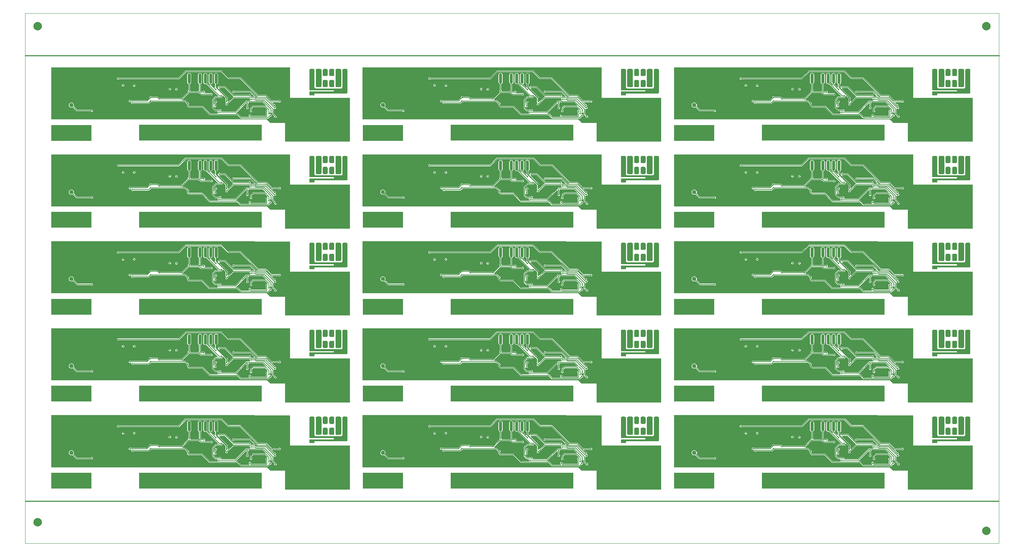
<source format=gbl>
G04*
G04 #@! TF.GenerationSoftware,Altium Limited,Altium Designer,21.4.1 (30)*
G04*
G04 Layer_Physical_Order=2*
G04 Layer_Color=16711680*
%FSLAX44Y44*%
%MOMM*%
G71*
G04*
G04 #@! TF.SameCoordinates,2D73B175-FFCD-4784-8361-F00341A9FACE*
G04*
G04*
G04 #@! TF.FilePolarity,Positive*
G04*
G01*
G75*
%ADD10C,1.0000*%
G04:AMPARAMS|DCode=24|XSize=2.4mm|YSize=0.76mm|CornerRadius=0mm|HoleSize=0mm|Usage=FLASHONLY|Rotation=270.000|XOffset=0mm|YOffset=0mm|HoleType=Round|Shape=Octagon|*
%AMOCTAGOND24*
4,1,8,-0.1900,-1.2000,0.1900,-1.2000,0.3800,-1.0100,0.3800,1.0100,0.1900,1.2000,-0.1900,1.2000,-0.3800,1.0100,-0.3800,-1.0100,-0.1900,-1.2000,0.0*
%
%ADD24OCTAGOND24*%

%ADD25O,0.7600X2.4000*%
%ADD31R,9.5000X3.8000*%
%ADD35R,29.0000X3.8000*%
%ADD38C,0.1500*%
%ADD39C,0.2540*%
%ADD41C,0.1000*%
%ADD44C,2.0000*%
%ADD45C,0.3500*%
%ADD46C,0.0127*%
G36*
X2198050Y1121145D02*
X2198345Y1121145D01*
X2198925Y1121030D01*
X2199470Y1120803D01*
X2199961Y1120474D01*
X2200170Y1120265D01*
X2200379Y1120057D01*
X2200708Y1119566D01*
X2200934Y1119020D01*
X2201050Y1118441D01*
X2201050Y1118145D01*
X2201050Y1107145D01*
X2201050Y1107145D01*
X2201050Y1106850D01*
X2200934Y1106271D01*
X2200708Y1105725D01*
X2200379Y1105234D01*
X2200170Y1105025D01*
X2200170D01*
X2199961Y1104816D01*
X2199470Y1104488D01*
X2198925Y1104261D01*
X2198345Y1104146D01*
X2198050Y1104146D01*
X2192550D01*
X2192255Y1104146D01*
X2191675Y1104261D01*
X2191130Y1104488D01*
X2190639Y1104816D01*
X2190430Y1105025D01*
X2190430D01*
X2190221Y1105234D01*
X2189892Y1105725D01*
X2189666Y1106271D01*
X2189550Y1106850D01*
X2189550Y1107145D01*
Y1118145D01*
X2189550Y1118441D01*
X2189666Y1119020D01*
X2189892Y1119566D01*
X2190221Y1120057D01*
X2190430Y1120266D01*
X2190430D01*
X2190639Y1120474D01*
X2191130Y1120803D01*
X2191675Y1121030D01*
X2192255Y1121145D01*
X2192550Y1121145D01*
X2198050Y1121145D01*
X2198050Y1121145D01*
D02*
G37*
G36*
X2182550D02*
X2182845Y1121145D01*
X2183425Y1121030D01*
X2183970Y1120803D01*
X2184461Y1120474D01*
X2184670Y1120265D01*
X2184879Y1120057D01*
X2185208Y1119566D01*
X2185434Y1119020D01*
X2185550Y1118441D01*
X2185550Y1118145D01*
X2185550Y1107145D01*
X2185550Y1107145D01*
X2185550Y1106850D01*
X2185434Y1106271D01*
X2185208Y1105725D01*
X2184879Y1105234D01*
X2184670Y1105025D01*
X2184670D01*
X2184461Y1104816D01*
X2183970Y1104488D01*
X2183425Y1104261D01*
X2182845Y1104146D01*
X2182550Y1104146D01*
X2177050D01*
X2176755Y1104146D01*
X2176175Y1104261D01*
X2175630Y1104488D01*
X2175139Y1104816D01*
X2174930Y1105025D01*
X2174930D01*
X2174721Y1105234D01*
X2174392Y1105725D01*
X2174166Y1106271D01*
X2174050Y1106850D01*
X2174050Y1107145D01*
Y1118145D01*
X2174050Y1118441D01*
X2174166Y1119020D01*
X2174392Y1119566D01*
X2174721Y1120057D01*
X2174930Y1120266D01*
X2174930D01*
X2175139Y1120474D01*
X2175630Y1120803D01*
X2176175Y1121030D01*
X2176755Y1121145D01*
X2177050Y1121145D01*
X2182550Y1121145D01*
X2182550Y1121145D01*
D02*
G37*
G36*
X1462650D02*
X1462945Y1121145D01*
X1463525Y1121030D01*
X1464070Y1120803D01*
X1464561Y1120474D01*
X1464770Y1120265D01*
X1464979Y1120057D01*
X1465308Y1119566D01*
X1465534Y1119020D01*
X1465650Y1118441D01*
X1465650Y1118145D01*
X1465650Y1107145D01*
X1465650Y1107145D01*
X1465650Y1106850D01*
X1465534Y1106271D01*
X1465308Y1105725D01*
X1464979Y1105234D01*
X1464770Y1105025D01*
X1464770D01*
X1464561Y1104816D01*
X1464070Y1104488D01*
X1463525Y1104261D01*
X1462945Y1104146D01*
X1462650Y1104146D01*
X1457150D01*
X1456855Y1104146D01*
X1456275Y1104261D01*
X1455730Y1104488D01*
X1455239Y1104816D01*
X1455030Y1105025D01*
X1455030D01*
X1454821Y1105234D01*
X1454492Y1105725D01*
X1454266Y1106271D01*
X1454150Y1106850D01*
X1454150Y1107145D01*
Y1118145D01*
X1454150Y1118441D01*
X1454266Y1119020D01*
X1454492Y1119566D01*
X1454821Y1120057D01*
X1455030Y1120266D01*
X1455030D01*
X1455239Y1120474D01*
X1455730Y1120803D01*
X1456275Y1121030D01*
X1456855Y1121145D01*
X1457150Y1121145D01*
X1462650Y1121145D01*
X1462650Y1121145D01*
D02*
G37*
G36*
X1447150D02*
X1447445Y1121145D01*
X1448025Y1121030D01*
X1448570Y1120803D01*
X1449061Y1120474D01*
X1449270Y1120265D01*
X1449479Y1120057D01*
X1449808Y1119566D01*
X1450034Y1119020D01*
X1450150Y1118441D01*
X1450150Y1118145D01*
X1450150Y1107145D01*
X1450150Y1107145D01*
X1450150Y1106850D01*
X1450034Y1106271D01*
X1449808Y1105725D01*
X1449479Y1105234D01*
X1449270Y1105025D01*
X1449270D01*
X1449061Y1104816D01*
X1448570Y1104488D01*
X1448025Y1104261D01*
X1447445Y1104146D01*
X1447150Y1104146D01*
X1441650D01*
X1441355Y1104146D01*
X1440775Y1104261D01*
X1440230Y1104488D01*
X1439739Y1104816D01*
X1439530Y1105025D01*
X1439530D01*
X1439321Y1105234D01*
X1438992Y1105725D01*
X1438766Y1106271D01*
X1438650Y1106850D01*
X1438650Y1107145D01*
Y1118145D01*
X1438650Y1118441D01*
X1438766Y1119020D01*
X1438992Y1119566D01*
X1439321Y1120057D01*
X1439530Y1120266D01*
X1439530D01*
X1439739Y1120474D01*
X1440230Y1120803D01*
X1440775Y1121030D01*
X1441355Y1121145D01*
X1441650Y1121145D01*
X1447150Y1121145D01*
X1447150Y1121145D01*
D02*
G37*
G36*
X727250D02*
X727545Y1121145D01*
X728125Y1121030D01*
X728670Y1120803D01*
X729161Y1120474D01*
X729370Y1120265D01*
X729579Y1120057D01*
X729908Y1119566D01*
X730134Y1119020D01*
X730250Y1118441D01*
X730250Y1118145D01*
X730250Y1107145D01*
X730250Y1107145D01*
X730250Y1106850D01*
X730134Y1106271D01*
X729908Y1105725D01*
X729579Y1105234D01*
X729370Y1105025D01*
X729370D01*
X729161Y1104816D01*
X728670Y1104488D01*
X728125Y1104261D01*
X727545Y1104146D01*
X727250Y1104146D01*
X721750D01*
X721455Y1104146D01*
X720875Y1104261D01*
X720330Y1104488D01*
X719839Y1104816D01*
X719630Y1105025D01*
X719630D01*
X719421Y1105234D01*
X719092Y1105725D01*
X718866Y1106271D01*
X718750Y1106850D01*
X718750Y1107145D01*
Y1118145D01*
X718750Y1118441D01*
X718866Y1119020D01*
X719092Y1119566D01*
X719421Y1120057D01*
X719630Y1120266D01*
X719630D01*
X719839Y1120474D01*
X720330Y1120803D01*
X720875Y1121030D01*
X721455Y1121145D01*
X721750Y1121145D01*
X727250Y1121145D01*
X727250Y1121145D01*
D02*
G37*
G36*
X711750D02*
X712045Y1121145D01*
X712625Y1121030D01*
X713170Y1120803D01*
X713661Y1120474D01*
X713870Y1120265D01*
X714079Y1120057D01*
X714408Y1119566D01*
X714634Y1119020D01*
X714750Y1118441D01*
X714750Y1118145D01*
X714750Y1107145D01*
X714750Y1107145D01*
X714750Y1106850D01*
X714634Y1106271D01*
X714408Y1105725D01*
X714079Y1105234D01*
X713870Y1105025D01*
X713870D01*
X713661Y1104816D01*
X713170Y1104488D01*
X712625Y1104261D01*
X712045Y1104146D01*
X711750Y1104146D01*
X706250D01*
X705955Y1104146D01*
X705375Y1104261D01*
X704830Y1104488D01*
X704339Y1104816D01*
X704130Y1105025D01*
X704130D01*
X703921Y1105234D01*
X703592Y1105725D01*
X703366Y1106271D01*
X703250Y1106850D01*
X703250Y1107145D01*
Y1118145D01*
X703250Y1118441D01*
X703366Y1119020D01*
X703592Y1119566D01*
X703921Y1120057D01*
X704130Y1120266D01*
X704130D01*
X704339Y1120474D01*
X704830Y1120803D01*
X705375Y1121030D01*
X705955Y1121145D01*
X706250Y1121145D01*
X711750Y1121145D01*
X711750Y1121145D01*
D02*
G37*
G36*
X2214550D02*
X2214845Y1121145D01*
X2215425Y1121030D01*
X2215970Y1120803D01*
X2216461Y1120474D01*
X2216670Y1120266D01*
X2216670Y1120266D01*
X2216879Y1120057D01*
X2217208Y1119566D01*
X2217434Y1119020D01*
X2217550Y1118441D01*
X2217550Y1118146D01*
X2217550Y1081145D01*
X2217550D01*
X2217550Y1080850D01*
X2217434Y1080271D01*
X2217208Y1079725D01*
X2216879Y1079234D01*
X2216670Y1079025D01*
X2216461Y1078816D01*
X2215970Y1078488D01*
X2215425Y1078261D01*
X2214845Y1078146D01*
X2214550Y1078146D01*
X2207050D01*
X2206755Y1078146D01*
X2206175Y1078261D01*
X2205630Y1078488D01*
X2205139Y1078816D01*
X2204930Y1079025D01*
X2204721Y1079234D01*
X2204392Y1079725D01*
X2204166Y1080271D01*
X2204050Y1080850D01*
X2204050Y1081145D01*
Y1118145D01*
X2204050Y1118441D01*
X2204166Y1119020D01*
X2204392Y1119566D01*
X2204721Y1120057D01*
X2204930Y1120266D01*
X2205139Y1120474D01*
X2205630Y1120803D01*
X2206175Y1121030D01*
X2206755Y1121145D01*
X2207050Y1121145D01*
X2214550Y1121145D01*
Y1121145D01*
D02*
G37*
G36*
X2198050Y1095145D02*
X2198345Y1095145D01*
X2198925Y1095030D01*
X2199470Y1094803D01*
X2199961Y1094474D01*
X2200170Y1094265D01*
X2200379Y1094057D01*
X2200708Y1093566D01*
X2200934Y1093020D01*
X2201050Y1092441D01*
X2201050Y1092145D01*
X2201050Y1081145D01*
X2201050Y1081145D01*
X2201050Y1080850D01*
X2200934Y1080271D01*
X2200708Y1079725D01*
X2200379Y1079234D01*
X2200170Y1079025D01*
X2199961Y1078816D01*
X2199470Y1078488D01*
X2198925Y1078261D01*
X2198345Y1078146D01*
X2198050Y1078146D01*
X2192550D01*
X2192255Y1078146D01*
X2191675Y1078261D01*
X2191130Y1078488D01*
X2190639Y1078816D01*
X2190430Y1079025D01*
X2190430D01*
X2190221Y1079234D01*
X2189892Y1079725D01*
X2189666Y1080271D01*
X2189550Y1080850D01*
X2189550Y1081145D01*
Y1092145D01*
X2189550Y1092441D01*
X2189666Y1093020D01*
X2189892Y1093566D01*
X2190221Y1094057D01*
X2190430Y1094266D01*
X2190430D01*
X2190639Y1094474D01*
X2191130Y1094803D01*
X2191675Y1095030D01*
X2192255Y1095145D01*
X2192550Y1095145D01*
X2198050Y1095145D01*
X2198050Y1095145D01*
D02*
G37*
G36*
X2182550D02*
X2182845Y1095145D01*
X2183425Y1095030D01*
X2183970Y1094803D01*
X2184461Y1094474D01*
X2184670Y1094265D01*
X2184879Y1094057D01*
X2185208Y1093566D01*
X2185434Y1093020D01*
X2185550Y1092441D01*
X2185550Y1092145D01*
X2185550Y1081145D01*
X2185550Y1081145D01*
X2185550Y1080850D01*
X2185434Y1080271D01*
X2185208Y1079725D01*
X2184879Y1079234D01*
X2184670Y1079025D01*
X2184670D01*
X2184461Y1078816D01*
X2183970Y1078488D01*
X2183425Y1078261D01*
X2182845Y1078146D01*
X2182550Y1078146D01*
X2177050D01*
X2176755Y1078146D01*
X2176175Y1078261D01*
X2175630Y1078488D01*
X2175139Y1078816D01*
X2174930Y1079025D01*
X2174930D01*
X2174721Y1079234D01*
X2174392Y1079725D01*
X2174166Y1080271D01*
X2174050Y1080850D01*
X2174050Y1081145D01*
Y1092145D01*
X2174050Y1092441D01*
X2174166Y1093020D01*
X2174392Y1093566D01*
X2174721Y1094057D01*
X2174930Y1094266D01*
X2174930D01*
X2175139Y1094474D01*
X2175630Y1094803D01*
X2176175Y1095030D01*
X2176755Y1095145D01*
X2177050Y1095145D01*
X2182550Y1095145D01*
X2182550Y1095145D01*
D02*
G37*
G36*
X2168050Y1121145D02*
X2168345Y1121145D01*
X2168925Y1121030D01*
X2169470Y1120803D01*
X2169961Y1120474D01*
X2170170Y1120265D01*
X2170379Y1120057D01*
X2170708Y1119566D01*
X2170934Y1119020D01*
X2171050Y1118441D01*
X2171050Y1118145D01*
X2171050Y1081145D01*
X2171050Y1081145D01*
X2171050Y1080850D01*
X2170934Y1080271D01*
X2170708Y1079725D01*
X2170379Y1079234D01*
X2170170Y1079025D01*
X2170170D01*
X2169961Y1078816D01*
X2169470Y1078488D01*
X2168925Y1078261D01*
X2168345Y1078146D01*
X2168050Y1078146D01*
X2160550D01*
X2160255Y1078146D01*
X2159675Y1078261D01*
X2159130Y1078488D01*
X2158639Y1078816D01*
X2158430Y1079025D01*
X2158221Y1079234D01*
X2157892Y1079725D01*
X2157666Y1080271D01*
X2157550Y1080850D01*
X2157550Y1081145D01*
Y1118146D01*
X2157550Y1118441D01*
X2157666Y1119020D01*
X2157892Y1119566D01*
X2158221Y1120057D01*
X2158430Y1120266D01*
X2158639Y1120474D01*
X2159130Y1120803D01*
X2159675Y1121030D01*
X2160255Y1121145D01*
X2160550Y1121145D01*
X2168050Y1121145D01*
Y1121145D01*
D02*
G37*
G36*
X1479150D02*
X1479445Y1121145D01*
X1480025Y1121030D01*
X1480570Y1120803D01*
X1481061Y1120474D01*
X1481270Y1120266D01*
X1481270Y1120266D01*
X1481479Y1120057D01*
X1481808Y1119566D01*
X1482034Y1119020D01*
X1482150Y1118441D01*
X1482150Y1118146D01*
X1482150Y1081145D01*
X1482150D01*
X1482150Y1080850D01*
X1482034Y1080271D01*
X1481808Y1079725D01*
X1481479Y1079234D01*
X1481270Y1079025D01*
X1481061Y1078816D01*
X1480570Y1078488D01*
X1480025Y1078261D01*
X1479445Y1078146D01*
X1479150Y1078146D01*
X1471650D01*
X1471355Y1078146D01*
X1470775Y1078261D01*
X1470230Y1078488D01*
X1469739Y1078816D01*
X1469530Y1079025D01*
X1469321Y1079234D01*
X1468992Y1079725D01*
X1468766Y1080271D01*
X1468650Y1080850D01*
X1468650Y1081145D01*
Y1118145D01*
X1468650Y1118441D01*
X1468766Y1119020D01*
X1468992Y1119566D01*
X1469321Y1120057D01*
X1469530Y1120266D01*
X1469739Y1120474D01*
X1470230Y1120803D01*
X1470775Y1121030D01*
X1471355Y1121145D01*
X1471650Y1121145D01*
X1479150Y1121145D01*
Y1121145D01*
D02*
G37*
G36*
X1462650Y1095145D02*
X1462945Y1095145D01*
X1463525Y1095030D01*
X1464070Y1094803D01*
X1464561Y1094474D01*
X1464770Y1094265D01*
X1464979Y1094057D01*
X1465308Y1093566D01*
X1465534Y1093020D01*
X1465650Y1092441D01*
X1465650Y1092145D01*
X1465650Y1081145D01*
X1465650Y1081145D01*
X1465650Y1080850D01*
X1465534Y1080271D01*
X1465308Y1079725D01*
X1464979Y1079234D01*
X1464770Y1079025D01*
X1464561Y1078816D01*
X1464070Y1078488D01*
X1463525Y1078261D01*
X1462945Y1078146D01*
X1462650Y1078146D01*
X1457150D01*
X1456855Y1078146D01*
X1456275Y1078261D01*
X1455730Y1078488D01*
X1455239Y1078816D01*
X1455030Y1079025D01*
X1455030D01*
X1454821Y1079234D01*
X1454492Y1079725D01*
X1454266Y1080271D01*
X1454150Y1080850D01*
X1454150Y1081145D01*
Y1092145D01*
X1454150Y1092441D01*
X1454266Y1093020D01*
X1454492Y1093566D01*
X1454821Y1094057D01*
X1455030Y1094266D01*
X1455030D01*
X1455239Y1094474D01*
X1455730Y1094803D01*
X1456275Y1095030D01*
X1456855Y1095145D01*
X1457150Y1095145D01*
X1462650Y1095145D01*
X1462650Y1095145D01*
D02*
G37*
G36*
X1447150D02*
X1447445Y1095145D01*
X1448025Y1095030D01*
X1448570Y1094803D01*
X1449061Y1094474D01*
X1449270Y1094265D01*
X1449479Y1094057D01*
X1449808Y1093566D01*
X1450034Y1093020D01*
X1450150Y1092441D01*
X1450150Y1092145D01*
X1450150Y1081145D01*
X1450150Y1081145D01*
X1450150Y1080850D01*
X1450034Y1080271D01*
X1449808Y1079725D01*
X1449479Y1079234D01*
X1449270Y1079025D01*
X1449270D01*
X1449061Y1078816D01*
X1448570Y1078488D01*
X1448025Y1078261D01*
X1447445Y1078146D01*
X1447150Y1078146D01*
X1441650D01*
X1441355Y1078146D01*
X1440775Y1078261D01*
X1440230Y1078488D01*
X1439739Y1078816D01*
X1439530Y1079025D01*
X1439530D01*
X1439321Y1079234D01*
X1438992Y1079725D01*
X1438766Y1080271D01*
X1438650Y1080850D01*
X1438650Y1081145D01*
Y1092145D01*
X1438650Y1092441D01*
X1438766Y1093020D01*
X1438992Y1093566D01*
X1439321Y1094057D01*
X1439530Y1094266D01*
X1439530D01*
X1439739Y1094474D01*
X1440230Y1094803D01*
X1440775Y1095030D01*
X1441355Y1095145D01*
X1441650Y1095145D01*
X1447150Y1095145D01*
X1447150Y1095145D01*
D02*
G37*
G36*
X1432650Y1121145D02*
X1432945Y1121145D01*
X1433525Y1121030D01*
X1434070Y1120803D01*
X1434561Y1120474D01*
X1434770Y1120265D01*
X1434979Y1120057D01*
X1435308Y1119566D01*
X1435534Y1119020D01*
X1435650Y1118441D01*
X1435650Y1118145D01*
X1435650Y1081145D01*
X1435650Y1081145D01*
X1435650Y1080850D01*
X1435534Y1080271D01*
X1435308Y1079725D01*
X1434979Y1079234D01*
X1434770Y1079025D01*
X1434770D01*
X1434561Y1078816D01*
X1434070Y1078488D01*
X1433525Y1078261D01*
X1432945Y1078146D01*
X1432650Y1078146D01*
X1425150D01*
X1424855Y1078146D01*
X1424275Y1078261D01*
X1423730Y1078488D01*
X1423239Y1078816D01*
X1423030Y1079025D01*
X1422821Y1079234D01*
X1422492Y1079725D01*
X1422266Y1080271D01*
X1422150Y1080850D01*
X1422150Y1081145D01*
Y1118146D01*
X1422150Y1118441D01*
X1422266Y1119020D01*
X1422492Y1119566D01*
X1422821Y1120057D01*
X1423030Y1120266D01*
X1423239Y1120474D01*
X1423730Y1120803D01*
X1424275Y1121030D01*
X1424855Y1121145D01*
X1425150Y1121145D01*
X1432650Y1121145D01*
Y1121145D01*
D02*
G37*
G36*
X743750D02*
X744045Y1121145D01*
X744625Y1121030D01*
X745170Y1120803D01*
X745661Y1120474D01*
X745870Y1120266D01*
X745870Y1120266D01*
X746079Y1120057D01*
X746408Y1119566D01*
X746634Y1119020D01*
X746750Y1118441D01*
X746750Y1118146D01*
X746750Y1081145D01*
X746750D01*
X746750Y1080850D01*
X746634Y1080271D01*
X746408Y1079725D01*
X746079Y1079234D01*
X745870Y1079025D01*
X745661Y1078816D01*
X745170Y1078488D01*
X744625Y1078261D01*
X744045Y1078146D01*
X743750Y1078146D01*
X736250D01*
X735955Y1078146D01*
X735375Y1078261D01*
X734830Y1078488D01*
X734339Y1078816D01*
X734130Y1079025D01*
X733921Y1079234D01*
X733592Y1079725D01*
X733366Y1080271D01*
X733250Y1080850D01*
X733250Y1081145D01*
Y1118145D01*
X733250Y1118441D01*
X733366Y1119020D01*
X733592Y1119566D01*
X733921Y1120057D01*
X734130Y1120266D01*
X734339Y1120474D01*
X734830Y1120803D01*
X735375Y1121030D01*
X735955Y1121145D01*
X736250Y1121145D01*
X743750Y1121145D01*
Y1121145D01*
D02*
G37*
G36*
X727250Y1095145D02*
X727545Y1095145D01*
X728125Y1095030D01*
X728670Y1094803D01*
X729161Y1094474D01*
X729370Y1094265D01*
X729579Y1094057D01*
X729908Y1093566D01*
X730134Y1093020D01*
X730250Y1092441D01*
X730250Y1092145D01*
X730250Y1081145D01*
X730250Y1081145D01*
X730250Y1080850D01*
X730134Y1080271D01*
X729908Y1079725D01*
X729579Y1079234D01*
X729370Y1079025D01*
X729161Y1078816D01*
X728670Y1078488D01*
X728125Y1078261D01*
X727545Y1078146D01*
X727250Y1078146D01*
X721750D01*
X721455Y1078146D01*
X720875Y1078261D01*
X720330Y1078488D01*
X719839Y1078816D01*
X719630Y1079025D01*
X719630D01*
X719421Y1079234D01*
X719092Y1079725D01*
X718866Y1080271D01*
X718750Y1080850D01*
X718750Y1081145D01*
Y1092145D01*
X718750Y1092441D01*
X718866Y1093020D01*
X719092Y1093566D01*
X719421Y1094057D01*
X719630Y1094266D01*
X719630D01*
X719839Y1094474D01*
X720330Y1094803D01*
X720875Y1095030D01*
X721455Y1095145D01*
X721750Y1095145D01*
X727250Y1095145D01*
X727250Y1095145D01*
D02*
G37*
G36*
X711750D02*
X712045Y1095145D01*
X712625Y1095030D01*
X713170Y1094803D01*
X713661Y1094474D01*
X713870Y1094265D01*
X714079Y1094057D01*
X714408Y1093566D01*
X714634Y1093020D01*
X714750Y1092441D01*
X714750Y1092145D01*
X714750Y1081145D01*
X714750Y1081145D01*
X714750Y1080850D01*
X714634Y1080271D01*
X714408Y1079725D01*
X714079Y1079234D01*
X713870Y1079025D01*
X713870D01*
X713661Y1078816D01*
X713170Y1078488D01*
X712625Y1078261D01*
X712045Y1078146D01*
X711750Y1078146D01*
X706250D01*
X705955Y1078146D01*
X705375Y1078261D01*
X704830Y1078488D01*
X704339Y1078816D01*
X704130Y1079025D01*
X704130D01*
X703921Y1079234D01*
X703592Y1079725D01*
X703366Y1080271D01*
X703250Y1080850D01*
X703250Y1081145D01*
Y1092145D01*
X703250Y1092441D01*
X703366Y1093020D01*
X703592Y1093566D01*
X703921Y1094057D01*
X704130Y1094266D01*
X704130D01*
X704339Y1094474D01*
X704830Y1094803D01*
X705375Y1095030D01*
X705955Y1095145D01*
X706250Y1095145D01*
X711750Y1095145D01*
X711750Y1095145D01*
D02*
G37*
G36*
X697250Y1121145D02*
X697545Y1121145D01*
X698125Y1121030D01*
X698670Y1120803D01*
X699161Y1120474D01*
X699370Y1120265D01*
X699579Y1120057D01*
X699908Y1119566D01*
X700134Y1119020D01*
X700250Y1118441D01*
X700250Y1118145D01*
X700250Y1081145D01*
X700250Y1081145D01*
X700250Y1080850D01*
X700134Y1080271D01*
X699908Y1079725D01*
X699579Y1079234D01*
X699370Y1079025D01*
X699370D01*
X699161Y1078816D01*
X698670Y1078488D01*
X698125Y1078261D01*
X697545Y1078146D01*
X697250Y1078146D01*
X689750D01*
X689455Y1078146D01*
X688875Y1078261D01*
X688330Y1078488D01*
X687839Y1078816D01*
X687630Y1079025D01*
X687421Y1079234D01*
X687092Y1079725D01*
X686866Y1080271D01*
X686750Y1080850D01*
X686750Y1081145D01*
Y1118146D01*
X686750Y1118441D01*
X686866Y1119020D01*
X687092Y1119566D01*
X687421Y1120057D01*
X687630Y1120266D01*
X687839Y1120474D01*
X688330Y1120803D01*
X688875Y1121030D01*
X689455Y1121145D01*
X689750Y1121145D01*
X697250Y1121145D01*
Y1121145D01*
D02*
G37*
G36*
X2229550D02*
X2229845Y1121145D01*
X2230425Y1121030D01*
X2230970Y1120803D01*
X2231461Y1120474D01*
X2231670Y1120266D01*
X2231670D01*
X2231879Y1120057D01*
X2232208Y1119566D01*
X2232434Y1119020D01*
X2232550Y1118441D01*
X2232550Y1118145D01*
X2232550Y1118146D01*
X2232550Y1066145D01*
X2232550Y1065850D01*
X2232434Y1065271D01*
X2232208Y1064725D01*
X2231879Y1064234D01*
X2231670Y1064025D01*
X2231670Y1064025D01*
X2231461Y1063816D01*
X2230970Y1063488D01*
X2230425Y1063261D01*
X2229845Y1063146D01*
X2229550Y1063145D01*
X2154550D01*
Y1058645D01*
X2142550D01*
Y1067645D01*
X2200550D01*
Y1070646D01*
X2142550D01*
Y1118145D01*
X2142550Y1118441D01*
X2142666Y1119020D01*
X2142892Y1119566D01*
X2143221Y1120057D01*
X2143430Y1120265D01*
X2143430D01*
X2143639Y1120474D01*
X2144130Y1120803D01*
X2144675Y1121030D01*
X2145255Y1121145D01*
X2145550Y1121145D01*
X2145550Y1121145D01*
X2151550Y1121145D01*
X2151845Y1121145D01*
X2152425Y1121030D01*
X2152970Y1120803D01*
X2153461Y1120474D01*
X2153670Y1120266D01*
X2153670D01*
X2153879Y1120057D01*
X2154208Y1119566D01*
X2154434Y1119020D01*
X2154550Y1118441D01*
X2154550Y1118146D01*
X2154550D01*
Y1078145D01*
X2154565Y1077851D01*
X2154680Y1077275D01*
X2154905Y1076732D01*
X2155232Y1076243D01*
X2155430Y1076025D01*
X2155648Y1075828D01*
X2156136Y1075501D01*
X2156680Y1075275D01*
X2157256Y1075160D01*
X2157550Y1075145D01*
X2217550D01*
X2217844Y1075160D01*
X2218421Y1075275D01*
X2218963Y1075501D01*
X2219452Y1075828D01*
X2219670Y1076025D01*
X2219670Y1076025D01*
X2219868Y1076243D01*
X2220195Y1076732D01*
X2220420Y1077275D01*
X2220535Y1077851D01*
X2220550Y1078145D01*
X2220550Y1078146D01*
Y1118146D01*
X2220550Y1118441D01*
X2220666Y1119020D01*
X2220892Y1119566D01*
X2221221Y1120057D01*
X2221430Y1120266D01*
Y1120266D01*
X2221639Y1120474D01*
X2222130Y1120803D01*
X2222675Y1121030D01*
X2223255Y1121145D01*
X2223550Y1121145D01*
X2223550Y1121145D01*
X2229550Y1121145D01*
D02*
G37*
G36*
X1494150D02*
X1494445Y1121145D01*
X1495025Y1121030D01*
X1495570Y1120803D01*
X1496061Y1120474D01*
X1496270Y1120266D01*
X1496270D01*
X1496479Y1120057D01*
X1496808Y1119566D01*
X1497034Y1119020D01*
X1497150Y1118441D01*
X1497150Y1118145D01*
X1497150Y1118146D01*
X1497150Y1066145D01*
X1497150Y1065850D01*
X1497034Y1065271D01*
X1496808Y1064725D01*
X1496479Y1064234D01*
X1496270Y1064025D01*
X1496270Y1064025D01*
X1496061Y1063816D01*
X1495570Y1063488D01*
X1495025Y1063261D01*
X1494445Y1063146D01*
X1494150Y1063145D01*
X1419150D01*
Y1058645D01*
X1407150D01*
Y1067645D01*
X1465150D01*
Y1070646D01*
X1407150D01*
Y1118145D01*
X1407150Y1118441D01*
X1407266Y1119020D01*
X1407492Y1119566D01*
X1407821Y1120057D01*
X1408030Y1120265D01*
X1408030D01*
X1408239Y1120474D01*
X1408730Y1120803D01*
X1409275Y1121030D01*
X1409855Y1121145D01*
X1410150Y1121145D01*
X1410150Y1121145D01*
X1416150Y1121145D01*
X1416445Y1121145D01*
X1417025Y1121030D01*
X1417570Y1120803D01*
X1418061Y1120474D01*
X1418270Y1120266D01*
X1418270D01*
X1418479Y1120057D01*
X1418808Y1119566D01*
X1419034Y1119020D01*
X1419150Y1118441D01*
X1419150Y1118146D01*
X1419150D01*
Y1078145D01*
X1419165Y1077851D01*
X1419280Y1077275D01*
X1419505Y1076732D01*
X1419832Y1076243D01*
X1420030Y1076025D01*
X1420248Y1075828D01*
X1420737Y1075501D01*
X1421279Y1075275D01*
X1421856Y1075160D01*
X1422150Y1075145D01*
X1482150D01*
X1482444Y1075160D01*
X1483020Y1075275D01*
X1483564Y1075501D01*
X1484052Y1075828D01*
X1484270Y1076025D01*
X1484270Y1076025D01*
X1484468Y1076243D01*
X1484795Y1076732D01*
X1485020Y1077275D01*
X1485135Y1077851D01*
X1485150Y1078145D01*
X1485150Y1078146D01*
Y1118146D01*
X1485150Y1118441D01*
X1485266Y1119020D01*
X1485492Y1119566D01*
X1485821Y1120057D01*
X1486030Y1120266D01*
Y1120266D01*
X1486239Y1120474D01*
X1486730Y1120803D01*
X1487275Y1121030D01*
X1487855Y1121145D01*
X1488150Y1121145D01*
X1488150Y1121145D01*
X1494150Y1121145D01*
D02*
G37*
G36*
X758750D02*
X759045Y1121145D01*
X759625Y1121030D01*
X760170Y1120803D01*
X760661Y1120474D01*
X760870Y1120266D01*
X760870D01*
X761079Y1120057D01*
X761408Y1119566D01*
X761634Y1119020D01*
X761750Y1118441D01*
X761750Y1118145D01*
X761750Y1118146D01*
X761750Y1066145D01*
X761750Y1065850D01*
X761634Y1065271D01*
X761408Y1064725D01*
X761079Y1064234D01*
X760870Y1064025D01*
X760870Y1064025D01*
X760661Y1063816D01*
X760170Y1063488D01*
X759625Y1063261D01*
X759045Y1063146D01*
X758750Y1063145D01*
X683750D01*
Y1058645D01*
X671750D01*
Y1067645D01*
X729750D01*
Y1070646D01*
X671750D01*
Y1118145D01*
X671750Y1118441D01*
X671866Y1119020D01*
X672092Y1119566D01*
X672421Y1120057D01*
X672630Y1120265D01*
X672630D01*
X672839Y1120474D01*
X673330Y1120803D01*
X673875Y1121030D01*
X674455Y1121145D01*
X674750Y1121145D01*
X674750Y1121145D01*
X680750Y1121145D01*
X681045Y1121145D01*
X681625Y1121030D01*
X682170Y1120803D01*
X682661Y1120474D01*
X682870Y1120266D01*
X682870D01*
X683079Y1120057D01*
X683408Y1119566D01*
X683634Y1119020D01*
X683750Y1118441D01*
X683750Y1118146D01*
X683750D01*
Y1078145D01*
X683765Y1077851D01*
X683880Y1077275D01*
X684105Y1076732D01*
X684432Y1076243D01*
X684630Y1076025D01*
X684848Y1075828D01*
X685337Y1075501D01*
X685880Y1075275D01*
X686456Y1075160D01*
X686750Y1075145D01*
X746750D01*
X747044Y1075160D01*
X747620Y1075275D01*
X748164Y1075501D01*
X748652Y1075828D01*
X748870Y1076025D01*
X748870Y1076025D01*
X749068Y1076243D01*
X749395Y1076732D01*
X749620Y1077275D01*
X749735Y1077851D01*
X749750Y1078145D01*
X749750Y1078146D01*
Y1118146D01*
X749750Y1118441D01*
X749866Y1119020D01*
X750092Y1119566D01*
X750421Y1120057D01*
X750630Y1120266D01*
Y1120266D01*
X750839Y1120474D01*
X751330Y1120803D01*
X751875Y1121030D01*
X752455Y1121145D01*
X752750Y1121145D01*
X752750Y1121145D01*
X758750Y1121145D01*
D02*
G37*
G36*
X2097300Y1124335D02*
Y1054146D01*
X2097300Y1052867D01*
X2097317Y1052850D01*
X2097374Y1052906D01*
X2098570Y1052906D01*
X2238042D01*
Y949485D01*
X2236878Y949229D01*
X2084989D01*
Y993885D01*
X2050000D01*
X2042200Y1001685D01*
X1532715D01*
Y1124542D01*
X1930408D01*
X2097300Y1124335D01*
D02*
G37*
G36*
X1361900D02*
Y1054146D01*
X1361900Y1052867D01*
X1361917Y1052850D01*
X1361974Y1052906D01*
X1363170Y1052906D01*
X1502642D01*
Y949485D01*
X1501478Y949229D01*
X1349589D01*
Y993885D01*
X1314600D01*
X1306800Y1001685D01*
X797315D01*
Y1124542D01*
X1195008D01*
X1361900Y1124335D01*
D02*
G37*
G36*
X626500D02*
Y1054146D01*
X626500Y1052867D01*
X626517Y1052850D01*
X626574Y1052906D01*
X627770Y1052906D01*
X767242D01*
Y949485D01*
X766078Y949229D01*
X614189D01*
Y993885D01*
X579200D01*
X571400Y1001685D01*
X61915D01*
Y1124542D01*
X459608D01*
X626500Y1124335D01*
D02*
G37*
G36*
X2198050Y915774D02*
X2198345Y915774D01*
X2198925Y915658D01*
X2199470Y915432D01*
X2199961Y915103D01*
X2200170Y914894D01*
X2200379Y914685D01*
X2200708Y914194D01*
X2200934Y913649D01*
X2201050Y913069D01*
X2201050Y912774D01*
X2201050Y901774D01*
X2201050Y901774D01*
X2201050Y901479D01*
X2200934Y900899D01*
X2200708Y900354D01*
X2200379Y899863D01*
X2200170Y899654D01*
X2200170D01*
X2199961Y899445D01*
X2199470Y899117D01*
X2198925Y898890D01*
X2198345Y898774D01*
X2198050Y898774D01*
X2192550D01*
X2192255Y898774D01*
X2191675Y898890D01*
X2191130Y899117D01*
X2190639Y899445D01*
X2190430Y899654D01*
X2190430D01*
X2190221Y899863D01*
X2189892Y900354D01*
X2189666Y900899D01*
X2189550Y901479D01*
X2189550Y901774D01*
Y912774D01*
X2189550Y913069D01*
X2189666Y913649D01*
X2189892Y914194D01*
X2190221Y914685D01*
X2190430Y914894D01*
X2190430D01*
X2190639Y915103D01*
X2191130Y915432D01*
X2191675Y915658D01*
X2192255Y915774D01*
X2192550Y915774D01*
X2198050Y915774D01*
X2198050Y915774D01*
D02*
G37*
G36*
X2182550D02*
X2182845Y915774D01*
X2183425Y915658D01*
X2183970Y915432D01*
X2184461Y915103D01*
X2184670Y914894D01*
X2184879Y914685D01*
X2185208Y914194D01*
X2185434Y913649D01*
X2185550Y913069D01*
X2185550Y912774D01*
X2185550Y901774D01*
X2185550Y901774D01*
X2185550Y901479D01*
X2185434Y900899D01*
X2185208Y900354D01*
X2184879Y899863D01*
X2184670Y899654D01*
X2184670D01*
X2184461Y899445D01*
X2183970Y899117D01*
X2183425Y898890D01*
X2182845Y898774D01*
X2182550Y898774D01*
X2177050D01*
X2176755Y898774D01*
X2176175Y898890D01*
X2175630Y899117D01*
X2175139Y899445D01*
X2174930Y899654D01*
X2174930D01*
X2174721Y899863D01*
X2174392Y900354D01*
X2174166Y900899D01*
X2174050Y901479D01*
X2174050Y901774D01*
Y912774D01*
X2174050Y913069D01*
X2174166Y913649D01*
X2174392Y914194D01*
X2174721Y914685D01*
X2174930Y914894D01*
X2174930D01*
X2175139Y915103D01*
X2175630Y915432D01*
X2176175Y915658D01*
X2176755Y915774D01*
X2177050Y915774D01*
X2182550Y915774D01*
X2182550Y915774D01*
D02*
G37*
G36*
X1462650D02*
X1462945Y915774D01*
X1463525Y915658D01*
X1464070Y915432D01*
X1464561Y915103D01*
X1464770Y914894D01*
X1464979Y914685D01*
X1465308Y914194D01*
X1465534Y913649D01*
X1465650Y913069D01*
X1465650Y912774D01*
X1465650Y901774D01*
X1465650Y901774D01*
X1465650Y901479D01*
X1465534Y900899D01*
X1465308Y900354D01*
X1464979Y899863D01*
X1464770Y899654D01*
X1464770D01*
X1464561Y899445D01*
X1464070Y899117D01*
X1463525Y898890D01*
X1462945Y898774D01*
X1462650Y898774D01*
X1457150D01*
X1456855Y898774D01*
X1456275Y898890D01*
X1455730Y899117D01*
X1455239Y899445D01*
X1455030Y899654D01*
X1455030D01*
X1454821Y899863D01*
X1454492Y900354D01*
X1454266Y900899D01*
X1454150Y901479D01*
X1454150Y901774D01*
Y912774D01*
X1454150Y913069D01*
X1454266Y913649D01*
X1454492Y914194D01*
X1454821Y914685D01*
X1455030Y914894D01*
X1455030D01*
X1455239Y915103D01*
X1455730Y915432D01*
X1456275Y915658D01*
X1456855Y915774D01*
X1457150Y915774D01*
X1462650Y915774D01*
X1462650Y915774D01*
D02*
G37*
G36*
X1447150D02*
X1447445Y915774D01*
X1448025Y915658D01*
X1448570Y915432D01*
X1449061Y915103D01*
X1449270Y914894D01*
X1449479Y914685D01*
X1449808Y914194D01*
X1450034Y913649D01*
X1450150Y913069D01*
X1450150Y912774D01*
X1450150Y901774D01*
X1450150Y901774D01*
X1450150Y901479D01*
X1450034Y900899D01*
X1449808Y900354D01*
X1449479Y899863D01*
X1449270Y899654D01*
X1449270D01*
X1449061Y899445D01*
X1448570Y899117D01*
X1448025Y898890D01*
X1447445Y898774D01*
X1447150Y898774D01*
X1441650D01*
X1441355Y898774D01*
X1440775Y898890D01*
X1440230Y899117D01*
X1439739Y899445D01*
X1439530Y899654D01*
X1439530D01*
X1439321Y899863D01*
X1438992Y900354D01*
X1438766Y900899D01*
X1438650Y901479D01*
X1438650Y901774D01*
Y912774D01*
X1438650Y913069D01*
X1438766Y913649D01*
X1438992Y914194D01*
X1439321Y914685D01*
X1439530Y914894D01*
X1439530D01*
X1439739Y915103D01*
X1440230Y915432D01*
X1440775Y915658D01*
X1441355Y915774D01*
X1441650Y915774D01*
X1447150Y915774D01*
X1447150Y915774D01*
D02*
G37*
G36*
X727250D02*
X727545Y915774D01*
X728125Y915658D01*
X728670Y915432D01*
X729161Y915103D01*
X729370Y914894D01*
X729579Y914685D01*
X729908Y914194D01*
X730134Y913649D01*
X730250Y913069D01*
X730250Y912774D01*
X730250Y901774D01*
X730250Y901774D01*
X730250Y901479D01*
X730134Y900899D01*
X729908Y900354D01*
X729579Y899863D01*
X729370Y899654D01*
X729370D01*
X729161Y899445D01*
X728670Y899117D01*
X728125Y898890D01*
X727545Y898774D01*
X727250Y898774D01*
X721750D01*
X721455Y898774D01*
X720875Y898890D01*
X720330Y899117D01*
X719839Y899445D01*
X719630Y899654D01*
X719630D01*
X719421Y899863D01*
X719092Y900354D01*
X718866Y900899D01*
X718750Y901479D01*
X718750Y901774D01*
Y912774D01*
X718750Y913069D01*
X718866Y913649D01*
X719092Y914194D01*
X719421Y914685D01*
X719630Y914894D01*
X719630D01*
X719839Y915103D01*
X720330Y915432D01*
X720875Y915658D01*
X721455Y915774D01*
X721750Y915774D01*
X727250Y915774D01*
X727250Y915774D01*
D02*
G37*
G36*
X711750D02*
X712045Y915774D01*
X712625Y915658D01*
X713170Y915432D01*
X713661Y915103D01*
X713870Y914894D01*
X714079Y914685D01*
X714408Y914194D01*
X714634Y913649D01*
X714750Y913069D01*
X714750Y912774D01*
X714750Y901774D01*
X714750Y901774D01*
X714750Y901479D01*
X714634Y900899D01*
X714408Y900354D01*
X714079Y899863D01*
X713870Y899654D01*
X713870D01*
X713661Y899445D01*
X713170Y899117D01*
X712625Y898890D01*
X712045Y898774D01*
X711750Y898774D01*
X706250D01*
X705955Y898774D01*
X705375Y898890D01*
X704830Y899117D01*
X704339Y899445D01*
X704130Y899654D01*
X704130D01*
X703921Y899863D01*
X703592Y900354D01*
X703366Y900899D01*
X703250Y901479D01*
X703250Y901774D01*
Y912774D01*
X703250Y913069D01*
X703366Y913649D01*
X703592Y914194D01*
X703921Y914685D01*
X704130Y914894D01*
X704130D01*
X704339Y915103D01*
X704830Y915432D01*
X705375Y915658D01*
X705955Y915774D01*
X706250Y915774D01*
X711750Y915774D01*
X711750Y915774D01*
D02*
G37*
G36*
X2214550D02*
X2214845Y915774D01*
X2215425Y915658D01*
X2215970Y915432D01*
X2216461Y915103D01*
X2216670Y914894D01*
X2216670Y914894D01*
X2216879Y914685D01*
X2217208Y914194D01*
X2217434Y913649D01*
X2217550Y913070D01*
X2217550Y912774D01*
X2217550Y875774D01*
X2217550D01*
X2217550Y875479D01*
X2217434Y874899D01*
X2217208Y874354D01*
X2216879Y873863D01*
X2216670Y873654D01*
X2216461Y873445D01*
X2215970Y873117D01*
X2215425Y872890D01*
X2214845Y872774D01*
X2214550Y872774D01*
X2207050D01*
X2206755Y872774D01*
X2206175Y872890D01*
X2205630Y873117D01*
X2205139Y873445D01*
X2204930Y873654D01*
X2204721Y873863D01*
X2204392Y874354D01*
X2204166Y874899D01*
X2204050Y875479D01*
X2204050Y875774D01*
Y912774D01*
X2204050Y913069D01*
X2204166Y913649D01*
X2204392Y914194D01*
X2204721Y914685D01*
X2204930Y914894D01*
X2205139Y915103D01*
X2205630Y915432D01*
X2206175Y915658D01*
X2206755Y915774D01*
X2207050Y915774D01*
X2214550Y915774D01*
Y915774D01*
D02*
G37*
G36*
X2198050Y889774D02*
X2198345Y889774D01*
X2198925Y889658D01*
X2199470Y889432D01*
X2199961Y889103D01*
X2200170Y888894D01*
X2200379Y888685D01*
X2200708Y888194D01*
X2200934Y887649D01*
X2201050Y887069D01*
X2201050Y886774D01*
X2201050Y875774D01*
X2201050Y875774D01*
X2201050Y875479D01*
X2200934Y874899D01*
X2200708Y874354D01*
X2200379Y873863D01*
X2200170Y873654D01*
X2199961Y873445D01*
X2199470Y873117D01*
X2198925Y872890D01*
X2198345Y872774D01*
X2198050Y872774D01*
X2192550D01*
X2192255Y872774D01*
X2191675Y872890D01*
X2191130Y873117D01*
X2190639Y873445D01*
X2190430Y873654D01*
X2190430D01*
X2190221Y873863D01*
X2189892Y874354D01*
X2189666Y874899D01*
X2189550Y875479D01*
X2189550Y875774D01*
Y886774D01*
X2189550Y887069D01*
X2189666Y887649D01*
X2189892Y888194D01*
X2190221Y888685D01*
X2190430Y888894D01*
X2190430D01*
X2190639Y889103D01*
X2191130Y889432D01*
X2191675Y889658D01*
X2192255Y889774D01*
X2192550Y889774D01*
X2198050Y889774D01*
X2198050Y889774D01*
D02*
G37*
G36*
X2182550D02*
X2182845Y889774D01*
X2183425Y889658D01*
X2183970Y889432D01*
X2184461Y889103D01*
X2184670Y888894D01*
X2184879Y888685D01*
X2185208Y888194D01*
X2185434Y887649D01*
X2185550Y887069D01*
X2185550Y886774D01*
X2185550Y875774D01*
X2185550Y875774D01*
X2185550Y875479D01*
X2185434Y874899D01*
X2185208Y874354D01*
X2184879Y873863D01*
X2184670Y873654D01*
X2184670D01*
X2184461Y873445D01*
X2183970Y873117D01*
X2183425Y872890D01*
X2182845Y872774D01*
X2182550Y872774D01*
X2177050D01*
X2176755Y872774D01*
X2176175Y872890D01*
X2175630Y873117D01*
X2175139Y873445D01*
X2174930Y873654D01*
X2174930D01*
X2174721Y873863D01*
X2174392Y874354D01*
X2174166Y874899D01*
X2174050Y875479D01*
X2174050Y875774D01*
Y886774D01*
X2174050Y887069D01*
X2174166Y887649D01*
X2174392Y888194D01*
X2174721Y888685D01*
X2174930Y888894D01*
X2174930D01*
X2175139Y889103D01*
X2175630Y889432D01*
X2176175Y889658D01*
X2176755Y889774D01*
X2177050Y889774D01*
X2182550Y889774D01*
X2182550Y889774D01*
D02*
G37*
G36*
X2168050Y915774D02*
X2168345Y915774D01*
X2168925Y915658D01*
X2169470Y915432D01*
X2169961Y915103D01*
X2170170Y914894D01*
X2170379Y914685D01*
X2170708Y914194D01*
X2170934Y913649D01*
X2171050Y913069D01*
X2171050Y912774D01*
X2171050Y875774D01*
X2171050Y875774D01*
X2171050Y875479D01*
X2170934Y874899D01*
X2170708Y874354D01*
X2170379Y873863D01*
X2170170Y873654D01*
X2170170D01*
X2169961Y873445D01*
X2169470Y873117D01*
X2168925Y872890D01*
X2168345Y872774D01*
X2168050Y872774D01*
X2160550D01*
X2160255Y872774D01*
X2159675Y872890D01*
X2159130Y873117D01*
X2158639Y873445D01*
X2158430Y873654D01*
X2158221Y873863D01*
X2157892Y874354D01*
X2157666Y874899D01*
X2157550Y875479D01*
X2157550Y875774D01*
Y912774D01*
X2157550Y913070D01*
X2157666Y913649D01*
X2157892Y914194D01*
X2158221Y914685D01*
X2158430Y914894D01*
X2158639Y915103D01*
X2159130Y915432D01*
X2159675Y915658D01*
X2160255Y915774D01*
X2160550Y915774D01*
X2168050Y915774D01*
Y915774D01*
D02*
G37*
G36*
X1479150D02*
X1479445Y915774D01*
X1480025Y915658D01*
X1480570Y915432D01*
X1481061Y915103D01*
X1481270Y914894D01*
X1481270Y914894D01*
X1481479Y914685D01*
X1481808Y914194D01*
X1482034Y913649D01*
X1482150Y913070D01*
X1482150Y912774D01*
X1482150Y875774D01*
X1482150D01*
X1482150Y875479D01*
X1482034Y874899D01*
X1481808Y874354D01*
X1481479Y873863D01*
X1481270Y873654D01*
X1481061Y873445D01*
X1480570Y873117D01*
X1480025Y872890D01*
X1479445Y872774D01*
X1479150Y872774D01*
X1471650D01*
X1471355Y872774D01*
X1470775Y872890D01*
X1470230Y873117D01*
X1469739Y873445D01*
X1469530Y873654D01*
X1469321Y873863D01*
X1468992Y874354D01*
X1468766Y874899D01*
X1468650Y875479D01*
X1468650Y875774D01*
Y912774D01*
X1468650Y913069D01*
X1468766Y913649D01*
X1468992Y914194D01*
X1469321Y914685D01*
X1469530Y914894D01*
X1469739Y915103D01*
X1470230Y915432D01*
X1470775Y915658D01*
X1471355Y915774D01*
X1471650Y915774D01*
X1479150Y915774D01*
Y915774D01*
D02*
G37*
G36*
X1462650Y889774D02*
X1462945Y889774D01*
X1463525Y889658D01*
X1464070Y889432D01*
X1464561Y889103D01*
X1464770Y888894D01*
X1464979Y888685D01*
X1465308Y888194D01*
X1465534Y887649D01*
X1465650Y887069D01*
X1465650Y886774D01*
X1465650Y875774D01*
X1465650Y875774D01*
X1465650Y875479D01*
X1465534Y874899D01*
X1465308Y874354D01*
X1464979Y873863D01*
X1464770Y873654D01*
X1464561Y873445D01*
X1464070Y873117D01*
X1463525Y872890D01*
X1462945Y872774D01*
X1462650Y872774D01*
X1457150D01*
X1456855Y872774D01*
X1456275Y872890D01*
X1455730Y873117D01*
X1455239Y873445D01*
X1455030Y873654D01*
X1455030D01*
X1454821Y873863D01*
X1454492Y874354D01*
X1454266Y874899D01*
X1454150Y875479D01*
X1454150Y875774D01*
Y886774D01*
X1454150Y887069D01*
X1454266Y887649D01*
X1454492Y888194D01*
X1454821Y888685D01*
X1455030Y888894D01*
X1455030D01*
X1455239Y889103D01*
X1455730Y889432D01*
X1456275Y889658D01*
X1456855Y889774D01*
X1457150Y889774D01*
X1462650Y889774D01*
X1462650Y889774D01*
D02*
G37*
G36*
X1447150D02*
X1447445Y889774D01*
X1448025Y889658D01*
X1448570Y889432D01*
X1449061Y889103D01*
X1449270Y888894D01*
X1449479Y888685D01*
X1449808Y888194D01*
X1450034Y887649D01*
X1450150Y887069D01*
X1450150Y886774D01*
X1450150Y875774D01*
X1450150Y875774D01*
X1450150Y875479D01*
X1450034Y874899D01*
X1449808Y874354D01*
X1449479Y873863D01*
X1449270Y873654D01*
X1449270D01*
X1449061Y873445D01*
X1448570Y873117D01*
X1448025Y872890D01*
X1447445Y872774D01*
X1447150Y872774D01*
X1441650D01*
X1441355Y872774D01*
X1440775Y872890D01*
X1440230Y873117D01*
X1439739Y873445D01*
X1439530Y873654D01*
X1439530D01*
X1439321Y873863D01*
X1438992Y874354D01*
X1438766Y874899D01*
X1438650Y875479D01*
X1438650Y875774D01*
Y886774D01*
X1438650Y887069D01*
X1438766Y887649D01*
X1438992Y888194D01*
X1439321Y888685D01*
X1439530Y888894D01*
X1439530D01*
X1439739Y889103D01*
X1440230Y889432D01*
X1440775Y889658D01*
X1441355Y889774D01*
X1441650Y889774D01*
X1447150Y889774D01*
X1447150Y889774D01*
D02*
G37*
G36*
X1432650Y915774D02*
X1432945Y915774D01*
X1433525Y915658D01*
X1434070Y915432D01*
X1434561Y915103D01*
X1434770Y914894D01*
X1434979Y914685D01*
X1435308Y914194D01*
X1435534Y913649D01*
X1435650Y913069D01*
X1435650Y912774D01*
X1435650Y875774D01*
X1435650Y875774D01*
X1435650Y875479D01*
X1435534Y874899D01*
X1435308Y874354D01*
X1434979Y873863D01*
X1434770Y873654D01*
X1434770D01*
X1434561Y873445D01*
X1434070Y873117D01*
X1433525Y872890D01*
X1432945Y872774D01*
X1432650Y872774D01*
X1425150D01*
X1424855Y872774D01*
X1424275Y872890D01*
X1423730Y873117D01*
X1423239Y873445D01*
X1423030Y873654D01*
X1422821Y873863D01*
X1422492Y874354D01*
X1422266Y874899D01*
X1422150Y875479D01*
X1422150Y875774D01*
Y912774D01*
X1422150Y913070D01*
X1422266Y913649D01*
X1422492Y914194D01*
X1422821Y914685D01*
X1423030Y914894D01*
X1423239Y915103D01*
X1423730Y915432D01*
X1424275Y915658D01*
X1424855Y915774D01*
X1425150Y915774D01*
X1432650Y915774D01*
Y915774D01*
D02*
G37*
G36*
X743750D02*
X744045Y915774D01*
X744625Y915658D01*
X745170Y915432D01*
X745661Y915103D01*
X745870Y914894D01*
X745870Y914894D01*
X746079Y914685D01*
X746408Y914194D01*
X746634Y913649D01*
X746750Y913070D01*
X746750Y912774D01*
X746750Y875774D01*
X746750D01*
X746750Y875479D01*
X746634Y874899D01*
X746408Y874354D01*
X746079Y873863D01*
X745870Y873654D01*
X745661Y873445D01*
X745170Y873117D01*
X744625Y872890D01*
X744045Y872774D01*
X743750Y872774D01*
X736250D01*
X735955Y872774D01*
X735375Y872890D01*
X734830Y873117D01*
X734339Y873445D01*
X734130Y873654D01*
X733921Y873863D01*
X733592Y874354D01*
X733366Y874899D01*
X733250Y875479D01*
X733250Y875774D01*
Y912774D01*
X733250Y913069D01*
X733366Y913649D01*
X733592Y914194D01*
X733921Y914685D01*
X734130Y914894D01*
X734339Y915103D01*
X734830Y915432D01*
X735375Y915658D01*
X735955Y915774D01*
X736250Y915774D01*
X743750Y915774D01*
Y915774D01*
D02*
G37*
G36*
X727250Y889774D02*
X727545Y889774D01*
X728125Y889658D01*
X728670Y889432D01*
X729161Y889103D01*
X729370Y888894D01*
X729579Y888685D01*
X729908Y888194D01*
X730134Y887649D01*
X730250Y887069D01*
X730250Y886774D01*
X730250Y875774D01*
X730250Y875774D01*
X730250Y875479D01*
X730134Y874899D01*
X729908Y874354D01*
X729579Y873863D01*
X729370Y873654D01*
X729161Y873445D01*
X728670Y873117D01*
X728125Y872890D01*
X727545Y872774D01*
X727250Y872774D01*
X721750D01*
X721455Y872774D01*
X720875Y872890D01*
X720330Y873117D01*
X719839Y873445D01*
X719630Y873654D01*
X719630D01*
X719421Y873863D01*
X719092Y874354D01*
X718866Y874899D01*
X718750Y875479D01*
X718750Y875774D01*
Y886774D01*
X718750Y887069D01*
X718866Y887649D01*
X719092Y888194D01*
X719421Y888685D01*
X719630Y888894D01*
X719630D01*
X719839Y889103D01*
X720330Y889432D01*
X720875Y889658D01*
X721455Y889774D01*
X721750Y889774D01*
X727250Y889774D01*
X727250Y889774D01*
D02*
G37*
G36*
X711750D02*
X712045Y889774D01*
X712625Y889658D01*
X713170Y889432D01*
X713661Y889103D01*
X713870Y888894D01*
X714079Y888685D01*
X714408Y888194D01*
X714634Y887649D01*
X714750Y887069D01*
X714750Y886774D01*
X714750Y875774D01*
X714750Y875774D01*
X714750Y875479D01*
X714634Y874899D01*
X714408Y874354D01*
X714079Y873863D01*
X713870Y873654D01*
X713870D01*
X713661Y873445D01*
X713170Y873117D01*
X712625Y872890D01*
X712045Y872774D01*
X711750Y872774D01*
X706250D01*
X705955Y872774D01*
X705375Y872890D01*
X704830Y873117D01*
X704339Y873445D01*
X704130Y873654D01*
X704130D01*
X703921Y873863D01*
X703592Y874354D01*
X703366Y874899D01*
X703250Y875479D01*
X703250Y875774D01*
Y886774D01*
X703250Y887069D01*
X703366Y887649D01*
X703592Y888194D01*
X703921Y888685D01*
X704130Y888894D01*
X704130D01*
X704339Y889103D01*
X704830Y889432D01*
X705375Y889658D01*
X705955Y889774D01*
X706250Y889774D01*
X711750Y889774D01*
X711750Y889774D01*
D02*
G37*
G36*
X697250Y915774D02*
X697545Y915774D01*
X698125Y915658D01*
X698670Y915432D01*
X699161Y915103D01*
X699370Y914894D01*
X699579Y914685D01*
X699908Y914194D01*
X700134Y913649D01*
X700250Y913069D01*
X700250Y912774D01*
X700250Y875774D01*
X700250Y875774D01*
X700250Y875479D01*
X700134Y874899D01*
X699908Y874354D01*
X699579Y873863D01*
X699370Y873654D01*
X699370D01*
X699161Y873445D01*
X698670Y873117D01*
X698125Y872890D01*
X697545Y872774D01*
X697250Y872774D01*
X689750D01*
X689455Y872774D01*
X688875Y872890D01*
X688330Y873117D01*
X687839Y873445D01*
X687630Y873654D01*
X687421Y873863D01*
X687092Y874354D01*
X686866Y874899D01*
X686750Y875479D01*
X686750Y875774D01*
Y912774D01*
X686750Y913070D01*
X686866Y913649D01*
X687092Y914194D01*
X687421Y914685D01*
X687630Y914894D01*
X687839Y915103D01*
X688330Y915432D01*
X688875Y915658D01*
X689455Y915774D01*
X689750Y915774D01*
X697250Y915774D01*
Y915774D01*
D02*
G37*
G36*
X2229550D02*
X2229845Y915774D01*
X2230425Y915658D01*
X2230970Y915432D01*
X2231461Y915103D01*
X2231670Y914894D01*
X2231670D01*
X2231879Y914685D01*
X2232208Y914194D01*
X2232434Y913649D01*
X2232550Y913069D01*
X2232550Y912774D01*
X2232550Y912774D01*
X2232550Y860774D01*
X2232550Y860479D01*
X2232434Y859899D01*
X2232208Y859354D01*
X2231879Y858863D01*
X2231670Y858654D01*
X2231670Y858654D01*
X2231461Y858445D01*
X2230970Y858117D01*
X2230425Y857890D01*
X2229845Y857774D01*
X2229550Y857774D01*
X2154550D01*
Y853274D01*
X2142550D01*
Y862274D01*
X2200550D01*
Y865274D01*
X2142550D01*
Y912774D01*
X2142550Y913069D01*
X2142666Y913649D01*
X2142892Y914194D01*
X2143221Y914685D01*
X2143430Y914894D01*
X2143430D01*
X2143639Y915103D01*
X2144130Y915432D01*
X2144675Y915658D01*
X2145255Y915774D01*
X2145550Y915774D01*
X2145550Y915774D01*
X2151550Y915774D01*
X2151845Y915774D01*
X2152425Y915658D01*
X2152970Y915432D01*
X2153461Y915103D01*
X2153670Y914894D01*
X2153670D01*
X2153879Y914685D01*
X2154208Y914194D01*
X2154434Y913649D01*
X2154550Y913070D01*
X2154550Y912774D01*
X2154550D01*
Y872774D01*
X2154565Y872480D01*
X2154680Y871904D01*
X2154905Y871361D01*
X2155232Y870872D01*
X2155430Y870654D01*
X2155648Y870456D01*
X2156136Y870129D01*
X2156680Y869904D01*
X2157256Y869789D01*
X2157550Y869774D01*
X2217550D01*
X2217844Y869789D01*
X2218421Y869904D01*
X2218963Y870129D01*
X2219452Y870456D01*
X2219670Y870654D01*
X2219670Y870654D01*
X2219868Y870872D01*
X2220195Y871361D01*
X2220420Y871904D01*
X2220535Y872480D01*
X2220550Y872774D01*
X2220550Y872774D01*
Y912774D01*
X2220550Y913070D01*
X2220666Y913649D01*
X2220892Y914194D01*
X2221221Y914685D01*
X2221430Y914894D01*
Y914894D01*
X2221639Y915103D01*
X2222130Y915432D01*
X2222675Y915658D01*
X2223255Y915774D01*
X2223550Y915774D01*
X2223550Y915774D01*
X2229550Y915774D01*
D02*
G37*
G36*
X1494150D02*
X1494445Y915774D01*
X1495025Y915658D01*
X1495570Y915432D01*
X1496061Y915103D01*
X1496270Y914894D01*
X1496270D01*
X1496479Y914685D01*
X1496808Y914194D01*
X1497034Y913649D01*
X1497150Y913069D01*
X1497150Y912774D01*
X1497150Y912774D01*
X1497150Y860774D01*
X1497150Y860479D01*
X1497034Y859899D01*
X1496808Y859354D01*
X1496479Y858863D01*
X1496270Y858654D01*
X1496270Y858654D01*
X1496061Y858445D01*
X1495570Y858117D01*
X1495025Y857890D01*
X1494445Y857774D01*
X1494150Y857774D01*
X1419150D01*
Y853274D01*
X1407150D01*
Y862274D01*
X1465150D01*
Y865274D01*
X1407150D01*
Y912774D01*
X1407150Y913069D01*
X1407266Y913649D01*
X1407492Y914194D01*
X1407821Y914685D01*
X1408030Y914894D01*
X1408030D01*
X1408239Y915103D01*
X1408730Y915432D01*
X1409275Y915658D01*
X1409855Y915774D01*
X1410150Y915774D01*
X1410150Y915774D01*
X1416150Y915774D01*
X1416445Y915774D01*
X1417025Y915658D01*
X1417570Y915432D01*
X1418061Y915103D01*
X1418270Y914894D01*
X1418270D01*
X1418479Y914685D01*
X1418808Y914194D01*
X1419034Y913649D01*
X1419150Y913070D01*
X1419150Y912774D01*
X1419150D01*
Y872774D01*
X1419165Y872480D01*
X1419280Y871904D01*
X1419505Y871361D01*
X1419832Y870872D01*
X1420030Y870654D01*
X1420248Y870456D01*
X1420737Y870129D01*
X1421279Y869904D01*
X1421856Y869789D01*
X1422150Y869774D01*
X1482150D01*
X1482444Y869789D01*
X1483020Y869904D01*
X1483564Y870129D01*
X1484052Y870456D01*
X1484270Y870654D01*
X1484270Y870654D01*
X1484468Y870872D01*
X1484795Y871361D01*
X1485020Y871904D01*
X1485135Y872480D01*
X1485150Y872774D01*
X1485150Y872774D01*
Y912774D01*
X1485150Y913070D01*
X1485266Y913649D01*
X1485492Y914194D01*
X1485821Y914685D01*
X1486030Y914894D01*
Y914894D01*
X1486239Y915103D01*
X1486730Y915432D01*
X1487275Y915658D01*
X1487855Y915774D01*
X1488150Y915774D01*
X1488150Y915774D01*
X1494150Y915774D01*
D02*
G37*
G36*
X758750D02*
X759045Y915774D01*
X759625Y915658D01*
X760170Y915432D01*
X760661Y915103D01*
X760870Y914894D01*
X760870D01*
X761079Y914685D01*
X761408Y914194D01*
X761634Y913649D01*
X761750Y913069D01*
X761750Y912774D01*
X761750Y912774D01*
X761750Y860774D01*
X761750Y860479D01*
X761634Y859899D01*
X761408Y859354D01*
X761079Y858863D01*
X760870Y858654D01*
X760870Y858654D01*
X760661Y858445D01*
X760170Y858117D01*
X759625Y857890D01*
X759045Y857774D01*
X758750Y857774D01*
X683750D01*
Y853274D01*
X671750D01*
Y862274D01*
X729750D01*
Y865274D01*
X671750D01*
Y912774D01*
X671750Y913069D01*
X671866Y913649D01*
X672092Y914194D01*
X672421Y914685D01*
X672630Y914894D01*
X672630D01*
X672839Y915103D01*
X673330Y915432D01*
X673875Y915658D01*
X674455Y915774D01*
X674750Y915774D01*
X674750Y915774D01*
X680750Y915774D01*
X681045Y915774D01*
X681625Y915658D01*
X682170Y915432D01*
X682661Y915103D01*
X682870Y914894D01*
X682870D01*
X683079Y914685D01*
X683408Y914194D01*
X683634Y913649D01*
X683750Y913070D01*
X683750Y912774D01*
X683750D01*
Y872774D01*
X683765Y872480D01*
X683880Y871904D01*
X684105Y871361D01*
X684432Y870872D01*
X684630Y870654D01*
X684848Y870456D01*
X685337Y870129D01*
X685880Y869904D01*
X686456Y869789D01*
X686750Y869774D01*
X746750D01*
X747044Y869789D01*
X747620Y869904D01*
X748164Y870129D01*
X748652Y870456D01*
X748870Y870654D01*
X748870Y870654D01*
X749068Y870872D01*
X749395Y871361D01*
X749620Y871904D01*
X749735Y872480D01*
X749750Y872774D01*
X749750Y872774D01*
Y912774D01*
X749750Y913070D01*
X749866Y913649D01*
X750092Y914194D01*
X750421Y914685D01*
X750630Y914894D01*
Y914894D01*
X750839Y915103D01*
X751330Y915432D01*
X751875Y915658D01*
X752455Y915774D01*
X752750Y915774D01*
X752750Y915774D01*
X758750Y915774D01*
D02*
G37*
G36*
X2097300Y918964D02*
Y848775D01*
X2097300Y847495D01*
X2097317Y847478D01*
X2097374Y847535D01*
X2098570Y847535D01*
X2238042D01*
Y744113D01*
X2236878Y743858D01*
X2084989D01*
Y788514D01*
X2050000D01*
X2042200Y796314D01*
X1532715D01*
Y919171D01*
X1930408D01*
X2097300Y918964D01*
D02*
G37*
G36*
X1361900D02*
Y848775D01*
X1361900Y847495D01*
X1361917Y847478D01*
X1361974Y847535D01*
X1363170Y847535D01*
X1502642D01*
Y744113D01*
X1501478Y743858D01*
X1349589D01*
Y788514D01*
X1314600D01*
X1306800Y796314D01*
X797315D01*
Y919171D01*
X1195008D01*
X1361900Y918964D01*
D02*
G37*
G36*
X626500D02*
Y848775D01*
X626500Y847495D01*
X626517Y847478D01*
X626574Y847535D01*
X627770Y847535D01*
X767242D01*
Y744113D01*
X766078Y743858D01*
X614189D01*
Y788514D01*
X579200D01*
X571400Y796314D01*
X61915D01*
Y919171D01*
X459608D01*
X626500Y918964D01*
D02*
G37*
G36*
X2198050Y710403D02*
X2198345Y710403D01*
X2198925Y710287D01*
X2199470Y710060D01*
X2199961Y709732D01*
X2200170Y709523D01*
X2200379Y709314D01*
X2200708Y708823D01*
X2200934Y708277D01*
X2201050Y707698D01*
X2201050Y707403D01*
X2201050Y696403D01*
X2201050Y696403D01*
X2201050Y696107D01*
X2200934Y695528D01*
X2200708Y694982D01*
X2200379Y694491D01*
X2200170Y694283D01*
X2200170D01*
X2199961Y694074D01*
X2199470Y693745D01*
X2198925Y693519D01*
X2198345Y693403D01*
X2198050Y693403D01*
X2192550D01*
X2192255Y693403D01*
X2191675Y693519D01*
X2191130Y693745D01*
X2190639Y694074D01*
X2190430Y694283D01*
X2190430D01*
X2190221Y694491D01*
X2189892Y694982D01*
X2189666Y695528D01*
X2189550Y696107D01*
X2189550Y696403D01*
Y707403D01*
X2189550Y707698D01*
X2189666Y708277D01*
X2189892Y708823D01*
X2190221Y709314D01*
X2190430Y709523D01*
X2190430D01*
X2190639Y709732D01*
X2191130Y710060D01*
X2191675Y710287D01*
X2192255Y710403D01*
X2192550Y710403D01*
X2198050Y710403D01*
X2198050Y710403D01*
D02*
G37*
G36*
X2182550D02*
X2182845Y710403D01*
X2183425Y710287D01*
X2183970Y710060D01*
X2184461Y709732D01*
X2184670Y709523D01*
X2184879Y709314D01*
X2185208Y708823D01*
X2185434Y708277D01*
X2185550Y707698D01*
X2185550Y707403D01*
X2185550Y696403D01*
X2185550Y696403D01*
X2185550Y696107D01*
X2185434Y695528D01*
X2185208Y694982D01*
X2184879Y694491D01*
X2184670Y694283D01*
X2184670D01*
X2184461Y694074D01*
X2183970Y693745D01*
X2183425Y693519D01*
X2182845Y693403D01*
X2182550Y693403D01*
X2177050D01*
X2176755Y693403D01*
X2176175Y693519D01*
X2175630Y693745D01*
X2175139Y694074D01*
X2174930Y694283D01*
X2174930D01*
X2174721Y694491D01*
X2174392Y694982D01*
X2174166Y695528D01*
X2174050Y696107D01*
X2174050Y696403D01*
Y707403D01*
X2174050Y707698D01*
X2174166Y708277D01*
X2174392Y708823D01*
X2174721Y709314D01*
X2174930Y709523D01*
X2174930D01*
X2175139Y709732D01*
X2175630Y710060D01*
X2176175Y710287D01*
X2176755Y710403D01*
X2177050Y710403D01*
X2182550Y710403D01*
X2182550Y710403D01*
D02*
G37*
G36*
X1462650D02*
X1462945Y710403D01*
X1463525Y710287D01*
X1464070Y710060D01*
X1464561Y709732D01*
X1464770Y709523D01*
X1464979Y709314D01*
X1465308Y708823D01*
X1465534Y708277D01*
X1465650Y707698D01*
X1465650Y707403D01*
X1465650Y696403D01*
X1465650Y696403D01*
X1465650Y696107D01*
X1465534Y695528D01*
X1465308Y694982D01*
X1464979Y694491D01*
X1464770Y694283D01*
X1464770D01*
X1464561Y694074D01*
X1464070Y693745D01*
X1463525Y693519D01*
X1462945Y693403D01*
X1462650Y693403D01*
X1457150D01*
X1456855Y693403D01*
X1456275Y693519D01*
X1455730Y693745D01*
X1455239Y694074D01*
X1455030Y694283D01*
X1455030D01*
X1454821Y694491D01*
X1454492Y694982D01*
X1454266Y695528D01*
X1454150Y696107D01*
X1454150Y696403D01*
Y707403D01*
X1454150Y707698D01*
X1454266Y708277D01*
X1454492Y708823D01*
X1454821Y709314D01*
X1455030Y709523D01*
X1455030D01*
X1455239Y709732D01*
X1455730Y710060D01*
X1456275Y710287D01*
X1456855Y710403D01*
X1457150Y710403D01*
X1462650Y710403D01*
X1462650Y710403D01*
D02*
G37*
G36*
X1447150D02*
X1447445Y710403D01*
X1448025Y710287D01*
X1448570Y710060D01*
X1449061Y709732D01*
X1449270Y709523D01*
X1449479Y709314D01*
X1449808Y708823D01*
X1450034Y708277D01*
X1450150Y707698D01*
X1450150Y707403D01*
X1450150Y696403D01*
X1450150Y696403D01*
X1450150Y696107D01*
X1450034Y695528D01*
X1449808Y694982D01*
X1449479Y694491D01*
X1449270Y694283D01*
X1449270D01*
X1449061Y694074D01*
X1448570Y693745D01*
X1448025Y693519D01*
X1447445Y693403D01*
X1447150Y693403D01*
X1441650D01*
X1441355Y693403D01*
X1440775Y693519D01*
X1440230Y693745D01*
X1439739Y694074D01*
X1439530Y694283D01*
X1439530D01*
X1439321Y694491D01*
X1438992Y694982D01*
X1438766Y695528D01*
X1438650Y696107D01*
X1438650Y696403D01*
Y707403D01*
X1438650Y707698D01*
X1438766Y708277D01*
X1438992Y708823D01*
X1439321Y709314D01*
X1439530Y709523D01*
X1439530D01*
X1439739Y709732D01*
X1440230Y710060D01*
X1440775Y710287D01*
X1441355Y710403D01*
X1441650Y710403D01*
X1447150Y710403D01*
X1447150Y710403D01*
D02*
G37*
G36*
X727250D02*
X727545Y710403D01*
X728125Y710287D01*
X728670Y710060D01*
X729161Y709732D01*
X729370Y709523D01*
X729579Y709314D01*
X729908Y708823D01*
X730134Y708277D01*
X730250Y707698D01*
X730250Y707403D01*
X730250Y696403D01*
X730250Y696403D01*
X730250Y696107D01*
X730134Y695528D01*
X729908Y694982D01*
X729579Y694491D01*
X729370Y694283D01*
X729370D01*
X729161Y694074D01*
X728670Y693745D01*
X728125Y693519D01*
X727545Y693403D01*
X727250Y693403D01*
X721750D01*
X721455Y693403D01*
X720875Y693519D01*
X720330Y693745D01*
X719839Y694074D01*
X719630Y694283D01*
X719630D01*
X719421Y694491D01*
X719092Y694982D01*
X718866Y695528D01*
X718750Y696107D01*
X718750Y696403D01*
Y707403D01*
X718750Y707698D01*
X718866Y708277D01*
X719092Y708823D01*
X719421Y709314D01*
X719630Y709523D01*
X719630D01*
X719839Y709732D01*
X720330Y710060D01*
X720875Y710287D01*
X721455Y710403D01*
X721750Y710403D01*
X727250Y710403D01*
X727250Y710403D01*
D02*
G37*
G36*
X711750D02*
X712045Y710403D01*
X712625Y710287D01*
X713170Y710060D01*
X713661Y709732D01*
X713870Y709523D01*
X714079Y709314D01*
X714408Y708823D01*
X714634Y708277D01*
X714750Y707698D01*
X714750Y707403D01*
X714750Y696403D01*
X714750Y696403D01*
X714750Y696107D01*
X714634Y695528D01*
X714408Y694982D01*
X714079Y694491D01*
X713870Y694283D01*
X713870D01*
X713661Y694074D01*
X713170Y693745D01*
X712625Y693519D01*
X712045Y693403D01*
X711750Y693403D01*
X706250D01*
X705955Y693403D01*
X705375Y693519D01*
X704830Y693745D01*
X704339Y694074D01*
X704130Y694283D01*
X704130D01*
X703921Y694491D01*
X703592Y694982D01*
X703366Y695528D01*
X703250Y696107D01*
X703250Y696403D01*
Y707403D01*
X703250Y707698D01*
X703366Y708277D01*
X703592Y708823D01*
X703921Y709314D01*
X704130Y709523D01*
X704130D01*
X704339Y709732D01*
X704830Y710060D01*
X705375Y710287D01*
X705955Y710403D01*
X706250Y710403D01*
X711750Y710403D01*
X711750Y710403D01*
D02*
G37*
G36*
X2214550D02*
X2214845Y710403D01*
X2215425Y710287D01*
X2215970Y710060D01*
X2216461Y709732D01*
X2216670Y709523D01*
X2216670Y709523D01*
X2216879Y709314D01*
X2217208Y708823D01*
X2217434Y708277D01*
X2217550Y707698D01*
X2217550Y707403D01*
X2217550Y670403D01*
X2217550D01*
X2217550Y670107D01*
X2217434Y669528D01*
X2217208Y668982D01*
X2216879Y668491D01*
X2216670Y668283D01*
X2216461Y668074D01*
X2215970Y667745D01*
X2215425Y667519D01*
X2214845Y667403D01*
X2214550Y667403D01*
X2207050D01*
X2206755Y667403D01*
X2206175Y667519D01*
X2205630Y667745D01*
X2205139Y668074D01*
X2204930Y668283D01*
X2204721Y668491D01*
X2204392Y668982D01*
X2204166Y669528D01*
X2204050Y670107D01*
X2204050Y670403D01*
Y707403D01*
X2204050Y707698D01*
X2204166Y708277D01*
X2204392Y708823D01*
X2204721Y709314D01*
X2204930Y709523D01*
X2205139Y709732D01*
X2205630Y710060D01*
X2206175Y710287D01*
X2206755Y710403D01*
X2207050Y710403D01*
X2214550Y710403D01*
Y710403D01*
D02*
G37*
G36*
X2198050Y684403D02*
X2198345Y684402D01*
X2198925Y684287D01*
X2199470Y684060D01*
X2199961Y683732D01*
X2200170Y683523D01*
X2200379Y683314D01*
X2200708Y682823D01*
X2200934Y682277D01*
X2201050Y681698D01*
X2201050Y681403D01*
X2201050Y670403D01*
X2201050Y670403D01*
X2201050Y670107D01*
X2200934Y669528D01*
X2200708Y668982D01*
X2200379Y668491D01*
X2200170Y668283D01*
X2199961Y668074D01*
X2199470Y667745D01*
X2198925Y667519D01*
X2198345Y667403D01*
X2198050Y667403D01*
X2192550D01*
X2192255Y667403D01*
X2191675Y667519D01*
X2191130Y667745D01*
X2190639Y668074D01*
X2190430Y668283D01*
X2190430D01*
X2190221Y668491D01*
X2189892Y668982D01*
X2189666Y669528D01*
X2189550Y670107D01*
X2189550Y670403D01*
Y681403D01*
X2189550Y681698D01*
X2189666Y682277D01*
X2189892Y682823D01*
X2190221Y683314D01*
X2190430Y683523D01*
X2190430D01*
X2190639Y683732D01*
X2191130Y684060D01*
X2191675Y684287D01*
X2192255Y684402D01*
X2192550Y684403D01*
X2198050Y684403D01*
X2198050Y684403D01*
D02*
G37*
G36*
X2182550D02*
X2182845Y684402D01*
X2183425Y684287D01*
X2183970Y684060D01*
X2184461Y683732D01*
X2184670Y683523D01*
X2184879Y683314D01*
X2185208Y682823D01*
X2185434Y682277D01*
X2185550Y681698D01*
X2185550Y681403D01*
X2185550Y670403D01*
X2185550Y670403D01*
X2185550Y670107D01*
X2185434Y669528D01*
X2185208Y668982D01*
X2184879Y668491D01*
X2184670Y668283D01*
X2184670D01*
X2184461Y668074D01*
X2183970Y667745D01*
X2183425Y667519D01*
X2182845Y667403D01*
X2182550Y667403D01*
X2177050D01*
X2176755Y667403D01*
X2176175Y667519D01*
X2175630Y667745D01*
X2175139Y668074D01*
X2174930Y668283D01*
X2174930D01*
X2174721Y668491D01*
X2174392Y668982D01*
X2174166Y669528D01*
X2174050Y670107D01*
X2174050Y670403D01*
Y681403D01*
X2174050Y681698D01*
X2174166Y682277D01*
X2174392Y682823D01*
X2174721Y683314D01*
X2174930Y683523D01*
X2174930D01*
X2175139Y683732D01*
X2175630Y684060D01*
X2176175Y684287D01*
X2176755Y684402D01*
X2177050Y684403D01*
X2182550Y684403D01*
X2182550Y684403D01*
D02*
G37*
G36*
X2168050Y710403D02*
X2168345Y710403D01*
X2168925Y710287D01*
X2169470Y710060D01*
X2169961Y709732D01*
X2170170Y709523D01*
X2170379Y709314D01*
X2170708Y708823D01*
X2170934Y708277D01*
X2171050Y707698D01*
X2171050Y707403D01*
X2171050Y670403D01*
X2171050Y670403D01*
X2171050Y670107D01*
X2170934Y669528D01*
X2170708Y668982D01*
X2170379Y668491D01*
X2170170Y668283D01*
X2170170D01*
X2169961Y668074D01*
X2169470Y667745D01*
X2168925Y667519D01*
X2168345Y667403D01*
X2168050Y667403D01*
X2160550D01*
X2160255Y667403D01*
X2159675Y667519D01*
X2159130Y667745D01*
X2158639Y668074D01*
X2158430Y668283D01*
X2158221Y668491D01*
X2157892Y668982D01*
X2157666Y669528D01*
X2157550Y670107D01*
X2157550Y670403D01*
Y707403D01*
X2157550Y707698D01*
X2157666Y708277D01*
X2157892Y708823D01*
X2158221Y709314D01*
X2158430Y709523D01*
X2158639Y709732D01*
X2159130Y710060D01*
X2159675Y710287D01*
X2160255Y710403D01*
X2160550Y710403D01*
X2168050Y710403D01*
Y710403D01*
D02*
G37*
G36*
X1479150D02*
X1479445Y710403D01*
X1480025Y710287D01*
X1480570Y710060D01*
X1481061Y709732D01*
X1481270Y709523D01*
X1481270Y709523D01*
X1481479Y709314D01*
X1481808Y708823D01*
X1482034Y708277D01*
X1482150Y707698D01*
X1482150Y707403D01*
X1482150Y670403D01*
X1482150D01*
X1482150Y670107D01*
X1482034Y669528D01*
X1481808Y668982D01*
X1481479Y668491D01*
X1481270Y668283D01*
X1481061Y668074D01*
X1480570Y667745D01*
X1480025Y667519D01*
X1479445Y667403D01*
X1479150Y667403D01*
X1471650D01*
X1471355Y667403D01*
X1470775Y667519D01*
X1470230Y667745D01*
X1469739Y668074D01*
X1469530Y668283D01*
X1469321Y668491D01*
X1468992Y668982D01*
X1468766Y669528D01*
X1468650Y670107D01*
X1468650Y670403D01*
Y707403D01*
X1468650Y707698D01*
X1468766Y708277D01*
X1468992Y708823D01*
X1469321Y709314D01*
X1469530Y709523D01*
X1469739Y709732D01*
X1470230Y710060D01*
X1470775Y710287D01*
X1471355Y710403D01*
X1471650Y710403D01*
X1479150Y710403D01*
Y710403D01*
D02*
G37*
G36*
X1462650Y684403D02*
X1462945Y684402D01*
X1463525Y684287D01*
X1464070Y684060D01*
X1464561Y683732D01*
X1464770Y683523D01*
X1464979Y683314D01*
X1465308Y682823D01*
X1465534Y682277D01*
X1465650Y681698D01*
X1465650Y681403D01*
X1465650Y670403D01*
X1465650Y670403D01*
X1465650Y670107D01*
X1465534Y669528D01*
X1465308Y668982D01*
X1464979Y668491D01*
X1464770Y668283D01*
X1464561Y668074D01*
X1464070Y667745D01*
X1463525Y667519D01*
X1462945Y667403D01*
X1462650Y667403D01*
X1457150D01*
X1456855Y667403D01*
X1456275Y667519D01*
X1455730Y667745D01*
X1455239Y668074D01*
X1455030Y668283D01*
X1455030D01*
X1454821Y668491D01*
X1454492Y668982D01*
X1454266Y669528D01*
X1454150Y670107D01*
X1454150Y670403D01*
Y681403D01*
X1454150Y681698D01*
X1454266Y682277D01*
X1454492Y682823D01*
X1454821Y683314D01*
X1455030Y683523D01*
X1455030D01*
X1455239Y683732D01*
X1455730Y684060D01*
X1456275Y684287D01*
X1456855Y684402D01*
X1457150Y684403D01*
X1462650Y684403D01*
X1462650Y684403D01*
D02*
G37*
G36*
X1447150D02*
X1447445Y684402D01*
X1448025Y684287D01*
X1448570Y684060D01*
X1449061Y683732D01*
X1449270Y683523D01*
X1449479Y683314D01*
X1449808Y682823D01*
X1450034Y682277D01*
X1450150Y681698D01*
X1450150Y681403D01*
X1450150Y670403D01*
X1450150Y670403D01*
X1450150Y670107D01*
X1450034Y669528D01*
X1449808Y668982D01*
X1449479Y668491D01*
X1449270Y668283D01*
X1449270D01*
X1449061Y668074D01*
X1448570Y667745D01*
X1448025Y667519D01*
X1447445Y667403D01*
X1447150Y667403D01*
X1441650D01*
X1441355Y667403D01*
X1440775Y667519D01*
X1440230Y667745D01*
X1439739Y668074D01*
X1439530Y668283D01*
X1439530D01*
X1439321Y668491D01*
X1438992Y668982D01*
X1438766Y669528D01*
X1438650Y670107D01*
X1438650Y670403D01*
Y681403D01*
X1438650Y681698D01*
X1438766Y682277D01*
X1438992Y682823D01*
X1439321Y683314D01*
X1439530Y683523D01*
X1439530D01*
X1439739Y683732D01*
X1440230Y684060D01*
X1440775Y684287D01*
X1441355Y684402D01*
X1441650Y684403D01*
X1447150Y684403D01*
X1447150Y684403D01*
D02*
G37*
G36*
X1432650Y710403D02*
X1432945Y710403D01*
X1433525Y710287D01*
X1434070Y710060D01*
X1434561Y709732D01*
X1434770Y709523D01*
X1434979Y709314D01*
X1435308Y708823D01*
X1435534Y708277D01*
X1435650Y707698D01*
X1435650Y707403D01*
X1435650Y670403D01*
X1435650Y670403D01*
X1435650Y670107D01*
X1435534Y669528D01*
X1435308Y668982D01*
X1434979Y668491D01*
X1434770Y668283D01*
X1434770D01*
X1434561Y668074D01*
X1434070Y667745D01*
X1433525Y667519D01*
X1432945Y667403D01*
X1432650Y667403D01*
X1425150D01*
X1424855Y667403D01*
X1424275Y667519D01*
X1423730Y667745D01*
X1423239Y668074D01*
X1423030Y668283D01*
X1422821Y668491D01*
X1422492Y668982D01*
X1422266Y669528D01*
X1422150Y670107D01*
X1422150Y670403D01*
Y707403D01*
X1422150Y707698D01*
X1422266Y708277D01*
X1422492Y708823D01*
X1422821Y709314D01*
X1423030Y709523D01*
X1423239Y709732D01*
X1423730Y710060D01*
X1424275Y710287D01*
X1424855Y710403D01*
X1425150Y710403D01*
X1432650Y710403D01*
Y710403D01*
D02*
G37*
G36*
X743750D02*
X744045Y710403D01*
X744625Y710287D01*
X745170Y710060D01*
X745661Y709732D01*
X745870Y709523D01*
X745870Y709523D01*
X746079Y709314D01*
X746408Y708823D01*
X746634Y708277D01*
X746750Y707698D01*
X746750Y707403D01*
X746750Y670403D01*
X746750D01*
X746750Y670107D01*
X746634Y669528D01*
X746408Y668982D01*
X746079Y668491D01*
X745870Y668283D01*
X745661Y668074D01*
X745170Y667745D01*
X744625Y667519D01*
X744045Y667403D01*
X743750Y667403D01*
X736250D01*
X735955Y667403D01*
X735375Y667519D01*
X734830Y667745D01*
X734339Y668074D01*
X734130Y668283D01*
X733921Y668491D01*
X733592Y668982D01*
X733366Y669528D01*
X733250Y670107D01*
X733250Y670403D01*
Y707403D01*
X733250Y707698D01*
X733366Y708277D01*
X733592Y708823D01*
X733921Y709314D01*
X734130Y709523D01*
X734339Y709732D01*
X734830Y710060D01*
X735375Y710287D01*
X735955Y710403D01*
X736250Y710403D01*
X743750Y710403D01*
Y710403D01*
D02*
G37*
G36*
X727250Y684403D02*
X727545Y684402D01*
X728125Y684287D01*
X728670Y684060D01*
X729161Y683732D01*
X729370Y683523D01*
X729579Y683314D01*
X729908Y682823D01*
X730134Y682277D01*
X730250Y681698D01*
X730250Y681403D01*
X730250Y670403D01*
X730250Y670403D01*
X730250Y670107D01*
X730134Y669528D01*
X729908Y668982D01*
X729579Y668491D01*
X729370Y668283D01*
X729161Y668074D01*
X728670Y667745D01*
X728125Y667519D01*
X727545Y667403D01*
X727250Y667403D01*
X721750D01*
X721455Y667403D01*
X720875Y667519D01*
X720330Y667745D01*
X719839Y668074D01*
X719630Y668283D01*
X719630D01*
X719421Y668491D01*
X719092Y668982D01*
X718866Y669528D01*
X718750Y670107D01*
X718750Y670403D01*
Y681403D01*
X718750Y681698D01*
X718866Y682277D01*
X719092Y682823D01*
X719421Y683314D01*
X719630Y683523D01*
X719630D01*
X719839Y683732D01*
X720330Y684060D01*
X720875Y684287D01*
X721455Y684402D01*
X721750Y684403D01*
X727250Y684403D01*
X727250Y684403D01*
D02*
G37*
G36*
X711750D02*
X712045Y684402D01*
X712625Y684287D01*
X713170Y684060D01*
X713661Y683732D01*
X713870Y683523D01*
X714079Y683314D01*
X714408Y682823D01*
X714634Y682277D01*
X714750Y681698D01*
X714750Y681403D01*
X714750Y670403D01*
X714750Y670403D01*
X714750Y670107D01*
X714634Y669528D01*
X714408Y668982D01*
X714079Y668491D01*
X713870Y668283D01*
X713870D01*
X713661Y668074D01*
X713170Y667745D01*
X712625Y667519D01*
X712045Y667403D01*
X711750Y667403D01*
X706250D01*
X705955Y667403D01*
X705375Y667519D01*
X704830Y667745D01*
X704339Y668074D01*
X704130Y668283D01*
X704130D01*
X703921Y668491D01*
X703592Y668982D01*
X703366Y669528D01*
X703250Y670107D01*
X703250Y670403D01*
Y681403D01*
X703250Y681698D01*
X703366Y682277D01*
X703592Y682823D01*
X703921Y683314D01*
X704130Y683523D01*
X704130D01*
X704339Y683732D01*
X704830Y684060D01*
X705375Y684287D01*
X705955Y684402D01*
X706250Y684403D01*
X711750Y684403D01*
X711750Y684403D01*
D02*
G37*
G36*
X697250Y710403D02*
X697545Y710403D01*
X698125Y710287D01*
X698670Y710060D01*
X699161Y709732D01*
X699370Y709523D01*
X699579Y709314D01*
X699908Y708823D01*
X700134Y708277D01*
X700250Y707698D01*
X700250Y707403D01*
X700250Y670403D01*
X700250Y670403D01*
X700250Y670107D01*
X700134Y669528D01*
X699908Y668982D01*
X699579Y668491D01*
X699370Y668283D01*
X699370D01*
X699161Y668074D01*
X698670Y667745D01*
X698125Y667519D01*
X697545Y667403D01*
X697250Y667403D01*
X689750D01*
X689455Y667403D01*
X688875Y667519D01*
X688330Y667745D01*
X687839Y668074D01*
X687630Y668283D01*
X687421Y668491D01*
X687092Y668982D01*
X686866Y669528D01*
X686750Y670107D01*
X686750Y670403D01*
Y707403D01*
X686750Y707698D01*
X686866Y708277D01*
X687092Y708823D01*
X687421Y709314D01*
X687630Y709523D01*
X687839Y709732D01*
X688330Y710060D01*
X688875Y710287D01*
X689455Y710403D01*
X689750Y710403D01*
X697250Y710403D01*
Y710403D01*
D02*
G37*
G36*
X2229550D02*
X2229845Y710403D01*
X2230425Y710287D01*
X2230970Y710060D01*
X2231461Y709732D01*
X2231670Y709523D01*
X2231670D01*
X2231879Y709314D01*
X2232208Y708823D01*
X2232434Y708277D01*
X2232550Y707698D01*
X2232550Y707403D01*
X2232550Y707403D01*
X2232550Y655403D01*
X2232550Y655107D01*
X2232434Y654528D01*
X2232208Y653982D01*
X2231879Y653491D01*
X2231670Y653283D01*
X2231670Y653283D01*
X2231461Y653074D01*
X2230970Y652745D01*
X2230425Y652519D01*
X2229845Y652403D01*
X2229550Y652403D01*
X2154550D01*
Y647903D01*
X2142550D01*
Y656903D01*
X2200550D01*
Y659903D01*
X2142550D01*
Y707403D01*
X2142550Y707698D01*
X2142666Y708277D01*
X2142892Y708823D01*
X2143221Y709314D01*
X2143430Y709523D01*
X2143430D01*
X2143639Y709732D01*
X2144130Y710060D01*
X2144675Y710287D01*
X2145255Y710403D01*
X2145550Y710403D01*
X2145550Y710403D01*
X2151550Y710403D01*
X2151845Y710403D01*
X2152425Y710287D01*
X2152970Y710060D01*
X2153461Y709732D01*
X2153670Y709523D01*
X2153670D01*
X2153879Y709314D01*
X2154208Y708823D01*
X2154434Y708277D01*
X2154550Y707698D01*
X2154550Y707403D01*
X2154550D01*
Y667403D01*
X2154565Y667109D01*
X2154680Y666532D01*
X2154905Y665989D01*
X2155232Y665501D01*
X2155430Y665283D01*
X2155648Y665085D01*
X2156136Y664758D01*
X2156680Y664532D01*
X2157256Y664417D01*
X2157550Y664403D01*
X2217550D01*
X2217844Y664417D01*
X2218421Y664532D01*
X2218963Y664758D01*
X2219452Y665085D01*
X2219670Y665283D01*
X2219670Y665283D01*
X2219868Y665501D01*
X2220195Y665989D01*
X2220420Y666532D01*
X2220535Y667109D01*
X2220550Y667403D01*
X2220550Y667403D01*
Y707403D01*
X2220550Y707698D01*
X2220666Y708277D01*
X2220892Y708823D01*
X2221221Y709314D01*
X2221430Y709523D01*
Y709523D01*
X2221639Y709732D01*
X2222130Y710060D01*
X2222675Y710287D01*
X2223255Y710403D01*
X2223550Y710403D01*
X2223550Y710403D01*
X2229550Y710403D01*
D02*
G37*
G36*
X1494150D02*
X1494445Y710403D01*
X1495025Y710287D01*
X1495570Y710060D01*
X1496061Y709732D01*
X1496270Y709523D01*
X1496270D01*
X1496479Y709314D01*
X1496808Y708823D01*
X1497034Y708277D01*
X1497150Y707698D01*
X1497150Y707403D01*
X1497150Y707403D01*
X1497150Y655403D01*
X1497150Y655107D01*
X1497034Y654528D01*
X1496808Y653982D01*
X1496479Y653491D01*
X1496270Y653283D01*
X1496270Y653283D01*
X1496061Y653074D01*
X1495570Y652745D01*
X1495025Y652519D01*
X1494445Y652403D01*
X1494150Y652403D01*
X1419150D01*
Y647903D01*
X1407150D01*
Y656903D01*
X1465150D01*
Y659903D01*
X1407150D01*
Y707403D01*
X1407150Y707698D01*
X1407266Y708277D01*
X1407492Y708823D01*
X1407821Y709314D01*
X1408030Y709523D01*
X1408030D01*
X1408239Y709732D01*
X1408730Y710060D01*
X1409275Y710287D01*
X1409855Y710403D01*
X1410150Y710403D01*
X1410150Y710403D01*
X1416150Y710403D01*
X1416445Y710403D01*
X1417025Y710287D01*
X1417570Y710060D01*
X1418061Y709732D01*
X1418270Y709523D01*
X1418270D01*
X1418479Y709314D01*
X1418808Y708823D01*
X1419034Y708277D01*
X1419150Y707698D01*
X1419150Y707403D01*
X1419150D01*
Y667403D01*
X1419165Y667109D01*
X1419280Y666532D01*
X1419505Y665989D01*
X1419832Y665501D01*
X1420030Y665283D01*
X1420248Y665085D01*
X1420737Y664758D01*
X1421279Y664532D01*
X1421856Y664417D01*
X1422150Y664403D01*
X1482150D01*
X1482444Y664417D01*
X1483020Y664532D01*
X1483564Y664758D01*
X1484052Y665085D01*
X1484270Y665283D01*
X1484270Y665283D01*
X1484468Y665501D01*
X1484795Y665989D01*
X1485020Y666532D01*
X1485135Y667109D01*
X1485150Y667403D01*
X1485150Y667403D01*
Y707403D01*
X1485150Y707698D01*
X1485266Y708277D01*
X1485492Y708823D01*
X1485821Y709314D01*
X1486030Y709523D01*
Y709523D01*
X1486239Y709732D01*
X1486730Y710060D01*
X1487275Y710287D01*
X1487855Y710403D01*
X1488150Y710403D01*
X1488150Y710403D01*
X1494150Y710403D01*
D02*
G37*
G36*
X758750D02*
X759045Y710403D01*
X759625Y710287D01*
X760170Y710060D01*
X760661Y709732D01*
X760870Y709523D01*
X760870D01*
X761079Y709314D01*
X761408Y708823D01*
X761634Y708277D01*
X761750Y707698D01*
X761750Y707403D01*
X761750Y707403D01*
X761750Y655403D01*
X761750Y655107D01*
X761634Y654528D01*
X761408Y653982D01*
X761079Y653491D01*
X760870Y653283D01*
X760870Y653283D01*
X760661Y653074D01*
X760170Y652745D01*
X759625Y652519D01*
X759045Y652403D01*
X758750Y652403D01*
X683750D01*
Y647903D01*
X671750D01*
Y656903D01*
X729750D01*
Y659903D01*
X671750D01*
Y707403D01*
X671750Y707698D01*
X671866Y708277D01*
X672092Y708823D01*
X672421Y709314D01*
X672630Y709523D01*
X672630D01*
X672839Y709732D01*
X673330Y710060D01*
X673875Y710287D01*
X674455Y710403D01*
X674750Y710403D01*
X674750Y710403D01*
X680750Y710403D01*
X681045Y710403D01*
X681625Y710287D01*
X682170Y710060D01*
X682661Y709732D01*
X682870Y709523D01*
X682870D01*
X683079Y709314D01*
X683408Y708823D01*
X683634Y708277D01*
X683750Y707698D01*
X683750Y707403D01*
X683750D01*
Y667403D01*
X683765Y667109D01*
X683880Y666532D01*
X684105Y665989D01*
X684432Y665501D01*
X684630Y665283D01*
X684848Y665085D01*
X685337Y664758D01*
X685880Y664532D01*
X686456Y664417D01*
X686750Y664403D01*
X746750D01*
X747044Y664417D01*
X747620Y664532D01*
X748164Y664758D01*
X748652Y665085D01*
X748870Y665283D01*
X748870Y665283D01*
X749068Y665501D01*
X749395Y665989D01*
X749620Y666532D01*
X749735Y667109D01*
X749750Y667403D01*
X749750Y667403D01*
Y707403D01*
X749750Y707698D01*
X749866Y708277D01*
X750092Y708823D01*
X750421Y709314D01*
X750630Y709523D01*
Y709523D01*
X750839Y709732D01*
X751330Y710060D01*
X751875Y710287D01*
X752455Y710403D01*
X752750Y710403D01*
X752750Y710403D01*
X758750Y710403D01*
D02*
G37*
G36*
X2097300Y713593D02*
Y643403D01*
X2097300Y642124D01*
X2097317Y642107D01*
X2097374Y642164D01*
X2098570Y642164D01*
X2238042D01*
Y538742D01*
X2236878Y538487D01*
X2084989D01*
Y583143D01*
X2050000D01*
X2042200Y590943D01*
X1532715D01*
Y713800D01*
X1930408D01*
X2097300Y713593D01*
D02*
G37*
G36*
X1361900D02*
Y643403D01*
X1361900Y642124D01*
X1361917Y642107D01*
X1361974Y642164D01*
X1363170Y642164D01*
X1502642D01*
Y538742D01*
X1501478Y538487D01*
X1349589D01*
Y583143D01*
X1314600D01*
X1306800Y590943D01*
X797315D01*
Y713800D01*
X1195008D01*
X1361900Y713593D01*
D02*
G37*
G36*
X626500D02*
Y643403D01*
X626500Y642124D01*
X626517Y642107D01*
X626574Y642164D01*
X627770Y642164D01*
X767242D01*
Y538742D01*
X766078Y538487D01*
X614189D01*
Y583143D01*
X579200D01*
X571400Y590943D01*
X61915D01*
Y713800D01*
X459608D01*
X626500Y713593D01*
D02*
G37*
G36*
X2198050Y505031D02*
X2198345Y505031D01*
X2198925Y504915D01*
X2199470Y504689D01*
X2199961Y504360D01*
X2200170Y504151D01*
X2200379Y503943D01*
X2200708Y503452D01*
X2200934Y502906D01*
X2201050Y502327D01*
X2201050Y502031D01*
X2201050Y491031D01*
X2201050Y491031D01*
X2201050Y490736D01*
X2200934Y490157D01*
X2200708Y489611D01*
X2200379Y489120D01*
X2200170Y488911D01*
X2200170D01*
X2199961Y488702D01*
X2199470Y488374D01*
X2198925Y488147D01*
X2198345Y488032D01*
X2198050Y488031D01*
X2192550D01*
X2192255Y488032D01*
X2191675Y488147D01*
X2191130Y488374D01*
X2190639Y488702D01*
X2190430Y488911D01*
X2190430D01*
X2190221Y489120D01*
X2189892Y489611D01*
X2189666Y490157D01*
X2189550Y490736D01*
X2189550Y491031D01*
Y502031D01*
X2189550Y502327D01*
X2189666Y502906D01*
X2189892Y503452D01*
X2190221Y503943D01*
X2190430Y504151D01*
X2190430D01*
X2190639Y504360D01*
X2191130Y504689D01*
X2191675Y504915D01*
X2192255Y505031D01*
X2192550Y505031D01*
X2198050Y505031D01*
X2198050Y505031D01*
D02*
G37*
G36*
X2182550D02*
X2182845Y505031D01*
X2183425Y504915D01*
X2183970Y504689D01*
X2184461Y504360D01*
X2184670Y504151D01*
X2184879Y503943D01*
X2185208Y503452D01*
X2185434Y502906D01*
X2185550Y502327D01*
X2185550Y502031D01*
X2185550Y491031D01*
X2185550Y491031D01*
X2185550Y490736D01*
X2185434Y490157D01*
X2185208Y489611D01*
X2184879Y489120D01*
X2184670Y488911D01*
X2184670D01*
X2184461Y488702D01*
X2183970Y488374D01*
X2183425Y488147D01*
X2182845Y488032D01*
X2182550Y488031D01*
X2177050D01*
X2176755Y488032D01*
X2176175Y488147D01*
X2175630Y488374D01*
X2175139Y488702D01*
X2174930Y488911D01*
X2174930D01*
X2174721Y489120D01*
X2174392Y489611D01*
X2174166Y490157D01*
X2174050Y490736D01*
X2174050Y491031D01*
Y502031D01*
X2174050Y502327D01*
X2174166Y502906D01*
X2174392Y503452D01*
X2174721Y503943D01*
X2174930Y504151D01*
X2174930D01*
X2175139Y504360D01*
X2175630Y504689D01*
X2176175Y504915D01*
X2176755Y505031D01*
X2177050Y505031D01*
X2182550Y505031D01*
X2182550Y505031D01*
D02*
G37*
G36*
X1462650D02*
X1462945Y505031D01*
X1463525Y504915D01*
X1464070Y504689D01*
X1464561Y504360D01*
X1464770Y504151D01*
X1464979Y503943D01*
X1465308Y503452D01*
X1465534Y502906D01*
X1465650Y502327D01*
X1465650Y502031D01*
X1465650Y491031D01*
X1465650Y491031D01*
X1465650Y490736D01*
X1465534Y490157D01*
X1465308Y489611D01*
X1464979Y489120D01*
X1464770Y488911D01*
X1464770D01*
X1464561Y488702D01*
X1464070Y488374D01*
X1463525Y488147D01*
X1462945Y488032D01*
X1462650Y488031D01*
X1457150D01*
X1456855Y488032D01*
X1456275Y488147D01*
X1455730Y488374D01*
X1455239Y488702D01*
X1455030Y488911D01*
X1455030D01*
X1454821Y489120D01*
X1454492Y489611D01*
X1454266Y490157D01*
X1454150Y490736D01*
X1454150Y491031D01*
Y502031D01*
X1454150Y502327D01*
X1454266Y502906D01*
X1454492Y503452D01*
X1454821Y503943D01*
X1455030Y504151D01*
X1455030D01*
X1455239Y504360D01*
X1455730Y504689D01*
X1456275Y504915D01*
X1456855Y505031D01*
X1457150Y505031D01*
X1462650Y505031D01*
X1462650Y505031D01*
D02*
G37*
G36*
X1447150D02*
X1447445Y505031D01*
X1448025Y504915D01*
X1448570Y504689D01*
X1449061Y504360D01*
X1449270Y504151D01*
X1449479Y503943D01*
X1449808Y503452D01*
X1450034Y502906D01*
X1450150Y502327D01*
X1450150Y502031D01*
X1450150Y491031D01*
X1450150Y491031D01*
X1450150Y490736D01*
X1450034Y490157D01*
X1449808Y489611D01*
X1449479Y489120D01*
X1449270Y488911D01*
X1449270D01*
X1449061Y488702D01*
X1448570Y488374D01*
X1448025Y488147D01*
X1447445Y488032D01*
X1447150Y488031D01*
X1441650D01*
X1441355Y488032D01*
X1440775Y488147D01*
X1440230Y488374D01*
X1439739Y488702D01*
X1439530Y488911D01*
X1439530D01*
X1439321Y489120D01*
X1438992Y489611D01*
X1438766Y490157D01*
X1438650Y490736D01*
X1438650Y491031D01*
Y502031D01*
X1438650Y502327D01*
X1438766Y502906D01*
X1438992Y503452D01*
X1439321Y503943D01*
X1439530Y504151D01*
X1439530D01*
X1439739Y504360D01*
X1440230Y504689D01*
X1440775Y504915D01*
X1441355Y505031D01*
X1441650Y505031D01*
X1447150Y505031D01*
X1447150Y505031D01*
D02*
G37*
G36*
X727250D02*
X727545Y505031D01*
X728125Y504915D01*
X728670Y504689D01*
X729161Y504360D01*
X729370Y504151D01*
X729579Y503943D01*
X729908Y503452D01*
X730134Y502906D01*
X730250Y502327D01*
X730250Y502031D01*
X730250Y491031D01*
X730250Y491031D01*
X730250Y490736D01*
X730134Y490157D01*
X729908Y489611D01*
X729579Y489120D01*
X729370Y488911D01*
X729370D01*
X729161Y488702D01*
X728670Y488374D01*
X728125Y488147D01*
X727545Y488032D01*
X727250Y488031D01*
X721750D01*
X721455Y488032D01*
X720875Y488147D01*
X720330Y488374D01*
X719839Y488702D01*
X719630Y488911D01*
X719630D01*
X719421Y489120D01*
X719092Y489611D01*
X718866Y490157D01*
X718750Y490736D01*
X718750Y491031D01*
Y502031D01*
X718750Y502327D01*
X718866Y502906D01*
X719092Y503452D01*
X719421Y503943D01*
X719630Y504151D01*
X719630D01*
X719839Y504360D01*
X720330Y504689D01*
X720875Y504915D01*
X721455Y505031D01*
X721750Y505031D01*
X727250Y505031D01*
X727250Y505031D01*
D02*
G37*
G36*
X711750D02*
X712045Y505031D01*
X712625Y504915D01*
X713170Y504689D01*
X713661Y504360D01*
X713870Y504151D01*
X714079Y503943D01*
X714408Y503452D01*
X714634Y502906D01*
X714750Y502327D01*
X714750Y502031D01*
X714750Y491031D01*
X714750Y491031D01*
X714750Y490736D01*
X714634Y490157D01*
X714408Y489611D01*
X714079Y489120D01*
X713870Y488911D01*
X713870D01*
X713661Y488702D01*
X713170Y488374D01*
X712625Y488147D01*
X712045Y488032D01*
X711750Y488031D01*
X706250D01*
X705955Y488032D01*
X705375Y488147D01*
X704830Y488374D01*
X704339Y488702D01*
X704130Y488911D01*
X704130D01*
X703921Y489120D01*
X703592Y489611D01*
X703366Y490157D01*
X703250Y490736D01*
X703250Y491031D01*
Y502031D01*
X703250Y502327D01*
X703366Y502906D01*
X703592Y503452D01*
X703921Y503943D01*
X704130Y504151D01*
X704130D01*
X704339Y504360D01*
X704830Y504689D01*
X705375Y504915D01*
X705955Y505031D01*
X706250Y505031D01*
X711750Y505031D01*
X711750Y505031D01*
D02*
G37*
G36*
X2214550D02*
X2214845Y505031D01*
X2215425Y504915D01*
X2215970Y504689D01*
X2216461Y504360D01*
X2216670Y504151D01*
X2216670Y504151D01*
X2216879Y503943D01*
X2217208Y503452D01*
X2217434Y502906D01*
X2217550Y502327D01*
X2217550Y502031D01*
X2217550Y465031D01*
X2217550D01*
X2217550Y464736D01*
X2217434Y464157D01*
X2217208Y463611D01*
X2216879Y463120D01*
X2216670Y462911D01*
X2216461Y462702D01*
X2215970Y462374D01*
X2215425Y462147D01*
X2214845Y462032D01*
X2214550Y462031D01*
X2207050D01*
X2206755Y462032D01*
X2206175Y462147D01*
X2205630Y462374D01*
X2205139Y462702D01*
X2204930Y462911D01*
X2204721Y463120D01*
X2204392Y463611D01*
X2204166Y464157D01*
X2204050Y464736D01*
X2204050Y465031D01*
Y502031D01*
X2204050Y502327D01*
X2204166Y502906D01*
X2204392Y503452D01*
X2204721Y503943D01*
X2204930Y504151D01*
X2205139Y504360D01*
X2205630Y504689D01*
X2206175Y504915D01*
X2206755Y505031D01*
X2207050Y505031D01*
X2214550Y505031D01*
Y505031D01*
D02*
G37*
G36*
X2198050Y479031D02*
X2198345Y479031D01*
X2198925Y478915D01*
X2199470Y478689D01*
X2199961Y478360D01*
X2200170Y478151D01*
X2200379Y477943D01*
X2200708Y477452D01*
X2200934Y476906D01*
X2201050Y476327D01*
X2201050Y476031D01*
X2201050Y465031D01*
X2201050Y465031D01*
X2201050Y464736D01*
X2200934Y464157D01*
X2200708Y463611D01*
X2200379Y463120D01*
X2200170Y462911D01*
X2199961Y462702D01*
X2199470Y462374D01*
X2198925Y462147D01*
X2198345Y462032D01*
X2198050Y462031D01*
X2192550D01*
X2192255Y462032D01*
X2191675Y462147D01*
X2191130Y462374D01*
X2190639Y462702D01*
X2190430Y462911D01*
X2190430D01*
X2190221Y463120D01*
X2189892Y463611D01*
X2189666Y464157D01*
X2189550Y464736D01*
X2189550Y465031D01*
Y476031D01*
X2189550Y476327D01*
X2189666Y476906D01*
X2189892Y477452D01*
X2190221Y477943D01*
X2190430Y478151D01*
X2190430D01*
X2190639Y478360D01*
X2191130Y478689D01*
X2191675Y478915D01*
X2192255Y479031D01*
X2192550Y479031D01*
X2198050Y479031D01*
X2198050Y479031D01*
D02*
G37*
G36*
X2182550D02*
X2182845Y479031D01*
X2183425Y478915D01*
X2183970Y478689D01*
X2184461Y478360D01*
X2184670Y478151D01*
X2184879Y477943D01*
X2185208Y477452D01*
X2185434Y476906D01*
X2185550Y476327D01*
X2185550Y476031D01*
X2185550Y465031D01*
X2185550Y465031D01*
X2185550Y464736D01*
X2185434Y464157D01*
X2185208Y463611D01*
X2184879Y463120D01*
X2184670Y462911D01*
X2184670D01*
X2184461Y462702D01*
X2183970Y462374D01*
X2183425Y462147D01*
X2182845Y462032D01*
X2182550Y462031D01*
X2177050D01*
X2176755Y462032D01*
X2176175Y462147D01*
X2175630Y462374D01*
X2175139Y462702D01*
X2174930Y462911D01*
X2174930D01*
X2174721Y463120D01*
X2174392Y463611D01*
X2174166Y464157D01*
X2174050Y464736D01*
X2174050Y465031D01*
Y476031D01*
X2174050Y476327D01*
X2174166Y476906D01*
X2174392Y477452D01*
X2174721Y477943D01*
X2174930Y478151D01*
X2174930D01*
X2175139Y478360D01*
X2175630Y478689D01*
X2176175Y478915D01*
X2176755Y479031D01*
X2177050Y479031D01*
X2182550Y479031D01*
X2182550Y479031D01*
D02*
G37*
G36*
X2168050Y505031D02*
X2168345Y505031D01*
X2168925Y504915D01*
X2169470Y504689D01*
X2169961Y504360D01*
X2170170Y504151D01*
X2170379Y503943D01*
X2170708Y503452D01*
X2170934Y502906D01*
X2171050Y502327D01*
X2171050Y502031D01*
X2171050Y465031D01*
X2171050Y465031D01*
X2171050Y464736D01*
X2170934Y464157D01*
X2170708Y463611D01*
X2170379Y463120D01*
X2170170Y462911D01*
X2170170D01*
X2169961Y462702D01*
X2169470Y462374D01*
X2168925Y462147D01*
X2168345Y462032D01*
X2168050Y462031D01*
X2160550D01*
X2160255Y462032D01*
X2159675Y462147D01*
X2159130Y462374D01*
X2158639Y462702D01*
X2158430Y462911D01*
X2158221Y463120D01*
X2157892Y463611D01*
X2157666Y464157D01*
X2157550Y464736D01*
X2157550Y465031D01*
Y502031D01*
X2157550Y502327D01*
X2157666Y502906D01*
X2157892Y503452D01*
X2158221Y503943D01*
X2158430Y504151D01*
X2158639Y504360D01*
X2159130Y504689D01*
X2159675Y504915D01*
X2160255Y505031D01*
X2160550Y505031D01*
X2168050Y505031D01*
Y505031D01*
D02*
G37*
G36*
X1479150D02*
X1479445Y505031D01*
X1480025Y504915D01*
X1480570Y504689D01*
X1481061Y504360D01*
X1481270Y504151D01*
X1481270Y504151D01*
X1481479Y503943D01*
X1481808Y503452D01*
X1482034Y502906D01*
X1482150Y502327D01*
X1482150Y502031D01*
X1482150Y465031D01*
X1482150D01*
X1482150Y464736D01*
X1482034Y464157D01*
X1481808Y463611D01*
X1481479Y463120D01*
X1481270Y462911D01*
X1481061Y462702D01*
X1480570Y462374D01*
X1480025Y462147D01*
X1479445Y462032D01*
X1479150Y462031D01*
X1471650D01*
X1471355Y462032D01*
X1470775Y462147D01*
X1470230Y462374D01*
X1469739Y462702D01*
X1469530Y462911D01*
X1469321Y463120D01*
X1468992Y463611D01*
X1468766Y464157D01*
X1468650Y464736D01*
X1468650Y465031D01*
Y502031D01*
X1468650Y502327D01*
X1468766Y502906D01*
X1468992Y503452D01*
X1469321Y503943D01*
X1469530Y504151D01*
X1469739Y504360D01*
X1470230Y504689D01*
X1470775Y504915D01*
X1471355Y505031D01*
X1471650Y505031D01*
X1479150Y505031D01*
Y505031D01*
D02*
G37*
G36*
X1462650Y479031D02*
X1462945Y479031D01*
X1463525Y478915D01*
X1464070Y478689D01*
X1464561Y478360D01*
X1464770Y478151D01*
X1464979Y477943D01*
X1465308Y477452D01*
X1465534Y476906D01*
X1465650Y476327D01*
X1465650Y476031D01*
X1465650Y465031D01*
X1465650Y465031D01*
X1465650Y464736D01*
X1465534Y464157D01*
X1465308Y463611D01*
X1464979Y463120D01*
X1464770Y462911D01*
X1464561Y462702D01*
X1464070Y462374D01*
X1463525Y462147D01*
X1462945Y462032D01*
X1462650Y462031D01*
X1457150D01*
X1456855Y462032D01*
X1456275Y462147D01*
X1455730Y462374D01*
X1455239Y462702D01*
X1455030Y462911D01*
X1455030D01*
X1454821Y463120D01*
X1454492Y463611D01*
X1454266Y464157D01*
X1454150Y464736D01*
X1454150Y465031D01*
Y476031D01*
X1454150Y476327D01*
X1454266Y476906D01*
X1454492Y477452D01*
X1454821Y477943D01*
X1455030Y478151D01*
X1455030D01*
X1455239Y478360D01*
X1455730Y478689D01*
X1456275Y478915D01*
X1456855Y479031D01*
X1457150Y479031D01*
X1462650Y479031D01*
X1462650Y479031D01*
D02*
G37*
G36*
X1447150D02*
X1447445Y479031D01*
X1448025Y478915D01*
X1448570Y478689D01*
X1449061Y478360D01*
X1449270Y478151D01*
X1449479Y477943D01*
X1449808Y477452D01*
X1450034Y476906D01*
X1450150Y476327D01*
X1450150Y476031D01*
X1450150Y465031D01*
X1450150Y465031D01*
X1450150Y464736D01*
X1450034Y464157D01*
X1449808Y463611D01*
X1449479Y463120D01*
X1449270Y462911D01*
X1449270D01*
X1449061Y462702D01*
X1448570Y462374D01*
X1448025Y462147D01*
X1447445Y462032D01*
X1447150Y462031D01*
X1441650D01*
X1441355Y462032D01*
X1440775Y462147D01*
X1440230Y462374D01*
X1439739Y462702D01*
X1439530Y462911D01*
X1439530D01*
X1439321Y463120D01*
X1438992Y463611D01*
X1438766Y464157D01*
X1438650Y464736D01*
X1438650Y465031D01*
Y476031D01*
X1438650Y476327D01*
X1438766Y476906D01*
X1438992Y477452D01*
X1439321Y477943D01*
X1439530Y478151D01*
X1439530D01*
X1439739Y478360D01*
X1440230Y478689D01*
X1440775Y478915D01*
X1441355Y479031D01*
X1441650Y479031D01*
X1447150Y479031D01*
X1447150Y479031D01*
D02*
G37*
G36*
X1432650Y505031D02*
X1432945Y505031D01*
X1433525Y504915D01*
X1434070Y504689D01*
X1434561Y504360D01*
X1434770Y504151D01*
X1434979Y503943D01*
X1435308Y503452D01*
X1435534Y502906D01*
X1435650Y502327D01*
X1435650Y502031D01*
X1435650Y465031D01*
X1435650Y465031D01*
X1435650Y464736D01*
X1435534Y464157D01*
X1435308Y463611D01*
X1434979Y463120D01*
X1434770Y462911D01*
X1434770D01*
X1434561Y462702D01*
X1434070Y462374D01*
X1433525Y462147D01*
X1432945Y462032D01*
X1432650Y462031D01*
X1425150D01*
X1424855Y462032D01*
X1424275Y462147D01*
X1423730Y462374D01*
X1423239Y462702D01*
X1423030Y462911D01*
X1422821Y463120D01*
X1422492Y463611D01*
X1422266Y464157D01*
X1422150Y464736D01*
X1422150Y465031D01*
Y502031D01*
X1422150Y502327D01*
X1422266Y502906D01*
X1422492Y503452D01*
X1422821Y503943D01*
X1423030Y504151D01*
X1423239Y504360D01*
X1423730Y504689D01*
X1424275Y504915D01*
X1424855Y505031D01*
X1425150Y505031D01*
X1432650Y505031D01*
Y505031D01*
D02*
G37*
G36*
X743750D02*
X744045Y505031D01*
X744625Y504915D01*
X745170Y504689D01*
X745661Y504360D01*
X745870Y504151D01*
X745870Y504151D01*
X746079Y503943D01*
X746408Y503452D01*
X746634Y502906D01*
X746750Y502327D01*
X746750Y502031D01*
X746750Y465031D01*
X746750D01*
X746750Y464736D01*
X746634Y464157D01*
X746408Y463611D01*
X746079Y463120D01*
X745870Y462911D01*
X745661Y462702D01*
X745170Y462374D01*
X744625Y462147D01*
X744045Y462032D01*
X743750Y462031D01*
X736250D01*
X735955Y462032D01*
X735375Y462147D01*
X734830Y462374D01*
X734339Y462702D01*
X734130Y462911D01*
X733921Y463120D01*
X733592Y463611D01*
X733366Y464157D01*
X733250Y464736D01*
X733250Y465031D01*
Y502031D01*
X733250Y502327D01*
X733366Y502906D01*
X733592Y503452D01*
X733921Y503943D01*
X734130Y504151D01*
X734339Y504360D01*
X734830Y504689D01*
X735375Y504915D01*
X735955Y505031D01*
X736250Y505031D01*
X743750Y505031D01*
Y505031D01*
D02*
G37*
G36*
X727250Y479031D02*
X727545Y479031D01*
X728125Y478915D01*
X728670Y478689D01*
X729161Y478360D01*
X729370Y478151D01*
X729579Y477943D01*
X729908Y477452D01*
X730134Y476906D01*
X730250Y476327D01*
X730250Y476031D01*
X730250Y465031D01*
X730250Y465031D01*
X730250Y464736D01*
X730134Y464157D01*
X729908Y463611D01*
X729579Y463120D01*
X729370Y462911D01*
X729161Y462702D01*
X728670Y462374D01*
X728125Y462147D01*
X727545Y462032D01*
X727250Y462031D01*
X721750D01*
X721455Y462032D01*
X720875Y462147D01*
X720330Y462374D01*
X719839Y462702D01*
X719630Y462911D01*
X719630D01*
X719421Y463120D01*
X719092Y463611D01*
X718866Y464157D01*
X718750Y464736D01*
X718750Y465031D01*
Y476031D01*
X718750Y476327D01*
X718866Y476906D01*
X719092Y477452D01*
X719421Y477943D01*
X719630Y478151D01*
X719630D01*
X719839Y478360D01*
X720330Y478689D01*
X720875Y478915D01*
X721455Y479031D01*
X721750Y479031D01*
X727250Y479031D01*
X727250Y479031D01*
D02*
G37*
G36*
X711750D02*
X712045Y479031D01*
X712625Y478915D01*
X713170Y478689D01*
X713661Y478360D01*
X713870Y478151D01*
X714079Y477943D01*
X714408Y477452D01*
X714634Y476906D01*
X714750Y476327D01*
X714750Y476031D01*
X714750Y465031D01*
X714750Y465031D01*
X714750Y464736D01*
X714634Y464157D01*
X714408Y463611D01*
X714079Y463120D01*
X713870Y462911D01*
X713870D01*
X713661Y462702D01*
X713170Y462374D01*
X712625Y462147D01*
X712045Y462032D01*
X711750Y462031D01*
X706250D01*
X705955Y462032D01*
X705375Y462147D01*
X704830Y462374D01*
X704339Y462702D01*
X704130Y462911D01*
X704130D01*
X703921Y463120D01*
X703592Y463611D01*
X703366Y464157D01*
X703250Y464736D01*
X703250Y465031D01*
Y476031D01*
X703250Y476327D01*
X703366Y476906D01*
X703592Y477452D01*
X703921Y477943D01*
X704130Y478151D01*
X704130D01*
X704339Y478360D01*
X704830Y478689D01*
X705375Y478915D01*
X705955Y479031D01*
X706250Y479031D01*
X711750Y479031D01*
X711750Y479031D01*
D02*
G37*
G36*
X697250Y505031D02*
X697545Y505031D01*
X698125Y504915D01*
X698670Y504689D01*
X699161Y504360D01*
X699370Y504151D01*
X699579Y503943D01*
X699908Y503452D01*
X700134Y502906D01*
X700250Y502327D01*
X700250Y502031D01*
X700250Y465031D01*
X700250Y465031D01*
X700250Y464736D01*
X700134Y464157D01*
X699908Y463611D01*
X699579Y463120D01*
X699370Y462911D01*
X699370D01*
X699161Y462702D01*
X698670Y462374D01*
X698125Y462147D01*
X697545Y462032D01*
X697250Y462031D01*
X689750D01*
X689455Y462032D01*
X688875Y462147D01*
X688330Y462374D01*
X687839Y462702D01*
X687630Y462911D01*
X687421Y463120D01*
X687092Y463611D01*
X686866Y464157D01*
X686750Y464736D01*
X686750Y465031D01*
Y502031D01*
X686750Y502327D01*
X686866Y502906D01*
X687092Y503452D01*
X687421Y503943D01*
X687630Y504151D01*
X687839Y504360D01*
X688330Y504689D01*
X688875Y504915D01*
X689455Y505031D01*
X689750Y505031D01*
X697250Y505031D01*
Y505031D01*
D02*
G37*
G36*
X2229550D02*
X2229845Y505031D01*
X2230425Y504915D01*
X2230970Y504689D01*
X2231461Y504360D01*
X2231670Y504151D01*
X2231670D01*
X2231879Y503943D01*
X2232208Y503452D01*
X2232434Y502906D01*
X2232550Y502327D01*
X2232550Y502031D01*
X2232550Y502031D01*
X2232550Y450031D01*
X2232550Y449736D01*
X2232434Y449157D01*
X2232208Y448611D01*
X2231879Y448120D01*
X2231670Y447911D01*
X2231670Y447911D01*
X2231461Y447702D01*
X2230970Y447374D01*
X2230425Y447147D01*
X2229845Y447032D01*
X2229550Y447031D01*
X2154550D01*
Y442531D01*
X2142550D01*
Y451531D01*
X2200550D01*
Y454531D01*
X2142550D01*
Y502031D01*
X2142550Y502327D01*
X2142666Y502906D01*
X2142892Y503452D01*
X2143221Y503943D01*
X2143430Y504151D01*
X2143430D01*
X2143639Y504360D01*
X2144130Y504689D01*
X2144675Y504915D01*
X2145255Y505031D01*
X2145550Y505031D01*
X2145550Y505031D01*
X2151550Y505031D01*
X2151845Y505031D01*
X2152425Y504915D01*
X2152970Y504689D01*
X2153461Y504360D01*
X2153670Y504151D01*
X2153670D01*
X2153879Y503943D01*
X2154208Y503452D01*
X2154434Y502906D01*
X2154550Y502327D01*
X2154550Y502031D01*
X2154550D01*
Y462031D01*
X2154565Y461737D01*
X2154680Y461161D01*
X2154905Y460618D01*
X2155232Y460129D01*
X2155430Y459911D01*
X2155648Y459714D01*
X2156136Y459386D01*
X2156680Y459161D01*
X2157256Y459046D01*
X2157550Y459031D01*
X2217550D01*
X2217844Y459046D01*
X2218421Y459161D01*
X2218963Y459386D01*
X2219452Y459714D01*
X2219670Y459911D01*
X2219670Y459911D01*
X2219868Y460129D01*
X2220195Y460618D01*
X2220420Y461161D01*
X2220535Y461737D01*
X2220550Y462031D01*
X2220550Y462031D01*
Y502031D01*
X2220550Y502327D01*
X2220666Y502906D01*
X2220892Y503452D01*
X2221221Y503943D01*
X2221430Y504151D01*
Y504151D01*
X2221639Y504360D01*
X2222130Y504689D01*
X2222675Y504915D01*
X2223255Y505031D01*
X2223550Y505031D01*
X2223550Y505031D01*
X2229550Y505031D01*
D02*
G37*
G36*
X1494150D02*
X1494445Y505031D01*
X1495025Y504915D01*
X1495570Y504689D01*
X1496061Y504360D01*
X1496270Y504151D01*
X1496270D01*
X1496479Y503943D01*
X1496808Y503452D01*
X1497034Y502906D01*
X1497150Y502327D01*
X1497150Y502031D01*
X1497150Y502031D01*
X1497150Y450031D01*
X1497150Y449736D01*
X1497034Y449157D01*
X1496808Y448611D01*
X1496479Y448120D01*
X1496270Y447911D01*
X1496270Y447911D01*
X1496061Y447702D01*
X1495570Y447374D01*
X1495025Y447147D01*
X1494445Y447032D01*
X1494150Y447031D01*
X1419150D01*
Y442531D01*
X1407150D01*
Y451531D01*
X1465150D01*
Y454531D01*
X1407150D01*
Y502031D01*
X1407150Y502327D01*
X1407266Y502906D01*
X1407492Y503452D01*
X1407821Y503943D01*
X1408030Y504151D01*
X1408030D01*
X1408239Y504360D01*
X1408730Y504689D01*
X1409275Y504915D01*
X1409855Y505031D01*
X1410150Y505031D01*
X1410150Y505031D01*
X1416150Y505031D01*
X1416445Y505031D01*
X1417025Y504915D01*
X1417570Y504689D01*
X1418061Y504360D01*
X1418270Y504151D01*
X1418270D01*
X1418479Y503943D01*
X1418808Y503452D01*
X1419034Y502906D01*
X1419150Y502327D01*
X1419150Y502031D01*
X1419150D01*
Y462031D01*
X1419165Y461737D01*
X1419280Y461161D01*
X1419505Y460618D01*
X1419832Y460129D01*
X1420030Y459911D01*
X1420248Y459714D01*
X1420737Y459386D01*
X1421279Y459161D01*
X1421856Y459046D01*
X1422150Y459031D01*
X1482150D01*
X1482444Y459046D01*
X1483020Y459161D01*
X1483564Y459386D01*
X1484052Y459714D01*
X1484270Y459911D01*
X1484270Y459911D01*
X1484468Y460129D01*
X1484795Y460618D01*
X1485020Y461161D01*
X1485135Y461737D01*
X1485150Y462031D01*
X1485150Y462031D01*
Y502031D01*
X1485150Y502327D01*
X1485266Y502906D01*
X1485492Y503452D01*
X1485821Y503943D01*
X1486030Y504151D01*
Y504151D01*
X1486239Y504360D01*
X1486730Y504689D01*
X1487275Y504915D01*
X1487855Y505031D01*
X1488150Y505031D01*
X1488150Y505031D01*
X1494150Y505031D01*
D02*
G37*
G36*
X758750D02*
X759045Y505031D01*
X759625Y504915D01*
X760170Y504689D01*
X760661Y504360D01*
X760870Y504151D01*
X760870D01*
X761079Y503943D01*
X761408Y503452D01*
X761634Y502906D01*
X761750Y502327D01*
X761750Y502031D01*
X761750Y502031D01*
X761750Y450031D01*
X761750Y449736D01*
X761634Y449157D01*
X761408Y448611D01*
X761079Y448120D01*
X760870Y447911D01*
X760870Y447911D01*
X760661Y447702D01*
X760170Y447374D01*
X759625Y447147D01*
X759045Y447032D01*
X758750Y447031D01*
X683750D01*
Y442531D01*
X671750D01*
Y451531D01*
X729750D01*
Y454531D01*
X671750D01*
Y502031D01*
X671750Y502327D01*
X671866Y502906D01*
X672092Y503452D01*
X672421Y503943D01*
X672630Y504151D01*
X672630D01*
X672839Y504360D01*
X673330Y504689D01*
X673875Y504915D01*
X674455Y505031D01*
X674750Y505031D01*
X674750Y505031D01*
X680750Y505031D01*
X681045Y505031D01*
X681625Y504915D01*
X682170Y504689D01*
X682661Y504360D01*
X682870Y504151D01*
X682870D01*
X683079Y503943D01*
X683408Y503452D01*
X683634Y502906D01*
X683750Y502327D01*
X683750Y502031D01*
X683750D01*
Y462031D01*
X683765Y461737D01*
X683880Y461161D01*
X684105Y460618D01*
X684432Y460129D01*
X684630Y459911D01*
X684848Y459714D01*
X685337Y459386D01*
X685880Y459161D01*
X686456Y459046D01*
X686750Y459031D01*
X746750D01*
X747044Y459046D01*
X747620Y459161D01*
X748164Y459386D01*
X748652Y459714D01*
X748870Y459911D01*
X748870Y459911D01*
X749068Y460129D01*
X749395Y460618D01*
X749620Y461161D01*
X749735Y461737D01*
X749750Y462031D01*
X749750Y462031D01*
Y502031D01*
X749750Y502327D01*
X749866Y502906D01*
X750092Y503452D01*
X750421Y503943D01*
X750630Y504151D01*
Y504151D01*
X750839Y504360D01*
X751330Y504689D01*
X751875Y504915D01*
X752455Y505031D01*
X752750Y505031D01*
X752750Y505031D01*
X758750Y505031D01*
D02*
G37*
G36*
X2097300Y508221D02*
Y438032D01*
X2097300Y436753D01*
X2097317Y436736D01*
X2097374Y436792D01*
X2098570Y436792D01*
X2238042D01*
Y333371D01*
X2236878Y333115D01*
X2084989D01*
Y377771D01*
X2050000D01*
X2042200Y385571D01*
X1532715D01*
Y508428D01*
X1930408D01*
X2097300Y508221D01*
D02*
G37*
G36*
X1361900D02*
Y438032D01*
X1361900Y436753D01*
X1361917Y436736D01*
X1361974Y436792D01*
X1363170Y436792D01*
X1502642D01*
Y333371D01*
X1501478Y333115D01*
X1349589D01*
Y377771D01*
X1314600D01*
X1306800Y385571D01*
X797315D01*
Y508428D01*
X1195008D01*
X1361900Y508221D01*
D02*
G37*
G36*
X626500D02*
Y438032D01*
X626500Y436753D01*
X626517Y436736D01*
X626574Y436792D01*
X627770Y436792D01*
X767242D01*
Y333371D01*
X766078Y333115D01*
X614189D01*
Y377771D01*
X579200D01*
X571400Y385571D01*
X61915D01*
Y508428D01*
X459608D01*
X626500Y508221D01*
D02*
G37*
G36*
X2198050Y299660D02*
X2198345Y299660D01*
X2198925Y299544D01*
X2199470Y299318D01*
X2199961Y298989D01*
X2200170Y298780D01*
X2200379Y298571D01*
X2200708Y298080D01*
X2200934Y297535D01*
X2201050Y296955D01*
X2201050Y296660D01*
X2201050Y285660D01*
X2201050Y285660D01*
X2201050Y285365D01*
X2200934Y284785D01*
X2200708Y284240D01*
X2200379Y283749D01*
X2200170Y283540D01*
X2200170D01*
X2199961Y283331D01*
X2199470Y283002D01*
X2198925Y282776D01*
X2198345Y282660D01*
X2198050Y282660D01*
X2192550D01*
X2192255Y282660D01*
X2191675Y282776D01*
X2191130Y283002D01*
X2190639Y283331D01*
X2190430Y283540D01*
X2190430D01*
X2190221Y283749D01*
X2189892Y284240D01*
X2189666Y284785D01*
X2189550Y285365D01*
X2189550Y285660D01*
Y296660D01*
X2189550Y296955D01*
X2189666Y297535D01*
X2189892Y298080D01*
X2190221Y298571D01*
X2190430Y298780D01*
X2190430D01*
X2190639Y298989D01*
X2191130Y299318D01*
X2191675Y299544D01*
X2192255Y299660D01*
X2192550Y299660D01*
X2198050Y299660D01*
X2198050Y299660D01*
D02*
G37*
G36*
X2182550D02*
X2182845Y299660D01*
X2183425Y299544D01*
X2183970Y299318D01*
X2184461Y298989D01*
X2184670Y298780D01*
X2184879Y298571D01*
X2185208Y298080D01*
X2185434Y297535D01*
X2185550Y296955D01*
X2185550Y296660D01*
X2185550Y285660D01*
X2185550Y285660D01*
X2185550Y285365D01*
X2185434Y284785D01*
X2185208Y284240D01*
X2184879Y283749D01*
X2184670Y283540D01*
X2184670D01*
X2184461Y283331D01*
X2183970Y283002D01*
X2183425Y282776D01*
X2182845Y282660D01*
X2182550Y282660D01*
X2177050D01*
X2176755Y282660D01*
X2176175Y282776D01*
X2175630Y283002D01*
X2175139Y283331D01*
X2174930Y283540D01*
X2174930D01*
X2174721Y283749D01*
X2174392Y284240D01*
X2174166Y284785D01*
X2174050Y285365D01*
X2174050Y285660D01*
Y296660D01*
X2174050Y296955D01*
X2174166Y297535D01*
X2174392Y298080D01*
X2174721Y298571D01*
X2174930Y298780D01*
X2174930D01*
X2175139Y298989D01*
X2175630Y299318D01*
X2176175Y299544D01*
X2176755Y299660D01*
X2177050Y299660D01*
X2182550Y299660D01*
X2182550Y299660D01*
D02*
G37*
G36*
X1462650D02*
X1462945Y299660D01*
X1463525Y299544D01*
X1464070Y299318D01*
X1464561Y298989D01*
X1464770Y298780D01*
X1464979Y298571D01*
X1465308Y298080D01*
X1465534Y297535D01*
X1465650Y296955D01*
X1465650Y296660D01*
X1465650Y285660D01*
X1465650Y285660D01*
X1465650Y285365D01*
X1465534Y284785D01*
X1465308Y284240D01*
X1464979Y283749D01*
X1464770Y283540D01*
X1464770D01*
X1464561Y283331D01*
X1464070Y283002D01*
X1463525Y282776D01*
X1462945Y282660D01*
X1462650Y282660D01*
X1457150D01*
X1456855Y282660D01*
X1456275Y282776D01*
X1455730Y283002D01*
X1455239Y283331D01*
X1455030Y283540D01*
X1455030D01*
X1454821Y283749D01*
X1454492Y284240D01*
X1454266Y284785D01*
X1454150Y285365D01*
X1454150Y285660D01*
Y296660D01*
X1454150Y296955D01*
X1454266Y297535D01*
X1454492Y298080D01*
X1454821Y298571D01*
X1455030Y298780D01*
X1455030D01*
X1455239Y298989D01*
X1455730Y299318D01*
X1456275Y299544D01*
X1456855Y299660D01*
X1457150Y299660D01*
X1462650Y299660D01*
X1462650Y299660D01*
D02*
G37*
G36*
X1447150D02*
X1447445Y299660D01*
X1448025Y299544D01*
X1448570Y299318D01*
X1449061Y298989D01*
X1449270Y298780D01*
X1449479Y298571D01*
X1449808Y298080D01*
X1450034Y297535D01*
X1450150Y296955D01*
X1450150Y296660D01*
X1450150Y285660D01*
X1450150Y285660D01*
X1450150Y285365D01*
X1450034Y284785D01*
X1449808Y284240D01*
X1449479Y283749D01*
X1449270Y283540D01*
X1449270D01*
X1449061Y283331D01*
X1448570Y283002D01*
X1448025Y282776D01*
X1447445Y282660D01*
X1447150Y282660D01*
X1441650D01*
X1441355Y282660D01*
X1440775Y282776D01*
X1440230Y283002D01*
X1439739Y283331D01*
X1439530Y283540D01*
X1439530D01*
X1439321Y283749D01*
X1438992Y284240D01*
X1438766Y284785D01*
X1438650Y285365D01*
X1438650Y285660D01*
Y296660D01*
X1438650Y296955D01*
X1438766Y297535D01*
X1438992Y298080D01*
X1439321Y298571D01*
X1439530Y298780D01*
X1439530D01*
X1439739Y298989D01*
X1440230Y299318D01*
X1440775Y299544D01*
X1441355Y299660D01*
X1441650Y299660D01*
X1447150Y299660D01*
X1447150Y299660D01*
D02*
G37*
G36*
X727250D02*
X727545Y299660D01*
X728125Y299544D01*
X728670Y299318D01*
X729161Y298989D01*
X729370Y298780D01*
X729579Y298571D01*
X729908Y298080D01*
X730134Y297535D01*
X730250Y296955D01*
X730250Y296660D01*
X730250Y285660D01*
X730250Y285660D01*
X730250Y285365D01*
X730134Y284785D01*
X729908Y284240D01*
X729579Y283749D01*
X729370Y283540D01*
X729370D01*
X729161Y283331D01*
X728670Y283002D01*
X728125Y282776D01*
X727545Y282660D01*
X727250Y282660D01*
X721750D01*
X721455Y282660D01*
X720875Y282776D01*
X720330Y283002D01*
X719839Y283331D01*
X719630Y283540D01*
X719630D01*
X719421Y283749D01*
X719092Y284240D01*
X718866Y284785D01*
X718750Y285365D01*
X718750Y285660D01*
Y296660D01*
X718750Y296955D01*
X718866Y297535D01*
X719092Y298080D01*
X719421Y298571D01*
X719630Y298780D01*
X719630D01*
X719839Y298989D01*
X720330Y299318D01*
X720875Y299544D01*
X721455Y299660D01*
X721750Y299660D01*
X727250Y299660D01*
X727250Y299660D01*
D02*
G37*
G36*
X711750D02*
X712045Y299660D01*
X712625Y299544D01*
X713170Y299318D01*
X713661Y298989D01*
X713870Y298780D01*
X714079Y298571D01*
X714408Y298080D01*
X714634Y297535D01*
X714750Y296955D01*
X714750Y296660D01*
X714750Y285660D01*
X714750Y285660D01*
X714750Y285365D01*
X714634Y284785D01*
X714408Y284240D01*
X714079Y283749D01*
X713870Y283540D01*
X713870D01*
X713661Y283331D01*
X713170Y283002D01*
X712625Y282776D01*
X712045Y282660D01*
X711750Y282660D01*
X706250D01*
X705955Y282660D01*
X705375Y282776D01*
X704830Y283002D01*
X704339Y283331D01*
X704130Y283540D01*
X704130D01*
X703921Y283749D01*
X703592Y284240D01*
X703366Y284785D01*
X703250Y285365D01*
X703250Y285660D01*
Y296660D01*
X703250Y296955D01*
X703366Y297535D01*
X703592Y298080D01*
X703921Y298571D01*
X704130Y298780D01*
X704130D01*
X704339Y298989D01*
X704830Y299318D01*
X705375Y299544D01*
X705955Y299660D01*
X706250Y299660D01*
X711750Y299660D01*
X711750Y299660D01*
D02*
G37*
G36*
X2214550D02*
X2214845Y299660D01*
X2215425Y299544D01*
X2215970Y299318D01*
X2216461Y298989D01*
X2216670Y298780D01*
X2216670Y298780D01*
X2216879Y298571D01*
X2217208Y298080D01*
X2217434Y297535D01*
X2217550Y296955D01*
X2217550Y296660D01*
X2217550Y259660D01*
X2217550D01*
X2217550Y259365D01*
X2217434Y258785D01*
X2217208Y258240D01*
X2216879Y257749D01*
X2216670Y257540D01*
X2216461Y257331D01*
X2215970Y257002D01*
X2215425Y256776D01*
X2214845Y256660D01*
X2214550Y256660D01*
X2207050D01*
X2206755Y256660D01*
X2206175Y256776D01*
X2205630Y257002D01*
X2205139Y257331D01*
X2204930Y257540D01*
X2204721Y257749D01*
X2204392Y258240D01*
X2204166Y258785D01*
X2204050Y259365D01*
X2204050Y259660D01*
Y296660D01*
X2204050Y296955D01*
X2204166Y297535D01*
X2204392Y298080D01*
X2204721Y298571D01*
X2204930Y298780D01*
X2205139Y298989D01*
X2205630Y299318D01*
X2206175Y299544D01*
X2206755Y299660D01*
X2207050Y299660D01*
X2214550Y299660D01*
Y299660D01*
D02*
G37*
G36*
X2198050Y273660D02*
X2198345Y273660D01*
X2198925Y273544D01*
X2199470Y273318D01*
X2199961Y272989D01*
X2200170Y272780D01*
X2200379Y272571D01*
X2200708Y272080D01*
X2200934Y271535D01*
X2201050Y270955D01*
X2201050Y270660D01*
X2201050Y259660D01*
X2201050Y259660D01*
X2201050Y259365D01*
X2200934Y258785D01*
X2200708Y258240D01*
X2200379Y257749D01*
X2200170Y257540D01*
X2199961Y257331D01*
X2199470Y257002D01*
X2198925Y256776D01*
X2198345Y256660D01*
X2198050Y256660D01*
X2192550D01*
X2192255Y256660D01*
X2191675Y256776D01*
X2191130Y257002D01*
X2190639Y257331D01*
X2190430Y257540D01*
X2190430D01*
X2190221Y257749D01*
X2189892Y258240D01*
X2189666Y258785D01*
X2189550Y259365D01*
X2189550Y259660D01*
Y270660D01*
X2189550Y270955D01*
X2189666Y271535D01*
X2189892Y272080D01*
X2190221Y272571D01*
X2190430Y272780D01*
X2190430D01*
X2190639Y272989D01*
X2191130Y273318D01*
X2191675Y273544D01*
X2192255Y273660D01*
X2192550Y273660D01*
X2198050Y273660D01*
X2198050Y273660D01*
D02*
G37*
G36*
X2182550D02*
X2182845Y273660D01*
X2183425Y273544D01*
X2183970Y273318D01*
X2184461Y272989D01*
X2184670Y272780D01*
X2184879Y272571D01*
X2185208Y272080D01*
X2185434Y271535D01*
X2185550Y270955D01*
X2185550Y270660D01*
X2185550Y259660D01*
X2185550Y259660D01*
X2185550Y259365D01*
X2185434Y258785D01*
X2185208Y258240D01*
X2184879Y257749D01*
X2184670Y257540D01*
X2184670D01*
X2184461Y257331D01*
X2183970Y257002D01*
X2183425Y256776D01*
X2182845Y256660D01*
X2182550Y256660D01*
X2177050D01*
X2176755Y256660D01*
X2176175Y256776D01*
X2175630Y257002D01*
X2175139Y257331D01*
X2174930Y257540D01*
X2174930D01*
X2174721Y257749D01*
X2174392Y258240D01*
X2174166Y258785D01*
X2174050Y259365D01*
X2174050Y259660D01*
Y270660D01*
X2174050Y270955D01*
X2174166Y271535D01*
X2174392Y272080D01*
X2174721Y272571D01*
X2174930Y272780D01*
X2174930D01*
X2175139Y272989D01*
X2175630Y273318D01*
X2176175Y273544D01*
X2176755Y273660D01*
X2177050Y273660D01*
X2182550Y273660D01*
X2182550Y273660D01*
D02*
G37*
G36*
X2168050Y299660D02*
X2168345Y299660D01*
X2168925Y299544D01*
X2169470Y299318D01*
X2169961Y298989D01*
X2170170Y298780D01*
X2170379Y298571D01*
X2170708Y298080D01*
X2170934Y297535D01*
X2171050Y296955D01*
X2171050Y296660D01*
X2171050Y259660D01*
X2171050Y259660D01*
X2171050Y259365D01*
X2170934Y258785D01*
X2170708Y258240D01*
X2170379Y257749D01*
X2170170Y257540D01*
X2170170D01*
X2169961Y257331D01*
X2169470Y257002D01*
X2168925Y256776D01*
X2168345Y256660D01*
X2168050Y256660D01*
X2160550D01*
X2160255Y256660D01*
X2159675Y256776D01*
X2159130Y257002D01*
X2158639Y257331D01*
X2158430Y257540D01*
X2158221Y257749D01*
X2157892Y258240D01*
X2157666Y258785D01*
X2157550Y259365D01*
X2157550Y259660D01*
Y296660D01*
X2157550Y296955D01*
X2157666Y297535D01*
X2157892Y298080D01*
X2158221Y298571D01*
X2158430Y298780D01*
X2158639Y298989D01*
X2159130Y299318D01*
X2159675Y299544D01*
X2160255Y299660D01*
X2160550Y299660D01*
X2168050Y299660D01*
Y299660D01*
D02*
G37*
G36*
X1479150D02*
X1479445Y299660D01*
X1480025Y299544D01*
X1480570Y299318D01*
X1481061Y298989D01*
X1481270Y298780D01*
X1481270Y298780D01*
X1481479Y298571D01*
X1481808Y298080D01*
X1482034Y297535D01*
X1482150Y296955D01*
X1482150Y296660D01*
X1482150Y259660D01*
X1482150D01*
X1482150Y259365D01*
X1482034Y258785D01*
X1481808Y258240D01*
X1481479Y257749D01*
X1481270Y257540D01*
X1481061Y257331D01*
X1480570Y257002D01*
X1480025Y256776D01*
X1479445Y256660D01*
X1479150Y256660D01*
X1471650D01*
X1471355Y256660D01*
X1470775Y256776D01*
X1470230Y257002D01*
X1469739Y257331D01*
X1469530Y257540D01*
X1469321Y257749D01*
X1468992Y258240D01*
X1468766Y258785D01*
X1468650Y259365D01*
X1468650Y259660D01*
Y296660D01*
X1468650Y296955D01*
X1468766Y297535D01*
X1468992Y298080D01*
X1469321Y298571D01*
X1469530Y298780D01*
X1469739Y298989D01*
X1470230Y299318D01*
X1470775Y299544D01*
X1471355Y299660D01*
X1471650Y299660D01*
X1479150Y299660D01*
Y299660D01*
D02*
G37*
G36*
X1462650Y273660D02*
X1462945Y273660D01*
X1463525Y273544D01*
X1464070Y273318D01*
X1464561Y272989D01*
X1464770Y272780D01*
X1464979Y272571D01*
X1465308Y272080D01*
X1465534Y271535D01*
X1465650Y270955D01*
X1465650Y270660D01*
X1465650Y259660D01*
X1465650Y259660D01*
X1465650Y259365D01*
X1465534Y258785D01*
X1465308Y258240D01*
X1464979Y257749D01*
X1464770Y257540D01*
X1464561Y257331D01*
X1464070Y257002D01*
X1463525Y256776D01*
X1462945Y256660D01*
X1462650Y256660D01*
X1457150D01*
X1456855Y256660D01*
X1456275Y256776D01*
X1455730Y257002D01*
X1455239Y257331D01*
X1455030Y257540D01*
X1455030D01*
X1454821Y257749D01*
X1454492Y258240D01*
X1454266Y258785D01*
X1454150Y259365D01*
X1454150Y259660D01*
Y270660D01*
X1454150Y270955D01*
X1454266Y271535D01*
X1454492Y272080D01*
X1454821Y272571D01*
X1455030Y272780D01*
X1455030D01*
X1455239Y272989D01*
X1455730Y273318D01*
X1456275Y273544D01*
X1456855Y273660D01*
X1457150Y273660D01*
X1462650Y273660D01*
X1462650Y273660D01*
D02*
G37*
G36*
X1447150D02*
X1447445Y273660D01*
X1448025Y273544D01*
X1448570Y273318D01*
X1449061Y272989D01*
X1449270Y272780D01*
X1449479Y272571D01*
X1449808Y272080D01*
X1450034Y271535D01*
X1450150Y270955D01*
X1450150Y270660D01*
X1450150Y259660D01*
X1450150Y259660D01*
X1450150Y259365D01*
X1450034Y258785D01*
X1449808Y258240D01*
X1449479Y257749D01*
X1449270Y257540D01*
X1449270D01*
X1449061Y257331D01*
X1448570Y257002D01*
X1448025Y256776D01*
X1447445Y256660D01*
X1447150Y256660D01*
X1441650D01*
X1441355Y256660D01*
X1440775Y256776D01*
X1440230Y257002D01*
X1439739Y257331D01*
X1439530Y257540D01*
X1439530D01*
X1439321Y257749D01*
X1438992Y258240D01*
X1438766Y258785D01*
X1438650Y259365D01*
X1438650Y259660D01*
Y270660D01*
X1438650Y270955D01*
X1438766Y271535D01*
X1438992Y272080D01*
X1439321Y272571D01*
X1439530Y272780D01*
X1439530D01*
X1439739Y272989D01*
X1440230Y273318D01*
X1440775Y273544D01*
X1441355Y273660D01*
X1441650Y273660D01*
X1447150Y273660D01*
X1447150Y273660D01*
D02*
G37*
G36*
X1432650Y299660D02*
X1432945Y299660D01*
X1433525Y299544D01*
X1434070Y299318D01*
X1434561Y298989D01*
X1434770Y298780D01*
X1434979Y298571D01*
X1435308Y298080D01*
X1435534Y297535D01*
X1435650Y296955D01*
X1435650Y296660D01*
X1435650Y259660D01*
X1435650Y259660D01*
X1435650Y259365D01*
X1435534Y258785D01*
X1435308Y258240D01*
X1434979Y257749D01*
X1434770Y257540D01*
X1434770D01*
X1434561Y257331D01*
X1434070Y257002D01*
X1433525Y256776D01*
X1432945Y256660D01*
X1432650Y256660D01*
X1425150D01*
X1424855Y256660D01*
X1424275Y256776D01*
X1423730Y257002D01*
X1423239Y257331D01*
X1423030Y257540D01*
X1422821Y257749D01*
X1422492Y258240D01*
X1422266Y258785D01*
X1422150Y259365D01*
X1422150Y259660D01*
Y296660D01*
X1422150Y296955D01*
X1422266Y297535D01*
X1422492Y298080D01*
X1422821Y298571D01*
X1423030Y298780D01*
X1423239Y298989D01*
X1423730Y299318D01*
X1424275Y299544D01*
X1424855Y299660D01*
X1425150Y299660D01*
X1432650Y299660D01*
Y299660D01*
D02*
G37*
G36*
X743750D02*
X744045Y299660D01*
X744625Y299544D01*
X745170Y299318D01*
X745661Y298989D01*
X745870Y298780D01*
X745870Y298780D01*
X746079Y298571D01*
X746408Y298080D01*
X746634Y297535D01*
X746750Y296955D01*
X746750Y296660D01*
X746750Y259660D01*
X746750D01*
X746750Y259365D01*
X746634Y258785D01*
X746408Y258240D01*
X746079Y257749D01*
X745870Y257540D01*
X745661Y257331D01*
X745170Y257002D01*
X744625Y256776D01*
X744045Y256660D01*
X743750Y256660D01*
X736250D01*
X735955Y256660D01*
X735375Y256776D01*
X734830Y257002D01*
X734339Y257331D01*
X734130Y257540D01*
X733921Y257749D01*
X733592Y258240D01*
X733366Y258785D01*
X733250Y259365D01*
X733250Y259660D01*
Y296660D01*
X733250Y296955D01*
X733366Y297535D01*
X733592Y298080D01*
X733921Y298571D01*
X734130Y298780D01*
X734339Y298989D01*
X734830Y299318D01*
X735375Y299544D01*
X735955Y299660D01*
X736250Y299660D01*
X743750Y299660D01*
Y299660D01*
D02*
G37*
G36*
X727250Y273660D02*
X727545Y273660D01*
X728125Y273544D01*
X728670Y273318D01*
X729161Y272989D01*
X729370Y272780D01*
X729579Y272571D01*
X729908Y272080D01*
X730134Y271535D01*
X730250Y270955D01*
X730250Y270660D01*
X730250Y259660D01*
X730250Y259660D01*
X730250Y259365D01*
X730134Y258785D01*
X729908Y258240D01*
X729579Y257749D01*
X729370Y257540D01*
X729161Y257331D01*
X728670Y257002D01*
X728125Y256776D01*
X727545Y256660D01*
X727250Y256660D01*
X721750D01*
X721455Y256660D01*
X720875Y256776D01*
X720330Y257002D01*
X719839Y257331D01*
X719630Y257540D01*
X719630D01*
X719421Y257749D01*
X719092Y258240D01*
X718866Y258785D01*
X718750Y259365D01*
X718750Y259660D01*
Y270660D01*
X718750Y270955D01*
X718866Y271535D01*
X719092Y272080D01*
X719421Y272571D01*
X719630Y272780D01*
X719630D01*
X719839Y272989D01*
X720330Y273318D01*
X720875Y273544D01*
X721455Y273660D01*
X721750Y273660D01*
X727250Y273660D01*
X727250Y273660D01*
D02*
G37*
G36*
X711750D02*
X712045Y273660D01*
X712625Y273544D01*
X713170Y273318D01*
X713661Y272989D01*
X713870Y272780D01*
X714079Y272571D01*
X714408Y272080D01*
X714634Y271535D01*
X714750Y270955D01*
X714750Y270660D01*
X714750Y259660D01*
X714750Y259660D01*
X714750Y259365D01*
X714634Y258785D01*
X714408Y258240D01*
X714079Y257749D01*
X713870Y257540D01*
X713870D01*
X713661Y257331D01*
X713170Y257002D01*
X712625Y256776D01*
X712045Y256660D01*
X711750Y256660D01*
X706250D01*
X705955Y256660D01*
X705375Y256776D01*
X704830Y257002D01*
X704339Y257331D01*
X704130Y257540D01*
X704130D01*
X703921Y257749D01*
X703592Y258240D01*
X703366Y258785D01*
X703250Y259365D01*
X703250Y259660D01*
Y270660D01*
X703250Y270955D01*
X703366Y271535D01*
X703592Y272080D01*
X703921Y272571D01*
X704130Y272780D01*
X704130D01*
X704339Y272989D01*
X704830Y273318D01*
X705375Y273544D01*
X705955Y273660D01*
X706250Y273660D01*
X711750Y273660D01*
X711750Y273660D01*
D02*
G37*
G36*
X697250Y299660D02*
X697545Y299660D01*
X698125Y299544D01*
X698670Y299318D01*
X699161Y298989D01*
X699370Y298780D01*
X699579Y298571D01*
X699908Y298080D01*
X700134Y297535D01*
X700250Y296955D01*
X700250Y296660D01*
X700250Y259660D01*
X700250Y259660D01*
X700250Y259365D01*
X700134Y258785D01*
X699908Y258240D01*
X699579Y257749D01*
X699370Y257540D01*
X699370D01*
X699161Y257331D01*
X698670Y257002D01*
X698125Y256776D01*
X697545Y256660D01*
X697250Y256660D01*
X689750D01*
X689455Y256660D01*
X688875Y256776D01*
X688330Y257002D01*
X687839Y257331D01*
X687630Y257540D01*
X687421Y257749D01*
X687092Y258240D01*
X686866Y258785D01*
X686750Y259365D01*
X686750Y259660D01*
Y296660D01*
X686750Y296955D01*
X686866Y297535D01*
X687092Y298080D01*
X687421Y298571D01*
X687630Y298780D01*
X687839Y298989D01*
X688330Y299318D01*
X688875Y299544D01*
X689455Y299660D01*
X689750Y299660D01*
X697250Y299660D01*
Y299660D01*
D02*
G37*
G36*
X2229550D02*
X2229845Y299660D01*
X2230425Y299544D01*
X2230970Y299318D01*
X2231461Y298989D01*
X2231670Y298780D01*
X2231670D01*
X2231879Y298571D01*
X2232208Y298080D01*
X2232434Y297535D01*
X2232550Y296955D01*
X2232550Y296660D01*
X2232550Y296660D01*
X2232550Y244660D01*
X2232550Y244365D01*
X2232434Y243785D01*
X2232208Y243240D01*
X2231879Y242749D01*
X2231670Y242540D01*
X2231670Y242540D01*
X2231461Y242331D01*
X2230970Y242002D01*
X2230425Y241776D01*
X2229845Y241660D01*
X2229550Y241660D01*
X2154550D01*
Y237160D01*
X2142550D01*
Y246160D01*
X2200550D01*
Y249160D01*
X2142550D01*
Y296660D01*
X2142550Y296955D01*
X2142666Y297535D01*
X2142892Y298080D01*
X2143221Y298571D01*
X2143430Y298780D01*
X2143430D01*
X2143639Y298989D01*
X2144130Y299318D01*
X2144675Y299544D01*
X2145255Y299660D01*
X2145550Y299660D01*
X2145550Y299660D01*
X2151550Y299660D01*
X2151845Y299660D01*
X2152425Y299544D01*
X2152970Y299318D01*
X2153461Y298989D01*
X2153670Y298780D01*
X2153670D01*
X2153879Y298571D01*
X2154208Y298080D01*
X2154434Y297535D01*
X2154550Y296955D01*
X2154550Y296660D01*
X2154550D01*
Y256660D01*
X2154565Y256366D01*
X2154680Y255790D01*
X2154905Y255247D01*
X2155232Y254758D01*
X2155430Y254540D01*
X2155648Y254342D01*
X2156136Y254015D01*
X2156680Y253790D01*
X2157256Y253675D01*
X2157550Y253660D01*
X2217550D01*
X2217844Y253675D01*
X2218421Y253790D01*
X2218963Y254015D01*
X2219452Y254342D01*
X2219670Y254540D01*
X2219670Y254540D01*
X2219868Y254758D01*
X2220195Y255247D01*
X2220420Y255790D01*
X2220535Y256366D01*
X2220550Y256660D01*
X2220550Y256660D01*
Y296660D01*
X2220550Y296955D01*
X2220666Y297535D01*
X2220892Y298080D01*
X2221221Y298571D01*
X2221430Y298780D01*
Y298780D01*
X2221639Y298989D01*
X2222130Y299318D01*
X2222675Y299544D01*
X2223255Y299660D01*
X2223550Y299660D01*
X2223550Y299660D01*
X2229550Y299660D01*
D02*
G37*
G36*
X1494150D02*
X1494445Y299660D01*
X1495025Y299544D01*
X1495570Y299318D01*
X1496061Y298989D01*
X1496270Y298780D01*
X1496270D01*
X1496479Y298571D01*
X1496808Y298080D01*
X1497034Y297535D01*
X1497150Y296955D01*
X1497150Y296660D01*
X1497150Y296660D01*
X1497150Y244660D01*
X1497150Y244365D01*
X1497034Y243785D01*
X1496808Y243240D01*
X1496479Y242749D01*
X1496270Y242540D01*
X1496270Y242540D01*
X1496061Y242331D01*
X1495570Y242002D01*
X1495025Y241776D01*
X1494445Y241660D01*
X1494150Y241660D01*
X1419150D01*
Y237160D01*
X1407150D01*
Y246160D01*
X1465150D01*
Y249160D01*
X1407150D01*
Y296660D01*
X1407150Y296955D01*
X1407266Y297535D01*
X1407492Y298080D01*
X1407821Y298571D01*
X1408030Y298780D01*
X1408030D01*
X1408239Y298989D01*
X1408730Y299318D01*
X1409275Y299544D01*
X1409855Y299660D01*
X1410150Y299660D01*
X1410150Y299660D01*
X1416150Y299660D01*
X1416445Y299660D01*
X1417025Y299544D01*
X1417570Y299318D01*
X1418061Y298989D01*
X1418270Y298780D01*
X1418270D01*
X1418479Y298571D01*
X1418808Y298080D01*
X1419034Y297535D01*
X1419150Y296955D01*
X1419150Y296660D01*
X1419150D01*
Y256660D01*
X1419165Y256366D01*
X1419280Y255790D01*
X1419505Y255247D01*
X1419832Y254758D01*
X1420030Y254540D01*
X1420248Y254342D01*
X1420737Y254015D01*
X1421279Y253790D01*
X1421856Y253675D01*
X1422150Y253660D01*
X1482150D01*
X1482444Y253675D01*
X1483020Y253790D01*
X1483564Y254015D01*
X1484052Y254342D01*
X1484270Y254540D01*
X1484270Y254540D01*
X1484468Y254758D01*
X1484795Y255247D01*
X1485020Y255790D01*
X1485135Y256366D01*
X1485150Y256660D01*
X1485150Y256660D01*
Y296660D01*
X1485150Y296955D01*
X1485266Y297535D01*
X1485492Y298080D01*
X1485821Y298571D01*
X1486030Y298780D01*
Y298780D01*
X1486239Y298989D01*
X1486730Y299318D01*
X1487275Y299544D01*
X1487855Y299660D01*
X1488150Y299660D01*
X1488150Y299660D01*
X1494150Y299660D01*
D02*
G37*
G36*
X758750D02*
X759045Y299660D01*
X759625Y299544D01*
X760170Y299318D01*
X760661Y298989D01*
X760870Y298780D01*
X760870D01*
X761079Y298571D01*
X761408Y298080D01*
X761634Y297535D01*
X761750Y296955D01*
X761750Y296660D01*
X761750Y296660D01*
X761750Y244660D01*
X761750Y244365D01*
X761634Y243785D01*
X761408Y243240D01*
X761079Y242749D01*
X760870Y242540D01*
X760870Y242540D01*
X760661Y242331D01*
X760170Y242002D01*
X759625Y241776D01*
X759045Y241660D01*
X758750Y241660D01*
X683750D01*
Y237160D01*
X671750D01*
Y246160D01*
X729750D01*
Y249160D01*
X671750D01*
Y296660D01*
X671750Y296955D01*
X671866Y297535D01*
X672092Y298080D01*
X672421Y298571D01*
X672630Y298780D01*
X672630D01*
X672839Y298989D01*
X673330Y299318D01*
X673875Y299544D01*
X674455Y299660D01*
X674750Y299660D01*
X674750Y299660D01*
X680750Y299660D01*
X681045Y299660D01*
X681625Y299544D01*
X682170Y299318D01*
X682661Y298989D01*
X682870Y298780D01*
X682870D01*
X683079Y298571D01*
X683408Y298080D01*
X683634Y297535D01*
X683750Y296955D01*
X683750Y296660D01*
X683750D01*
Y256660D01*
X683765Y256366D01*
X683880Y255790D01*
X684105Y255247D01*
X684432Y254758D01*
X684630Y254540D01*
X684848Y254342D01*
X685337Y254015D01*
X685880Y253790D01*
X686456Y253675D01*
X686750Y253660D01*
X746750D01*
X747044Y253675D01*
X747620Y253790D01*
X748164Y254015D01*
X748652Y254342D01*
X748870Y254540D01*
X748870Y254540D01*
X749068Y254758D01*
X749395Y255247D01*
X749620Y255790D01*
X749735Y256366D01*
X749750Y256660D01*
X749750Y256660D01*
Y296660D01*
X749750Y296955D01*
X749866Y297535D01*
X750092Y298080D01*
X750421Y298571D01*
X750630Y298780D01*
Y298780D01*
X750839Y298989D01*
X751330Y299318D01*
X751875Y299544D01*
X752455Y299660D01*
X752750Y299660D01*
X752750Y299660D01*
X758750Y299660D01*
D02*
G37*
G36*
X2097300Y302850D02*
Y232661D01*
X2097300Y231381D01*
X2097317Y231364D01*
X2097374Y231421D01*
X2098570Y231421D01*
X2238042D01*
Y127999D01*
X2236878Y127744D01*
X2084989D01*
Y172400D01*
X2050000D01*
X2042200Y180200D01*
X1532715D01*
Y303057D01*
X1930408D01*
X2097300Y302850D01*
D02*
G37*
G36*
X1361900D02*
Y232661D01*
X1361900Y231381D01*
X1361917Y231364D01*
X1361974Y231421D01*
X1363170Y231421D01*
X1502642D01*
Y127999D01*
X1501478Y127744D01*
X1349589D01*
Y172400D01*
X1314600D01*
X1306800Y180200D01*
X797315D01*
Y303057D01*
X1195008D01*
X1361900Y302850D01*
D02*
G37*
G36*
X626500D02*
Y232661D01*
X626500Y231381D01*
X626517Y231364D01*
X626574Y231421D01*
X627770Y231421D01*
X767242D01*
Y127999D01*
X766078Y127744D01*
X614189D01*
Y172400D01*
X579200D01*
X571400Y180200D01*
X61915D01*
Y303057D01*
X459608D01*
X626500Y302850D01*
D02*
G37*
%LPC*%
G36*
X1703347Y1084936D02*
X1702253D01*
X1701242Y1084517D01*
X1700469Y1083743D01*
X1700050Y1082732D01*
Y1081638D01*
X1700469Y1080628D01*
X1701242Y1079854D01*
X1702253Y1079436D01*
X1703347D01*
X1704358Y1079854D01*
X1705131Y1080628D01*
X1705550Y1081638D01*
Y1082732D01*
X1705131Y1083743D01*
X1704358Y1084517D01*
X1703347Y1084936D01*
D02*
G37*
G36*
X1729747Y1084735D02*
X1728653D01*
X1727642Y1084317D01*
X1726869Y1083543D01*
X1726450Y1082533D01*
Y1081439D01*
X1726869Y1080428D01*
X1727642Y1079654D01*
X1728653Y1079236D01*
X1729747D01*
X1730758Y1079654D01*
X1731531Y1080428D01*
X1731950Y1081439D01*
Y1082533D01*
X1731531Y1083543D01*
X1730758Y1084317D01*
X1729747Y1084735D01*
D02*
G37*
G36*
X1813347Y1076036D02*
X1812253D01*
X1811242Y1075617D01*
X1810469Y1074843D01*
X1810050Y1073832D01*
Y1072738D01*
X1810469Y1071728D01*
X1811242Y1070954D01*
X1812253Y1070536D01*
X1813347D01*
X1814358Y1070954D01*
X1815131Y1071728D01*
X1815550Y1072738D01*
Y1073832D01*
X1815131Y1074843D01*
X1814358Y1075617D01*
X1813347Y1076036D01*
D02*
G37*
G36*
X1829147Y1075636D02*
X1828053D01*
X1827042Y1075217D01*
X1826269Y1074443D01*
X1825850Y1073432D01*
Y1072338D01*
X1826269Y1071328D01*
X1827042Y1070554D01*
X1828053Y1070135D01*
X1829147D01*
X1830158Y1070554D01*
X1830931Y1071328D01*
X1831350Y1072338D01*
Y1073432D01*
X1830931Y1074443D01*
X1830158Y1075217D01*
X1829147Y1075636D01*
D02*
G37*
G36*
X1935800Y1116870D02*
X1850500D01*
X1849817Y1116734D01*
X1849238Y1116347D01*
X1833261Y1100370D01*
X1692805D01*
X1692358Y1100817D01*
X1691347Y1101236D01*
X1690253D01*
X1689242Y1100817D01*
X1688469Y1100043D01*
X1688050Y1099033D01*
Y1097939D01*
X1688469Y1096928D01*
X1689242Y1096154D01*
X1690253Y1095735D01*
X1691347D01*
X1692358Y1096154D01*
X1693005Y1096801D01*
X1834000D01*
X1834683Y1096937D01*
X1835262Y1097324D01*
X1851239Y1113301D01*
X1935061D01*
X1950538Y1097824D01*
X1951117Y1097437D01*
X1951800Y1097301D01*
X1979061D01*
X2020022Y1056340D01*
X2019960Y1055855D01*
X2019580Y1055070D01*
X2018375D01*
X2004997Y1068447D01*
X2004418Y1068834D01*
X2003736Y1068970D01*
X1965505D01*
X1964958Y1069517D01*
X1963947Y1069936D01*
X1962853D01*
X1961842Y1069517D01*
X1961069Y1068743D01*
X1960650Y1067732D01*
Y1066638D01*
X1961069Y1065628D01*
X1961842Y1064854D01*
X1962853Y1064436D01*
X1963947D01*
X1964958Y1064854D01*
X1965505Y1065401D01*
X2002997D01*
X2011955Y1056443D01*
X2011469Y1055270D01*
X2004346D01*
X2004134Y1055469D01*
X2003602Y1056540D01*
X2003850Y1057139D01*
Y1058232D01*
X2003431Y1059243D01*
X2002658Y1060017D01*
X2001647Y1060435D01*
X2000553D01*
X1999542Y1060017D01*
X1998995Y1059470D01*
X1964539D01*
X1944762Y1079247D01*
X1944183Y1079634D01*
X1943500Y1079770D01*
X1932205D01*
X1931658Y1080317D01*
X1930647Y1080735D01*
X1929553D01*
X1928542Y1080317D01*
X1927769Y1079543D01*
X1927350Y1078532D01*
Y1077805D01*
X1926253Y1077199D01*
X1926177Y1077182D01*
X1924514Y1078844D01*
Y1085386D01*
X1924600D01*
X1927000Y1087785D01*
Y1108986D01*
X1924600Y1111385D01*
X1919800D01*
X1917400Y1108986D01*
Y1087785D01*
X1919800Y1085386D01*
X1919886D01*
Y1078069D01*
X1919449Y1077743D01*
X1918669Y1077489D01*
X1911692Y1084466D01*
X1911649Y1084628D01*
X1911783Y1085938D01*
X1912961Y1086725D01*
X1914021Y1088313D01*
X1914394Y1090185D01*
Y1106585D01*
X1914021Y1108458D01*
X1912961Y1110046D01*
X1911373Y1111107D01*
X1909500Y1111479D01*
X1907627Y1111107D01*
X1906039Y1110046D01*
X1904978Y1108458D01*
X1904606Y1106585D01*
Y1090185D01*
X1904978Y1088313D01*
X1906039Y1086725D01*
X1907627Y1085664D01*
X1907716Y1085646D01*
Y1084136D01*
X1907852Y1083453D01*
X1906864Y1082645D01*
X1901271Y1088238D01*
X1901322Y1088313D01*
X1901694Y1090185D01*
Y1106585D01*
X1901322Y1108458D01*
X1900261Y1110046D01*
X1898673Y1111107D01*
X1896800Y1111479D01*
X1894927Y1111107D01*
X1893339Y1110046D01*
X1892278Y1108458D01*
X1891906Y1106585D01*
Y1090185D01*
X1892278Y1088313D01*
X1893339Y1086725D01*
X1894927Y1085664D01*
X1896800Y1085292D01*
X1898673Y1085664D01*
X1898748Y1085714D01*
X1926822Y1057640D01*
X1926296Y1056370D01*
X1921400D01*
X1920717Y1056234D01*
X1920138Y1055847D01*
X1913638Y1049347D01*
X1913251Y1048768D01*
X1913116Y1048085D01*
Y1029085D01*
X1913251Y1028403D01*
X1913638Y1027824D01*
X1919738Y1021724D01*
X1920317Y1021337D01*
X1921000Y1021201D01*
X1925131D01*
X1925456Y1020735D01*
X1925781Y1019931D01*
X1925450Y1019133D01*
Y1018038D01*
X1925869Y1017028D01*
X1925957Y1016940D01*
X1925431Y1015670D01*
X1907989D01*
X1890811Y1032847D01*
X1890233Y1033234D01*
X1889550Y1033370D01*
X1859639D01*
X1857184Y1035825D01*
Y1037081D01*
X1857731Y1037628D01*
X1858150Y1038639D01*
Y1039733D01*
X1857731Y1040743D01*
X1856958Y1041517D01*
X1855947Y1041936D01*
X1855173D01*
X1850562Y1046547D01*
X1849983Y1046934D01*
X1849300Y1047070D01*
X1843769D01*
X1843243Y1048340D01*
X1843381Y1048478D01*
X1843800Y1049489D01*
Y1050262D01*
X1857739Y1064201D01*
X1880287D01*
X1880738Y1063750D01*
X1881749Y1063331D01*
X1882522D01*
X1885530Y1060324D01*
X1886109Y1059937D01*
X1886792Y1059801D01*
X1908895D01*
X1909442Y1059254D01*
X1910453Y1058836D01*
X1911547D01*
X1912558Y1059254D01*
X1913331Y1060028D01*
X1913750Y1061039D01*
Y1062132D01*
X1913331Y1063143D01*
X1912558Y1063917D01*
X1911547Y1064335D01*
X1910453D01*
X1909442Y1063917D01*
X1908895Y1063370D01*
X1895658D01*
X1895132Y1064640D01*
X1895436Y1064943D01*
X1895855Y1065954D01*
Y1067048D01*
X1895436Y1068059D01*
X1894662Y1068832D01*
X1893652Y1069251D01*
X1892558D01*
X1891547Y1068832D01*
X1891000Y1068286D01*
X1887565D01*
X1885784Y1070066D01*
Y1085627D01*
X1885973Y1085664D01*
X1887561Y1086725D01*
X1888622Y1088313D01*
X1888994Y1090185D01*
Y1106585D01*
X1888622Y1108458D01*
X1887561Y1110046D01*
X1885973Y1111107D01*
X1884100Y1111479D01*
X1882227Y1111107D01*
X1880639Y1110046D01*
X1879579Y1108458D01*
X1879206Y1106585D01*
Y1090185D01*
X1879579Y1088313D01*
X1880639Y1086725D01*
X1882216Y1085672D01*
Y1069327D01*
X1881809Y1068831D01*
X1881749D01*
X1880738Y1068412D01*
X1880095Y1067770D01*
X1862316D01*
X1861425Y1068939D01*
Y1070033D01*
X1861006Y1071043D01*
X1860472Y1071578D01*
Y1085644D01*
X1860573Y1085664D01*
X1862161Y1086725D01*
X1863221Y1088313D01*
X1863594Y1090185D01*
Y1106585D01*
X1863221Y1108458D01*
X1862161Y1110046D01*
X1860573Y1111107D01*
X1858700Y1111479D01*
X1856827Y1111107D01*
X1855239Y1110046D01*
X1854178Y1108458D01*
X1853806Y1106585D01*
Y1090185D01*
X1854178Y1088313D01*
X1855239Y1086725D01*
X1856827Y1085664D01*
X1856903Y1085649D01*
Y1071603D01*
X1856344Y1071043D01*
X1855925Y1070033D01*
Y1068939D01*
X1855975Y1068817D01*
X1856260Y1067833D01*
X1855738Y1067247D01*
X1841277Y1052785D01*
X1840503D01*
X1839492Y1052367D01*
X1838945Y1051820D01*
X1789655D01*
X1789108Y1052367D01*
X1788097Y1052785D01*
X1787323D01*
X1785562Y1054547D01*
X1784983Y1054934D01*
X1784300Y1055070D01*
X1769705D01*
X1769058Y1055717D01*
X1768047Y1056135D01*
X1766953D01*
X1765942Y1055717D01*
X1765169Y1054943D01*
X1764750Y1053932D01*
Y1053159D01*
X1758661Y1047070D01*
X1721105D01*
X1720558Y1047617D01*
X1719547Y1048036D01*
X1718453D01*
X1717442Y1047617D01*
X1716669Y1046843D01*
X1716250Y1045833D01*
Y1044738D01*
X1716669Y1043728D01*
X1717442Y1042954D01*
X1718453Y1042535D01*
X1719547D01*
X1720558Y1042954D01*
X1721069Y1042820D01*
X1721850Y1041533D01*
Y1040439D01*
X1722269Y1039428D01*
X1723042Y1038654D01*
X1724053Y1038235D01*
X1725147D01*
X1726158Y1038654D01*
X1726705Y1039201D01*
X1763000D01*
X1763683Y1039337D01*
X1764262Y1039724D01*
X1767073Y1042535D01*
X1767847D01*
X1768858Y1042954D01*
X1769405Y1043501D01*
X1848561D01*
X1852650Y1039412D01*
Y1038639D01*
X1853069Y1037628D01*
X1853616Y1037081D01*
Y1035086D01*
X1853752Y1034403D01*
X1854138Y1033824D01*
X1857638Y1030324D01*
X1858217Y1029937D01*
X1858900Y1029801D01*
X1888811D01*
X1905988Y1012624D01*
X1906567Y1012237D01*
X1907250Y1012101D01*
X1972361D01*
X1979938Y1004524D01*
X1980517Y1004137D01*
X1981200Y1004001D01*
X2045200D01*
X2045883Y1004137D01*
X2046462Y1004524D01*
X2050273Y1008335D01*
X2051047D01*
X2052058Y1008754D01*
X2052831Y1009528D01*
X2053250Y1010538D01*
Y1011633D01*
X2052831Y1012643D01*
X2052058Y1013417D01*
X2051047Y1013836D01*
X2050533D01*
X2049727Y1014358D01*
X2049450Y1015002D01*
Y1015632D01*
X2049031Y1016643D01*
X2048584Y1017090D01*
Y1018516D01*
X2049854Y1019042D01*
X2050042Y1018854D01*
X2051053Y1018436D01*
X2052147D01*
X2053158Y1018854D01*
X2053246Y1018942D01*
X2054516Y1018416D01*
Y1015185D01*
X2054651Y1014503D01*
X2055038Y1013924D01*
X2058472Y1010490D01*
X2058472Y1010490D01*
X2059950Y1009012D01*
Y1008239D01*
X2060369Y1007228D01*
X2061142Y1006454D01*
X2062153Y1006036D01*
X2063247D01*
X2064258Y1006454D01*
X2065031Y1007228D01*
X2065450Y1008239D01*
Y1009333D01*
X2065031Y1010343D01*
X2064258Y1011117D01*
X2063247Y1011535D01*
X2062473D01*
X2060995Y1013014D01*
X2060995Y1013014D01*
X2058084Y1015925D01*
Y1026222D01*
X2058971Y1027247D01*
X2059257Y1027396D01*
X2059705Y1027391D01*
X2059942Y1027154D01*
X2060953Y1026736D01*
X2062047D01*
X2063058Y1027154D01*
X2063831Y1027928D01*
X2064250Y1028939D01*
Y1030033D01*
X2063831Y1031043D01*
X2063058Y1031817D01*
X2062442Y1032838D01*
X2062860Y1033849D01*
Y1034943D01*
X2062442Y1035954D01*
X2061668Y1036727D01*
X2060657Y1037146D01*
X2059663D01*
X2054981Y1041828D01*
X2055467Y1043001D01*
X2070095D01*
X2070642Y1042454D01*
X2071653Y1042036D01*
X2072747D01*
X2073758Y1042454D01*
X2074531Y1043228D01*
X2074950Y1044239D01*
Y1045332D01*
X2074531Y1046343D01*
X2073758Y1047117D01*
X2072747Y1047535D01*
X2071653D01*
X2070642Y1047117D01*
X2070095Y1046570D01*
X2053775D01*
X2041597Y1058747D01*
X2041018Y1059134D01*
X2040336Y1059270D01*
X2022139D01*
X1981062Y1100347D01*
X1980483Y1100734D01*
X1979800Y1100870D01*
X1952539D01*
X1937062Y1116347D01*
X1936483Y1116734D01*
X1935800Y1116870D01*
D02*
G37*
G36*
X1581893Y1041786D02*
X1579507D01*
X1577301Y1040872D01*
X1575614Y1039184D01*
X1574700Y1036979D01*
Y1034592D01*
X1575614Y1032387D01*
X1577301Y1030699D01*
X1579507Y1029786D01*
X1581893D01*
X1583508Y1030454D01*
X1592438Y1021524D01*
X1593017Y1021137D01*
X1593700Y1021001D01*
X1626795D01*
X1627342Y1020454D01*
X1628353Y1020035D01*
X1629447D01*
X1630458Y1020454D01*
X1631231Y1021228D01*
X1631650Y1022238D01*
Y1023333D01*
X1631231Y1024343D01*
X1630458Y1025117D01*
X1629447Y1025536D01*
X1628353D01*
X1627342Y1025117D01*
X1626795Y1024570D01*
X1594439D01*
X1586031Y1032978D01*
X1586700Y1034592D01*
Y1036979D01*
X1585787Y1039184D01*
X1584099Y1040872D01*
X1581893Y1041786D01*
D02*
G37*
%LPD*%
G36*
X1962470Y1056492D02*
X1962442Y1056134D01*
X1962122Y1055175D01*
X1961917Y1055134D01*
X1961338Y1054747D01*
X1951170Y1044579D01*
X1950765Y1044596D01*
X1949762Y1044967D01*
X1949481Y1045643D01*
X1949465Y1045660D01*
Y1052935D01*
X1949288Y1053821D01*
X1948787Y1054572D01*
X1929297Y1074062D01*
X1929313Y1074138D01*
X1929919Y1075236D01*
X1930647D01*
X1931658Y1075654D01*
X1932205Y1076201D01*
X1942761D01*
X1962470Y1056492D01*
D02*
G37*
G36*
X1944836Y1051977D02*
Y1045660D01*
X1944819Y1045643D01*
X1944400Y1044632D01*
Y1043539D01*
X1944819Y1042528D01*
X1945592Y1041754D01*
X1945714Y1041704D01*
Y1040329D01*
X1945442Y1040217D01*
X1944669Y1039443D01*
X1944250Y1038432D01*
Y1037338D01*
X1944669Y1036328D01*
X1945442Y1035554D01*
X1946453Y1035135D01*
X1947547D01*
X1948558Y1035554D01*
X1949331Y1036328D01*
X1949750Y1037338D01*
Y1038112D01*
X1963339Y1051701D01*
X2001184D01*
X2002032Y1050431D01*
X2001950Y1050232D01*
Y1049138D01*
X2002369Y1048128D01*
X2003057Y1047440D01*
X2003018Y1047034D01*
X2002683Y1046170D01*
X1994100D01*
X1993417Y1046034D01*
X1992838Y1045647D01*
X1967561Y1020370D01*
X1935069D01*
X1934744Y1020836D01*
X1934419Y1021640D01*
X1934750Y1022439D01*
Y1023532D01*
X1934331Y1024543D01*
X1933558Y1025317D01*
X1932547Y1025735D01*
X1931453D01*
X1930442Y1025317D01*
X1929895Y1024770D01*
X1921739D01*
X1916684Y1029825D01*
Y1031316D01*
X1917954Y1031842D01*
X1918342Y1031454D01*
X1919353Y1031036D01*
X1920447D01*
X1921458Y1031454D01*
X1922231Y1032228D01*
X1922650Y1033239D01*
Y1034333D01*
X1922231Y1035343D01*
X1921684Y1035890D01*
Y1041135D01*
X1922247D01*
X1923258Y1041554D01*
X1924031Y1042328D01*
X1924450Y1043338D01*
Y1044433D01*
X1924031Y1045443D01*
X1923258Y1046217D01*
X1922247Y1046636D01*
X1921153D01*
X1920142Y1046217D01*
X1919369Y1045443D01*
X1918950Y1044433D01*
Y1043659D01*
X1918638Y1043347D01*
X1918252Y1042768D01*
X1918116Y1042085D01*
Y1037037D01*
X1917954Y1036929D01*
X1916684Y1037607D01*
Y1047346D01*
X1922139Y1052801D01*
X1934321D01*
X1935004Y1052937D01*
X1935583Y1053324D01*
X1936462Y1054202D01*
X1936848Y1054781D01*
X1936984Y1055464D01*
Y1055981D01*
X1937531Y1056528D01*
X1937812Y1057205D01*
X1938815Y1057575D01*
X1939220Y1057592D01*
X1944836Y1051977D01*
D02*
G37*
G36*
X2039480Y1035582D02*
X2039201Y1034767D01*
X2038896Y1034370D01*
X2009100D01*
X2008417Y1034234D01*
X2007838Y1033847D01*
X2003438Y1029447D01*
X2003051Y1028868D01*
X2002916Y1028186D01*
Y1023890D01*
X2002369Y1023343D01*
X2001950Y1022333D01*
Y1021238D01*
X2002369Y1020228D01*
X2003142Y1019454D01*
X2004153Y1019035D01*
X2005247D01*
X2006258Y1019454D01*
X2007031Y1020228D01*
X2007450Y1021238D01*
Y1022333D01*
X2007031Y1023343D01*
X2006484Y1023890D01*
Y1027446D01*
X2009839Y1030801D01*
X2038325D01*
X2043890Y1025237D01*
X2043171Y1024160D01*
X2042747Y1024335D01*
X2041653D01*
X2040642Y1023917D01*
X2039869Y1023143D01*
X2039450Y1022132D01*
Y1021039D01*
X2039869Y1020028D01*
X2040416Y1019481D01*
Y1010178D01*
X2005756D01*
X2004750Y1011185D01*
Y1012233D01*
X2004331Y1013243D01*
X2003558Y1014017D01*
X2002547Y1014436D01*
X2001453D01*
X2000442Y1014017D01*
X1999669Y1013243D01*
X1999250Y1012233D01*
Y1011139D01*
X1999669Y1010128D01*
X2000442Y1009354D01*
X2001453Y1008935D01*
X2001472Y1008840D01*
X2000423Y1007570D01*
X1981939D01*
X1974362Y1015147D01*
X1973783Y1015534D01*
X1973100Y1015670D01*
X1969122D01*
X1968983Y1016937D01*
X1969562Y1017324D01*
X1991810Y1039572D01*
X1993308Y1039274D01*
X1993369Y1039128D01*
X1994032Y1038465D01*
Y1031185D01*
X1993600Y1030753D01*
X1993181Y1029743D01*
Y1028649D01*
X1993600Y1027638D01*
X1994374Y1026864D01*
X1995385Y1026446D01*
X1996478D01*
X1997489Y1026864D01*
X1998263Y1027638D01*
X1998681Y1028649D01*
Y1029743D01*
X1998263Y1030753D01*
X1997600Y1031416D01*
Y1038696D01*
X1998031Y1039128D01*
X1998450Y1040138D01*
Y1041233D01*
X1998409Y1041331D01*
X1999258Y1042601D01*
X2032461D01*
X2039480Y1035582D01*
D02*
G37*
%LPC*%
G36*
X967947Y1084936D02*
X966853D01*
X965842Y1084517D01*
X965069Y1083743D01*
X964650Y1082732D01*
Y1081638D01*
X965069Y1080628D01*
X965842Y1079854D01*
X966853Y1079436D01*
X967947D01*
X968958Y1079854D01*
X969731Y1080628D01*
X970150Y1081638D01*
Y1082732D01*
X969731Y1083743D01*
X968958Y1084517D01*
X967947Y1084936D01*
D02*
G37*
G36*
X994347Y1084735D02*
X993253D01*
X992242Y1084317D01*
X991469Y1083543D01*
X991050Y1082533D01*
Y1081439D01*
X991469Y1080428D01*
X992242Y1079654D01*
X993253Y1079236D01*
X994347D01*
X995358Y1079654D01*
X996131Y1080428D01*
X996550Y1081439D01*
Y1082533D01*
X996131Y1083543D01*
X995358Y1084317D01*
X994347Y1084735D01*
D02*
G37*
G36*
X1077947Y1076036D02*
X1076853D01*
X1075842Y1075617D01*
X1075069Y1074843D01*
X1074650Y1073832D01*
Y1072738D01*
X1075069Y1071728D01*
X1075842Y1070954D01*
X1076853Y1070536D01*
X1077947D01*
X1078958Y1070954D01*
X1079731Y1071728D01*
X1080150Y1072738D01*
Y1073832D01*
X1079731Y1074843D01*
X1078958Y1075617D01*
X1077947Y1076036D01*
D02*
G37*
G36*
X1093747Y1075636D02*
X1092653D01*
X1091642Y1075217D01*
X1090869Y1074443D01*
X1090450Y1073432D01*
Y1072338D01*
X1090869Y1071328D01*
X1091642Y1070554D01*
X1092653Y1070135D01*
X1093747D01*
X1094758Y1070554D01*
X1095531Y1071328D01*
X1095950Y1072338D01*
Y1073432D01*
X1095531Y1074443D01*
X1094758Y1075217D01*
X1093747Y1075636D01*
D02*
G37*
G36*
X1200400Y1116870D02*
X1115100D01*
X1114417Y1116734D01*
X1113838Y1116347D01*
X1097861Y1100370D01*
X957405D01*
X956958Y1100817D01*
X955947Y1101236D01*
X954853D01*
X953842Y1100817D01*
X953069Y1100043D01*
X952650Y1099033D01*
Y1097939D01*
X953069Y1096928D01*
X953842Y1096154D01*
X954853Y1095735D01*
X955947D01*
X956958Y1096154D01*
X957605Y1096801D01*
X1098600D01*
X1099283Y1096937D01*
X1099862Y1097324D01*
X1115839Y1113301D01*
X1199661D01*
X1215138Y1097824D01*
X1215717Y1097437D01*
X1216400Y1097301D01*
X1243661D01*
X1284622Y1056340D01*
X1284560Y1055855D01*
X1284180Y1055070D01*
X1282975D01*
X1269597Y1068447D01*
X1269018Y1068834D01*
X1268335Y1068970D01*
X1230105D01*
X1229558Y1069517D01*
X1228547Y1069936D01*
X1227453D01*
X1226442Y1069517D01*
X1225669Y1068743D01*
X1225250Y1067732D01*
Y1066638D01*
X1225669Y1065628D01*
X1226442Y1064854D01*
X1227453Y1064436D01*
X1228547D01*
X1229558Y1064854D01*
X1230105Y1065401D01*
X1267596D01*
X1276555Y1056443D01*
X1276068Y1055270D01*
X1268946D01*
X1268734Y1055469D01*
X1268202Y1056540D01*
X1268450Y1057139D01*
Y1058232D01*
X1268031Y1059243D01*
X1267258Y1060017D01*
X1266247Y1060435D01*
X1265153D01*
X1264142Y1060017D01*
X1263595Y1059470D01*
X1229139D01*
X1209362Y1079247D01*
X1208783Y1079634D01*
X1208100Y1079770D01*
X1196805D01*
X1196258Y1080317D01*
X1195247Y1080735D01*
X1194153D01*
X1193142Y1080317D01*
X1192369Y1079543D01*
X1191950Y1078532D01*
Y1077805D01*
X1190853Y1077199D01*
X1190777Y1077182D01*
X1189115Y1078844D01*
Y1085386D01*
X1189200D01*
X1191600Y1087785D01*
Y1108986D01*
X1189200Y1111385D01*
X1184400D01*
X1182000Y1108986D01*
Y1087785D01*
X1184400Y1085386D01*
X1184485D01*
Y1078069D01*
X1184049Y1077743D01*
X1183269Y1077489D01*
X1176292Y1084466D01*
X1176249Y1084628D01*
X1176383Y1085938D01*
X1177561Y1086725D01*
X1178622Y1088313D01*
X1178994Y1090185D01*
Y1106585D01*
X1178622Y1108458D01*
X1177561Y1110046D01*
X1175973Y1111107D01*
X1174100Y1111479D01*
X1172227Y1111107D01*
X1170639Y1110046D01*
X1169578Y1108458D01*
X1169206Y1106585D01*
Y1090185D01*
X1169578Y1088313D01*
X1170639Y1086725D01*
X1172227Y1085664D01*
X1172316Y1085646D01*
Y1084136D01*
X1172451Y1083453D01*
X1171464Y1082645D01*
X1165871Y1088238D01*
X1165921Y1088313D01*
X1166294Y1090185D01*
Y1106585D01*
X1165921Y1108458D01*
X1164861Y1110046D01*
X1163273Y1111107D01*
X1161400Y1111479D01*
X1159527Y1111107D01*
X1157939Y1110046D01*
X1156879Y1108458D01*
X1156506Y1106585D01*
Y1090185D01*
X1156879Y1088313D01*
X1157939Y1086725D01*
X1159527Y1085664D01*
X1161400Y1085292D01*
X1163273Y1085664D01*
X1163348Y1085714D01*
X1191422Y1057640D01*
X1190896Y1056370D01*
X1186000D01*
X1185317Y1056234D01*
X1184738Y1055847D01*
X1178238Y1049347D01*
X1177851Y1048768D01*
X1177716Y1048085D01*
Y1029085D01*
X1177851Y1028403D01*
X1178238Y1027824D01*
X1184338Y1021724D01*
X1184917Y1021337D01*
X1185600Y1021201D01*
X1189731D01*
X1190056Y1020735D01*
X1190381Y1019931D01*
X1190050Y1019133D01*
Y1018038D01*
X1190469Y1017028D01*
X1190557Y1016940D01*
X1190031Y1015670D01*
X1172589D01*
X1155411Y1032847D01*
X1154833Y1033234D01*
X1154150Y1033370D01*
X1124239D01*
X1121784Y1035825D01*
Y1037081D01*
X1122331Y1037628D01*
X1122750Y1038639D01*
Y1039733D01*
X1122331Y1040743D01*
X1121558Y1041517D01*
X1120547Y1041936D01*
X1119773D01*
X1115162Y1046547D01*
X1114583Y1046934D01*
X1113900Y1047070D01*
X1108369D01*
X1107843Y1048340D01*
X1107981Y1048478D01*
X1108400Y1049489D01*
Y1050262D01*
X1122339Y1064201D01*
X1144887D01*
X1145338Y1063750D01*
X1146349Y1063331D01*
X1147122D01*
X1150130Y1060324D01*
X1150709Y1059937D01*
X1151392Y1059801D01*
X1173495D01*
X1174042Y1059254D01*
X1175053Y1058836D01*
X1176147D01*
X1177158Y1059254D01*
X1177931Y1060028D01*
X1178350Y1061039D01*
Y1062132D01*
X1177931Y1063143D01*
X1177158Y1063917D01*
X1176147Y1064335D01*
X1175053D01*
X1174042Y1063917D01*
X1173495Y1063370D01*
X1160258D01*
X1159732Y1064640D01*
X1160036Y1064943D01*
X1160455Y1065954D01*
Y1067048D01*
X1160036Y1068059D01*
X1159262Y1068832D01*
X1158252Y1069251D01*
X1157158D01*
X1156147Y1068832D01*
X1155600Y1068286D01*
X1152165D01*
X1150384Y1070066D01*
Y1085627D01*
X1150573Y1085664D01*
X1152161Y1086725D01*
X1153222Y1088313D01*
X1153594Y1090185D01*
Y1106585D01*
X1153222Y1108458D01*
X1152161Y1110046D01*
X1150573Y1111107D01*
X1148700Y1111479D01*
X1146827Y1111107D01*
X1145239Y1110046D01*
X1144178Y1108458D01*
X1143806Y1106585D01*
Y1090185D01*
X1144178Y1088313D01*
X1145239Y1086725D01*
X1146816Y1085672D01*
Y1069327D01*
X1146409Y1068831D01*
X1146349D01*
X1145338Y1068412D01*
X1144695Y1067770D01*
X1126916D01*
X1126025Y1068939D01*
Y1070033D01*
X1125606Y1071043D01*
X1125072Y1071578D01*
Y1085644D01*
X1125173Y1085664D01*
X1126761Y1086725D01*
X1127822Y1088313D01*
X1128194Y1090185D01*
Y1106585D01*
X1127822Y1108458D01*
X1126761Y1110046D01*
X1125173Y1111107D01*
X1123300Y1111479D01*
X1121427Y1111107D01*
X1119839Y1110046D01*
X1118779Y1108458D01*
X1118406Y1106585D01*
Y1090185D01*
X1118779Y1088313D01*
X1119839Y1086725D01*
X1121427Y1085664D01*
X1121503Y1085649D01*
Y1071603D01*
X1120944Y1071043D01*
X1120525Y1070033D01*
Y1068939D01*
X1120575Y1068817D01*
X1120860Y1067833D01*
X1120338Y1067247D01*
X1105877Y1052785D01*
X1105103D01*
X1104092Y1052367D01*
X1103545Y1051820D01*
X1054255D01*
X1053708Y1052367D01*
X1052697Y1052785D01*
X1051923D01*
X1050162Y1054547D01*
X1049583Y1054934D01*
X1048900Y1055070D01*
X1034305D01*
X1033658Y1055717D01*
X1032647Y1056135D01*
X1031553D01*
X1030542Y1055717D01*
X1029769Y1054943D01*
X1029350Y1053932D01*
Y1053159D01*
X1023261Y1047070D01*
X985705D01*
X985158Y1047617D01*
X984147Y1048036D01*
X983053D01*
X982042Y1047617D01*
X981269Y1046843D01*
X980850Y1045833D01*
Y1044738D01*
X981269Y1043728D01*
X982042Y1042954D01*
X983053Y1042535D01*
X984147D01*
X985158Y1042954D01*
X985669Y1042820D01*
X986450Y1041533D01*
Y1040439D01*
X986869Y1039428D01*
X987642Y1038654D01*
X988653Y1038235D01*
X989747D01*
X990758Y1038654D01*
X991305Y1039201D01*
X1027600D01*
X1028283Y1039337D01*
X1028862Y1039724D01*
X1031673Y1042535D01*
X1032447D01*
X1033458Y1042954D01*
X1034005Y1043501D01*
X1113161D01*
X1117250Y1039412D01*
Y1038639D01*
X1117669Y1037628D01*
X1118216Y1037081D01*
Y1035086D01*
X1118352Y1034403D01*
X1118738Y1033824D01*
X1122238Y1030324D01*
X1122817Y1029937D01*
X1123500Y1029801D01*
X1153411D01*
X1170588Y1012624D01*
X1171167Y1012237D01*
X1171850Y1012101D01*
X1236961D01*
X1244538Y1004524D01*
X1245117Y1004137D01*
X1245800Y1004001D01*
X1309800D01*
X1310483Y1004137D01*
X1311062Y1004524D01*
X1314873Y1008335D01*
X1315647D01*
X1316658Y1008754D01*
X1317431Y1009528D01*
X1317850Y1010538D01*
Y1011633D01*
X1317431Y1012643D01*
X1316658Y1013417D01*
X1315647Y1013836D01*
X1315134D01*
X1314328Y1014358D01*
X1314050Y1015002D01*
Y1015632D01*
X1313631Y1016643D01*
X1313184Y1017090D01*
Y1018516D01*
X1314454Y1019042D01*
X1314642Y1018854D01*
X1315653Y1018436D01*
X1316747D01*
X1317758Y1018854D01*
X1317846Y1018942D01*
X1319116Y1018416D01*
Y1015185D01*
X1319252Y1014503D01*
X1319638Y1013924D01*
X1323072Y1010490D01*
X1323072Y1010490D01*
X1324550Y1009012D01*
Y1008239D01*
X1324969Y1007228D01*
X1325742Y1006454D01*
X1326753Y1006036D01*
X1327847D01*
X1328858Y1006454D01*
X1329631Y1007228D01*
X1330050Y1008239D01*
Y1009333D01*
X1329631Y1010343D01*
X1328858Y1011117D01*
X1327847Y1011535D01*
X1327073D01*
X1325595Y1013014D01*
X1325595Y1013014D01*
X1322684Y1015925D01*
Y1026222D01*
X1323571Y1027247D01*
X1323857Y1027396D01*
X1324305Y1027391D01*
X1324542Y1027154D01*
X1325553Y1026736D01*
X1326647D01*
X1327658Y1027154D01*
X1328431Y1027928D01*
X1328850Y1028939D01*
Y1030033D01*
X1328431Y1031043D01*
X1327658Y1031817D01*
X1327042Y1032838D01*
X1327460Y1033849D01*
Y1034943D01*
X1327042Y1035954D01*
X1326268Y1036727D01*
X1325257Y1037146D01*
X1324263D01*
X1319581Y1041828D01*
X1320067Y1043001D01*
X1334695D01*
X1335242Y1042454D01*
X1336253Y1042036D01*
X1337347D01*
X1338358Y1042454D01*
X1339131Y1043228D01*
X1339550Y1044239D01*
Y1045332D01*
X1339131Y1046343D01*
X1338358Y1047117D01*
X1337347Y1047535D01*
X1336253D01*
X1335242Y1047117D01*
X1334695Y1046570D01*
X1318375D01*
X1306197Y1058747D01*
X1305618Y1059134D01*
X1304935Y1059270D01*
X1286739D01*
X1245662Y1100347D01*
X1245083Y1100734D01*
X1244400Y1100870D01*
X1217139D01*
X1201662Y1116347D01*
X1201083Y1116734D01*
X1200400Y1116870D01*
D02*
G37*
G36*
X846494Y1041786D02*
X844107D01*
X841901Y1040872D01*
X840213Y1039184D01*
X839300Y1036979D01*
Y1034592D01*
X840213Y1032387D01*
X841901Y1030699D01*
X844107Y1029786D01*
X846494D01*
X848108Y1030454D01*
X857038Y1021524D01*
X857617Y1021137D01*
X858300Y1021001D01*
X891395D01*
X891942Y1020454D01*
X892953Y1020035D01*
X894047D01*
X895058Y1020454D01*
X895831Y1021228D01*
X896250Y1022238D01*
Y1023333D01*
X895831Y1024343D01*
X895058Y1025117D01*
X894047Y1025536D01*
X892953D01*
X891942Y1025117D01*
X891395Y1024570D01*
X859039D01*
X850631Y1032978D01*
X851300Y1034592D01*
Y1036979D01*
X850387Y1039184D01*
X848699Y1040872D01*
X846494Y1041786D01*
D02*
G37*
%LPD*%
G36*
X1227070Y1056492D02*
X1227042Y1056134D01*
X1226722Y1055175D01*
X1226517Y1055134D01*
X1225938Y1054747D01*
X1215770Y1044579D01*
X1215365Y1044596D01*
X1214362Y1044967D01*
X1214081Y1045643D01*
X1214064Y1045660D01*
Y1052935D01*
X1213888Y1053821D01*
X1213387Y1054572D01*
X1193896Y1074062D01*
X1193913Y1074138D01*
X1194519Y1075236D01*
X1195247D01*
X1196258Y1075654D01*
X1196805Y1076201D01*
X1207361D01*
X1227070Y1056492D01*
D02*
G37*
G36*
X1209436Y1051977D02*
Y1045660D01*
X1209419Y1045643D01*
X1209000Y1044632D01*
Y1043539D01*
X1209419Y1042528D01*
X1210192Y1041754D01*
X1210314Y1041704D01*
Y1040329D01*
X1210042Y1040217D01*
X1209269Y1039443D01*
X1208850Y1038432D01*
Y1037338D01*
X1209269Y1036328D01*
X1210042Y1035554D01*
X1211053Y1035135D01*
X1212147D01*
X1213158Y1035554D01*
X1213931Y1036328D01*
X1214350Y1037338D01*
Y1038112D01*
X1227939Y1051701D01*
X1265784D01*
X1266632Y1050431D01*
X1266550Y1050232D01*
Y1049138D01*
X1266969Y1048128D01*
X1267657Y1047440D01*
X1267618Y1047034D01*
X1267283Y1046170D01*
X1258700D01*
X1258017Y1046034D01*
X1257438Y1045647D01*
X1232161Y1020370D01*
X1199669D01*
X1199344Y1020836D01*
X1199019Y1021640D01*
X1199350Y1022439D01*
Y1023532D01*
X1198931Y1024543D01*
X1198158Y1025317D01*
X1197147Y1025735D01*
X1196053D01*
X1195042Y1025317D01*
X1194495Y1024770D01*
X1186339D01*
X1181284Y1029825D01*
Y1031316D01*
X1182554Y1031842D01*
X1182942Y1031454D01*
X1183953Y1031036D01*
X1185047D01*
X1186058Y1031454D01*
X1186831Y1032228D01*
X1187250Y1033239D01*
Y1034333D01*
X1186831Y1035343D01*
X1186284Y1035890D01*
Y1041135D01*
X1186847D01*
X1187858Y1041554D01*
X1188631Y1042328D01*
X1189050Y1043338D01*
Y1044433D01*
X1188631Y1045443D01*
X1187858Y1046217D01*
X1186847Y1046636D01*
X1185753D01*
X1184742Y1046217D01*
X1183969Y1045443D01*
X1183550Y1044433D01*
Y1043659D01*
X1183238Y1043347D01*
X1182852Y1042768D01*
X1182716Y1042085D01*
Y1037037D01*
X1182554Y1036929D01*
X1181284Y1037607D01*
Y1047346D01*
X1186739Y1052801D01*
X1198921D01*
X1199604Y1052937D01*
X1200183Y1053324D01*
X1201062Y1054202D01*
X1201449Y1054781D01*
X1201584Y1055464D01*
Y1055981D01*
X1202131Y1056528D01*
X1202412Y1057205D01*
X1203415Y1057575D01*
X1203820Y1057592D01*
X1209436Y1051977D01*
D02*
G37*
G36*
X1304080Y1035582D02*
X1303801Y1034767D01*
X1303496Y1034370D01*
X1273700D01*
X1273017Y1034234D01*
X1272438Y1033847D01*
X1268038Y1029447D01*
X1267652Y1028868D01*
X1267516Y1028186D01*
Y1023890D01*
X1266969Y1023343D01*
X1266550Y1022333D01*
Y1021238D01*
X1266969Y1020228D01*
X1267742Y1019454D01*
X1268753Y1019035D01*
X1269847D01*
X1270858Y1019454D01*
X1271631Y1020228D01*
X1272050Y1021238D01*
Y1022333D01*
X1271631Y1023343D01*
X1271084Y1023890D01*
Y1027446D01*
X1274439Y1030801D01*
X1302925D01*
X1308490Y1025237D01*
X1307771Y1024160D01*
X1307347Y1024335D01*
X1306253D01*
X1305242Y1023917D01*
X1304469Y1023143D01*
X1304050Y1022132D01*
Y1021039D01*
X1304469Y1020028D01*
X1305016Y1019481D01*
Y1010178D01*
X1270356D01*
X1269350Y1011185D01*
Y1012233D01*
X1268931Y1013243D01*
X1268158Y1014017D01*
X1267147Y1014436D01*
X1266053D01*
X1265042Y1014017D01*
X1264269Y1013243D01*
X1263850Y1012233D01*
Y1011139D01*
X1264269Y1010128D01*
X1265042Y1009354D01*
X1266053Y1008935D01*
X1266071Y1008840D01*
X1265023Y1007570D01*
X1246539D01*
X1238962Y1015147D01*
X1238383Y1015534D01*
X1237700Y1015670D01*
X1233722D01*
X1233583Y1016937D01*
X1234162Y1017324D01*
X1256410Y1039572D01*
X1257908Y1039274D01*
X1257969Y1039128D01*
X1258632Y1038465D01*
Y1031185D01*
X1258200Y1030753D01*
X1257782Y1029743D01*
Y1028649D01*
X1258200Y1027638D01*
X1258974Y1026864D01*
X1259985Y1026446D01*
X1261078D01*
X1262089Y1026864D01*
X1262863Y1027638D01*
X1263281Y1028649D01*
Y1029743D01*
X1262863Y1030753D01*
X1262200Y1031416D01*
Y1038696D01*
X1262631Y1039128D01*
X1263050Y1040138D01*
Y1041233D01*
X1263009Y1041331D01*
X1263858Y1042601D01*
X1297061D01*
X1304080Y1035582D01*
D02*
G37*
%LPC*%
G36*
X232547Y1084936D02*
X231453D01*
X230442Y1084517D01*
X229669Y1083743D01*
X229250Y1082732D01*
Y1081638D01*
X229669Y1080628D01*
X230442Y1079854D01*
X231453Y1079436D01*
X232547D01*
X233558Y1079854D01*
X234331Y1080628D01*
X234750Y1081638D01*
Y1082732D01*
X234331Y1083743D01*
X233558Y1084517D01*
X232547Y1084936D01*
D02*
G37*
G36*
X258947Y1084735D02*
X257853D01*
X256842Y1084317D01*
X256069Y1083543D01*
X255650Y1082533D01*
Y1081439D01*
X256069Y1080428D01*
X256842Y1079654D01*
X257853Y1079236D01*
X258947D01*
X259958Y1079654D01*
X260731Y1080428D01*
X261150Y1081439D01*
Y1082533D01*
X260731Y1083543D01*
X259958Y1084317D01*
X258947Y1084735D01*
D02*
G37*
G36*
X342547Y1076036D02*
X341453D01*
X340442Y1075617D01*
X339669Y1074843D01*
X339250Y1073832D01*
Y1072738D01*
X339669Y1071728D01*
X340442Y1070954D01*
X341453Y1070536D01*
X342547D01*
X343558Y1070954D01*
X344331Y1071728D01*
X344750Y1072738D01*
Y1073832D01*
X344331Y1074843D01*
X343558Y1075617D01*
X342547Y1076036D01*
D02*
G37*
G36*
X358347Y1075636D02*
X357253D01*
X356242Y1075217D01*
X355469Y1074443D01*
X355050Y1073432D01*
Y1072338D01*
X355469Y1071328D01*
X356242Y1070554D01*
X357253Y1070135D01*
X358347D01*
X359358Y1070554D01*
X360131Y1071328D01*
X360550Y1072338D01*
Y1073432D01*
X360131Y1074443D01*
X359358Y1075217D01*
X358347Y1075636D01*
D02*
G37*
G36*
X465000Y1116870D02*
X379700D01*
X379017Y1116734D01*
X378438Y1116347D01*
X362461Y1100370D01*
X222005D01*
X221558Y1100817D01*
X220547Y1101236D01*
X219453D01*
X218442Y1100817D01*
X217669Y1100043D01*
X217250Y1099033D01*
Y1097939D01*
X217669Y1096928D01*
X218442Y1096154D01*
X219453Y1095735D01*
X220547D01*
X221558Y1096154D01*
X222205Y1096801D01*
X363200D01*
X363883Y1096937D01*
X364462Y1097324D01*
X380439Y1113301D01*
X464261D01*
X479738Y1097824D01*
X480317Y1097437D01*
X481000Y1097301D01*
X508261D01*
X549222Y1056340D01*
X549160Y1055855D01*
X548780Y1055070D01*
X547575D01*
X534197Y1068447D01*
X533618Y1068834D01*
X532935Y1068970D01*
X494705D01*
X494158Y1069517D01*
X493147Y1069936D01*
X492053D01*
X491042Y1069517D01*
X490269Y1068743D01*
X489850Y1067732D01*
Y1066638D01*
X490269Y1065628D01*
X491042Y1064854D01*
X492053Y1064436D01*
X493147D01*
X494158Y1064854D01*
X494705Y1065401D01*
X532196D01*
X541155Y1056443D01*
X540668Y1055270D01*
X533546D01*
X533334Y1055469D01*
X532802Y1056540D01*
X533050Y1057139D01*
Y1058232D01*
X532631Y1059243D01*
X531858Y1060017D01*
X530847Y1060435D01*
X529753D01*
X528742Y1060017D01*
X528195Y1059470D01*
X493739D01*
X473962Y1079247D01*
X473383Y1079634D01*
X472700Y1079770D01*
X461405D01*
X460858Y1080317D01*
X459847Y1080735D01*
X458753D01*
X457742Y1080317D01*
X456969Y1079543D01*
X456550Y1078532D01*
Y1077805D01*
X455453Y1077199D01*
X455377Y1077182D01*
X453714Y1078844D01*
Y1085386D01*
X453800D01*
X456200Y1087785D01*
Y1108986D01*
X453800Y1111385D01*
X449000D01*
X446600Y1108986D01*
Y1087785D01*
X449000Y1085386D01*
X449086D01*
Y1078069D01*
X448649Y1077743D01*
X447869Y1077489D01*
X440892Y1084466D01*
X440849Y1084628D01*
X440983Y1085938D01*
X442161Y1086725D01*
X443222Y1088313D01*
X443594Y1090185D01*
Y1106585D01*
X443222Y1108458D01*
X442161Y1110046D01*
X440573Y1111107D01*
X438700Y1111479D01*
X436827Y1111107D01*
X435239Y1110046D01*
X434179Y1108458D01*
X433806Y1106585D01*
Y1090185D01*
X434179Y1088313D01*
X435239Y1086725D01*
X436827Y1085664D01*
X436916Y1085646D01*
Y1084136D01*
X437052Y1083453D01*
X436064Y1082645D01*
X430471Y1088238D01*
X430522Y1088313D01*
X430894Y1090185D01*
Y1106585D01*
X430522Y1108458D01*
X429461Y1110046D01*
X427873Y1111107D01*
X426000Y1111479D01*
X424127Y1111107D01*
X422539Y1110046D01*
X421479Y1108458D01*
X421106Y1106585D01*
Y1090185D01*
X421479Y1088313D01*
X422539Y1086725D01*
X424127Y1085664D01*
X426000Y1085292D01*
X427873Y1085664D01*
X427948Y1085714D01*
X456022Y1057640D01*
X455496Y1056370D01*
X450600D01*
X449917Y1056234D01*
X449338Y1055847D01*
X442838Y1049347D01*
X442452Y1048768D01*
X442316Y1048085D01*
Y1029085D01*
X442452Y1028403D01*
X442838Y1027824D01*
X448938Y1021724D01*
X449517Y1021337D01*
X450200Y1021201D01*
X454331D01*
X454656Y1020735D01*
X454981Y1019931D01*
X454650Y1019133D01*
Y1018038D01*
X455069Y1017028D01*
X455157Y1016940D01*
X454631Y1015670D01*
X437189D01*
X420011Y1032847D01*
X419433Y1033234D01*
X418750Y1033370D01*
X388839D01*
X386384Y1035825D01*
Y1037081D01*
X386931Y1037628D01*
X387350Y1038639D01*
Y1039733D01*
X386931Y1040743D01*
X386158Y1041517D01*
X385147Y1041936D01*
X384373D01*
X379762Y1046547D01*
X379183Y1046934D01*
X378500Y1047070D01*
X372969D01*
X372443Y1048340D01*
X372581Y1048478D01*
X373000Y1049489D01*
Y1050262D01*
X386939Y1064201D01*
X409487D01*
X409938Y1063750D01*
X410949Y1063331D01*
X411722D01*
X414730Y1060324D01*
X415309Y1059937D01*
X415992Y1059801D01*
X438095D01*
X438642Y1059254D01*
X439653Y1058836D01*
X440747D01*
X441758Y1059254D01*
X442531Y1060028D01*
X442950Y1061039D01*
Y1062132D01*
X442531Y1063143D01*
X441758Y1063917D01*
X440747Y1064335D01*
X439653D01*
X438642Y1063917D01*
X438095Y1063370D01*
X424858D01*
X424332Y1064640D01*
X424636Y1064943D01*
X425055Y1065954D01*
Y1067048D01*
X424636Y1068059D01*
X423862Y1068832D01*
X422852Y1069251D01*
X421758D01*
X420747Y1068832D01*
X420200Y1068286D01*
X416764D01*
X414984Y1070066D01*
Y1085627D01*
X415173Y1085664D01*
X416761Y1086725D01*
X417822Y1088313D01*
X418194Y1090185D01*
Y1106585D01*
X417822Y1108458D01*
X416761Y1110046D01*
X415173Y1111107D01*
X413300Y1111479D01*
X411427Y1111107D01*
X409839Y1110046D01*
X408778Y1108458D01*
X408406Y1106585D01*
Y1090185D01*
X408778Y1088313D01*
X409839Y1086725D01*
X411416Y1085672D01*
Y1069327D01*
X411009Y1068831D01*
X410949D01*
X409938Y1068412D01*
X409295Y1067770D01*
X391516D01*
X390625Y1068939D01*
Y1070033D01*
X390206Y1071043D01*
X389672Y1071578D01*
Y1085644D01*
X389773Y1085664D01*
X391361Y1086725D01*
X392421Y1088313D01*
X392794Y1090185D01*
Y1106585D01*
X392421Y1108458D01*
X391361Y1110046D01*
X389773Y1111107D01*
X387900Y1111479D01*
X386027Y1111107D01*
X384439Y1110046D01*
X383378Y1108458D01*
X383006Y1106585D01*
Y1090185D01*
X383378Y1088313D01*
X384439Y1086725D01*
X386027Y1085664D01*
X386103Y1085649D01*
Y1071603D01*
X385544Y1071043D01*
X385125Y1070033D01*
Y1068939D01*
X385175Y1068817D01*
X385460Y1067833D01*
X384938Y1067247D01*
X370477Y1052785D01*
X369703D01*
X368692Y1052367D01*
X368145Y1051820D01*
X318855D01*
X318308Y1052367D01*
X317297Y1052785D01*
X316523D01*
X314762Y1054547D01*
X314183Y1054934D01*
X313500Y1055070D01*
X298905D01*
X298258Y1055717D01*
X297247Y1056135D01*
X296153D01*
X295142Y1055717D01*
X294369Y1054943D01*
X293950Y1053932D01*
Y1053159D01*
X287861Y1047070D01*
X250305D01*
X249758Y1047617D01*
X248747Y1048036D01*
X247653D01*
X246642Y1047617D01*
X245869Y1046843D01*
X245450Y1045833D01*
Y1044738D01*
X245869Y1043728D01*
X246642Y1042954D01*
X247653Y1042535D01*
X248747D01*
X249758Y1042954D01*
X250269Y1042820D01*
X251050Y1041533D01*
Y1040439D01*
X251469Y1039428D01*
X252242Y1038654D01*
X253253Y1038235D01*
X254347D01*
X255358Y1038654D01*
X255905Y1039201D01*
X292200D01*
X292883Y1039337D01*
X293462Y1039724D01*
X296273Y1042535D01*
X297047D01*
X298058Y1042954D01*
X298605Y1043501D01*
X377761D01*
X381850Y1039412D01*
Y1038639D01*
X382269Y1037628D01*
X382816Y1037081D01*
Y1035086D01*
X382952Y1034403D01*
X383338Y1033824D01*
X386838Y1030324D01*
X387417Y1029937D01*
X388100Y1029801D01*
X418011D01*
X435188Y1012624D01*
X435767Y1012237D01*
X436450Y1012101D01*
X501561D01*
X509138Y1004524D01*
X509717Y1004137D01*
X510400Y1004001D01*
X574400D01*
X575083Y1004137D01*
X575662Y1004524D01*
X579473Y1008335D01*
X580247D01*
X581258Y1008754D01*
X582031Y1009528D01*
X582450Y1010538D01*
Y1011633D01*
X582031Y1012643D01*
X581258Y1013417D01*
X580247Y1013836D01*
X579734D01*
X578927Y1014358D01*
X578650Y1015002D01*
Y1015632D01*
X578231Y1016643D01*
X577784Y1017090D01*
Y1018516D01*
X579054Y1019042D01*
X579242Y1018854D01*
X580253Y1018436D01*
X581347D01*
X582358Y1018854D01*
X582446Y1018942D01*
X583716Y1018416D01*
Y1015185D01*
X583852Y1014503D01*
X584238Y1013924D01*
X587672Y1010490D01*
X587672Y1010490D01*
X589150Y1009012D01*
Y1008239D01*
X589569Y1007228D01*
X590342Y1006454D01*
X591353Y1006036D01*
X592447D01*
X593458Y1006454D01*
X594231Y1007228D01*
X594650Y1008239D01*
Y1009333D01*
X594231Y1010343D01*
X593458Y1011117D01*
X592447Y1011535D01*
X591673D01*
X590195Y1013014D01*
X590195Y1013014D01*
X587284Y1015925D01*
Y1026222D01*
X588171Y1027247D01*
X588457Y1027396D01*
X588905Y1027391D01*
X589142Y1027154D01*
X590153Y1026736D01*
X591247D01*
X592258Y1027154D01*
X593031Y1027928D01*
X593450Y1028939D01*
Y1030033D01*
X593031Y1031043D01*
X592258Y1031817D01*
X591642Y1032838D01*
X592060Y1033849D01*
Y1034943D01*
X591642Y1035954D01*
X590868Y1036727D01*
X589857Y1037146D01*
X588863D01*
X584181Y1041828D01*
X584667Y1043001D01*
X599295D01*
X599842Y1042454D01*
X600853Y1042036D01*
X601947D01*
X602958Y1042454D01*
X603731Y1043228D01*
X604150Y1044239D01*
Y1045332D01*
X603731Y1046343D01*
X602958Y1047117D01*
X601947Y1047535D01*
X600853D01*
X599842Y1047117D01*
X599295Y1046570D01*
X582975D01*
X570797Y1058747D01*
X570218Y1059134D01*
X569535Y1059270D01*
X551339D01*
X510262Y1100347D01*
X509683Y1100734D01*
X509000Y1100870D01*
X481739D01*
X466262Y1116347D01*
X465683Y1116734D01*
X465000Y1116870D01*
D02*
G37*
G36*
X111094Y1041786D02*
X108707D01*
X106501Y1040872D01*
X104813Y1039184D01*
X103900Y1036979D01*
Y1034592D01*
X104813Y1032387D01*
X106501Y1030699D01*
X108707Y1029786D01*
X111094D01*
X112708Y1030454D01*
X121638Y1021524D01*
X122217Y1021137D01*
X122900Y1021001D01*
X155995D01*
X156542Y1020454D01*
X157553Y1020035D01*
X158647D01*
X159658Y1020454D01*
X160431Y1021228D01*
X160850Y1022238D01*
Y1023333D01*
X160431Y1024343D01*
X159658Y1025117D01*
X158647Y1025536D01*
X157553D01*
X156542Y1025117D01*
X155995Y1024570D01*
X123639D01*
X115231Y1032978D01*
X115900Y1034592D01*
Y1036979D01*
X114987Y1039184D01*
X113299Y1040872D01*
X111094Y1041786D01*
D02*
G37*
%LPD*%
G36*
X491670Y1056492D02*
X491642Y1056134D01*
X491322Y1055175D01*
X491117Y1055134D01*
X490538Y1054747D01*
X480370Y1044579D01*
X479965Y1044596D01*
X478962Y1044967D01*
X478681Y1045643D01*
X478665Y1045660D01*
Y1052935D01*
X478488Y1053821D01*
X477987Y1054572D01*
X458497Y1074062D01*
X458513Y1074138D01*
X459119Y1075236D01*
X459847D01*
X460858Y1075654D01*
X461405Y1076201D01*
X471961D01*
X491670Y1056492D01*
D02*
G37*
G36*
X474035Y1051977D02*
Y1045660D01*
X474019Y1045643D01*
X473600Y1044632D01*
Y1043539D01*
X474019Y1042528D01*
X474792Y1041754D01*
X474914Y1041704D01*
Y1040329D01*
X474642Y1040217D01*
X473869Y1039443D01*
X473450Y1038432D01*
Y1037338D01*
X473869Y1036328D01*
X474642Y1035554D01*
X475653Y1035135D01*
X476747D01*
X477758Y1035554D01*
X478531Y1036328D01*
X478950Y1037338D01*
Y1038112D01*
X492539Y1051701D01*
X530384D01*
X531232Y1050431D01*
X531150Y1050232D01*
Y1049138D01*
X531569Y1048128D01*
X532257Y1047440D01*
X532218Y1047034D01*
X531883Y1046170D01*
X523300D01*
X522617Y1046034D01*
X522038Y1045647D01*
X496761Y1020370D01*
X464269D01*
X463944Y1020836D01*
X463619Y1021640D01*
X463950Y1022439D01*
Y1023532D01*
X463531Y1024543D01*
X462758Y1025317D01*
X461747Y1025735D01*
X460653D01*
X459642Y1025317D01*
X459095Y1024770D01*
X450939D01*
X445884Y1029825D01*
Y1031316D01*
X447154Y1031842D01*
X447542Y1031454D01*
X448553Y1031036D01*
X449647D01*
X450658Y1031454D01*
X451431Y1032228D01*
X451850Y1033239D01*
Y1034333D01*
X451431Y1035343D01*
X450884Y1035890D01*
Y1041135D01*
X451447D01*
X452458Y1041554D01*
X453231Y1042328D01*
X453650Y1043338D01*
Y1044433D01*
X453231Y1045443D01*
X452458Y1046217D01*
X451447Y1046636D01*
X450353D01*
X449342Y1046217D01*
X448569Y1045443D01*
X448150Y1044433D01*
Y1043659D01*
X447838Y1043347D01*
X447452Y1042768D01*
X447316Y1042085D01*
Y1037037D01*
X447154Y1036929D01*
X445884Y1037607D01*
Y1047346D01*
X451339Y1052801D01*
X463521D01*
X464204Y1052937D01*
X464783Y1053324D01*
X465662Y1054202D01*
X466049Y1054781D01*
X466184Y1055464D01*
Y1055981D01*
X466731Y1056528D01*
X467012Y1057205D01*
X468015Y1057575D01*
X468420Y1057592D01*
X474035Y1051977D01*
D02*
G37*
G36*
X568680Y1035582D02*
X568401Y1034767D01*
X568096Y1034370D01*
X538300D01*
X537617Y1034234D01*
X537038Y1033847D01*
X532638Y1029447D01*
X532252Y1028868D01*
X532116Y1028186D01*
Y1023890D01*
X531569Y1023343D01*
X531150Y1022333D01*
Y1021238D01*
X531569Y1020228D01*
X532342Y1019454D01*
X533353Y1019035D01*
X534447D01*
X535458Y1019454D01*
X536231Y1020228D01*
X536650Y1021238D01*
Y1022333D01*
X536231Y1023343D01*
X535684Y1023890D01*
Y1027446D01*
X539039Y1030801D01*
X567525D01*
X573090Y1025237D01*
X572371Y1024160D01*
X571947Y1024335D01*
X570853D01*
X569842Y1023917D01*
X569069Y1023143D01*
X568650Y1022132D01*
Y1021039D01*
X569069Y1020028D01*
X569616Y1019481D01*
Y1010178D01*
X534956D01*
X533950Y1011185D01*
Y1012233D01*
X533531Y1013243D01*
X532758Y1014017D01*
X531747Y1014436D01*
X530653D01*
X529642Y1014017D01*
X528869Y1013243D01*
X528450Y1012233D01*
Y1011139D01*
X528869Y1010128D01*
X529642Y1009354D01*
X530653Y1008935D01*
X530672Y1008840D01*
X529623Y1007570D01*
X511139D01*
X503562Y1015147D01*
X502983Y1015534D01*
X502300Y1015670D01*
X498322D01*
X498183Y1016937D01*
X498762Y1017324D01*
X521010Y1039572D01*
X522508Y1039274D01*
X522569Y1039128D01*
X523232Y1038465D01*
Y1031185D01*
X522800Y1030753D01*
X522382Y1029743D01*
Y1028649D01*
X522800Y1027638D01*
X523574Y1026864D01*
X524585Y1026446D01*
X525678D01*
X526689Y1026864D01*
X527463Y1027638D01*
X527882Y1028649D01*
Y1029743D01*
X527463Y1030753D01*
X526800Y1031416D01*
Y1038696D01*
X527231Y1039128D01*
X527650Y1040138D01*
Y1041233D01*
X527609Y1041331D01*
X528458Y1042601D01*
X561661D01*
X568680Y1035582D01*
D02*
G37*
%LPC*%
G36*
X1703347Y879564D02*
X1702253D01*
X1701242Y879145D01*
X1700469Y878372D01*
X1700050Y877361D01*
Y876267D01*
X1700469Y875256D01*
X1701242Y874483D01*
X1702253Y874064D01*
X1703347D01*
X1704358Y874483D01*
X1705131Y875256D01*
X1705550Y876267D01*
Y877361D01*
X1705131Y878372D01*
X1704358Y879145D01*
X1703347Y879564D01*
D02*
G37*
G36*
X1729747Y879364D02*
X1728653D01*
X1727642Y878945D01*
X1726869Y878172D01*
X1726450Y877161D01*
Y876067D01*
X1726869Y875056D01*
X1727642Y874283D01*
X1728653Y873864D01*
X1729747D01*
X1730758Y874283D01*
X1731531Y875056D01*
X1731950Y876067D01*
Y877161D01*
X1731531Y878172D01*
X1730758Y878945D01*
X1729747Y879364D01*
D02*
G37*
G36*
X1813347Y870664D02*
X1812253D01*
X1811242Y870245D01*
X1810469Y869472D01*
X1810050Y868461D01*
Y867367D01*
X1810469Y866356D01*
X1811242Y865583D01*
X1812253Y865164D01*
X1813347D01*
X1814358Y865583D01*
X1815131Y866356D01*
X1815550Y867367D01*
Y868461D01*
X1815131Y869472D01*
X1814358Y870245D01*
X1813347Y870664D01*
D02*
G37*
G36*
X1829147Y870264D02*
X1828053D01*
X1827042Y869845D01*
X1826269Y869072D01*
X1825850Y868061D01*
Y866967D01*
X1826269Y865956D01*
X1827042Y865183D01*
X1828053Y864764D01*
X1829147D01*
X1830158Y865183D01*
X1830931Y865956D01*
X1831350Y866967D01*
Y868061D01*
X1830931Y869072D01*
X1830158Y869845D01*
X1829147Y870264D01*
D02*
G37*
G36*
X1935800Y911498D02*
X1850500D01*
X1849817Y911363D01*
X1849238Y910976D01*
X1833261Y894998D01*
X1692805D01*
X1692358Y895445D01*
X1691347Y895864D01*
X1690253D01*
X1689242Y895445D01*
X1688469Y894672D01*
X1688050Y893661D01*
Y892567D01*
X1688469Y891556D01*
X1689242Y890783D01*
X1690253Y890364D01*
X1691347D01*
X1692358Y890783D01*
X1693005Y891430D01*
X1834000D01*
X1834683Y891566D01*
X1835262Y891952D01*
X1851239Y907930D01*
X1935061D01*
X1950538Y892452D01*
X1951117Y892066D01*
X1951800Y891930D01*
X1979061D01*
X2020022Y850968D01*
X2019960Y850484D01*
X2019580Y849698D01*
X2018375D01*
X2004997Y863076D01*
X2004418Y863463D01*
X2003736Y863598D01*
X1965505D01*
X1964958Y864145D01*
X1963947Y864564D01*
X1962853D01*
X1961842Y864145D01*
X1961069Y863372D01*
X1960650Y862361D01*
Y861267D01*
X1961069Y860256D01*
X1961842Y859483D01*
X1962853Y859064D01*
X1963947D01*
X1964958Y859483D01*
X1965505Y860030D01*
X2002997D01*
X2011955Y851072D01*
X2011469Y849898D01*
X2004346D01*
X2004134Y850097D01*
X2003602Y851168D01*
X2003850Y851767D01*
Y852861D01*
X2003431Y853872D01*
X2002658Y854645D01*
X2001647Y855064D01*
X2000553D01*
X1999542Y854645D01*
X1998995Y854098D01*
X1964539D01*
X1944762Y873876D01*
X1944183Y874263D01*
X1943500Y874398D01*
X1932205D01*
X1931658Y874945D01*
X1930647Y875364D01*
X1929553D01*
X1928542Y874945D01*
X1927769Y874172D01*
X1927350Y873161D01*
Y872433D01*
X1926253Y871827D01*
X1926177Y871811D01*
X1924514Y873473D01*
Y880014D01*
X1924600D01*
X1927000Y882414D01*
Y903614D01*
X1924600Y906014D01*
X1919800D01*
X1917400Y903614D01*
Y882414D01*
X1919800Y880014D01*
X1919886D01*
Y872698D01*
X1919449Y872372D01*
X1918669Y872118D01*
X1911692Y879095D01*
X1911649Y879257D01*
X1911783Y880567D01*
X1912961Y881354D01*
X1914021Y882941D01*
X1914394Y884814D01*
Y901214D01*
X1914021Y903087D01*
X1912961Y904675D01*
X1911373Y905736D01*
X1909500Y906108D01*
X1907627Y905736D01*
X1906039Y904675D01*
X1904978Y903087D01*
X1904606Y901214D01*
Y884814D01*
X1904978Y882941D01*
X1906039Y881354D01*
X1907627Y880293D01*
X1907716Y880275D01*
Y878764D01*
X1907852Y878081D01*
X1906864Y877274D01*
X1901271Y882866D01*
X1901322Y882941D01*
X1901694Y884814D01*
Y901214D01*
X1901322Y903087D01*
X1900261Y904675D01*
X1898673Y905736D01*
X1896800Y906108D01*
X1894927Y905736D01*
X1893339Y904675D01*
X1892278Y903087D01*
X1891906Y901214D01*
Y884814D01*
X1892278Y882941D01*
X1893339Y881354D01*
X1894927Y880293D01*
X1896800Y879920D01*
X1898673Y880293D01*
X1898748Y880343D01*
X1926822Y852268D01*
X1926296Y850998D01*
X1921400D01*
X1920717Y850863D01*
X1920138Y850476D01*
X1913638Y843976D01*
X1913251Y843397D01*
X1913116Y842714D01*
Y823714D01*
X1913251Y823031D01*
X1913638Y822452D01*
X1919738Y816352D01*
X1920317Y815966D01*
X1921000Y815830D01*
X1925131D01*
X1925456Y815364D01*
X1925781Y814560D01*
X1925450Y813761D01*
Y812667D01*
X1925869Y811656D01*
X1925957Y811568D01*
X1925431Y810298D01*
X1907989D01*
X1890811Y827476D01*
X1890233Y827863D01*
X1889550Y827998D01*
X1859639D01*
X1857184Y830453D01*
Y831709D01*
X1857731Y832256D01*
X1858150Y833267D01*
Y834361D01*
X1857731Y835372D01*
X1856958Y836145D01*
X1855947Y836564D01*
X1855173D01*
X1850562Y841176D01*
X1849983Y841563D01*
X1849300Y841698D01*
X1843769D01*
X1843243Y842968D01*
X1843381Y843106D01*
X1843800Y844117D01*
Y844891D01*
X1857739Y858830D01*
X1880287D01*
X1880738Y858379D01*
X1881749Y857960D01*
X1882522D01*
X1885530Y854952D01*
X1886109Y854566D01*
X1886792Y854430D01*
X1908895D01*
X1909442Y853883D01*
X1910453Y853464D01*
X1911547D01*
X1912558Y853883D01*
X1913331Y854656D01*
X1913750Y855667D01*
Y856761D01*
X1913331Y857772D01*
X1912558Y858545D01*
X1911547Y858964D01*
X1910453D01*
X1909442Y858545D01*
X1908895Y857998D01*
X1895658D01*
X1895132Y859268D01*
X1895436Y859572D01*
X1895855Y860583D01*
Y861677D01*
X1895436Y862688D01*
X1894662Y863461D01*
X1893652Y863880D01*
X1892558D01*
X1891547Y863461D01*
X1891000Y862914D01*
X1887565D01*
X1885784Y864694D01*
Y880255D01*
X1885973Y880293D01*
X1887561Y881354D01*
X1888622Y882941D01*
X1888994Y884814D01*
Y901214D01*
X1888622Y903087D01*
X1887561Y904675D01*
X1885973Y905736D01*
X1884100Y906108D01*
X1882227Y905736D01*
X1880639Y904675D01*
X1879579Y903087D01*
X1879206Y901214D01*
Y884814D01*
X1879579Y882941D01*
X1880639Y881354D01*
X1882216Y880300D01*
Y863955D01*
X1881809Y863460D01*
X1881749D01*
X1880738Y863041D01*
X1880095Y862398D01*
X1862316D01*
X1861425Y863567D01*
Y864661D01*
X1861006Y865672D01*
X1860472Y866206D01*
Y880273D01*
X1860573Y880293D01*
X1862161Y881354D01*
X1863221Y882941D01*
X1863594Y884814D01*
Y901214D01*
X1863221Y903087D01*
X1862161Y904675D01*
X1860573Y905736D01*
X1858700Y906108D01*
X1856827Y905736D01*
X1855239Y904675D01*
X1854178Y903087D01*
X1853806Y901214D01*
Y884814D01*
X1854178Y882941D01*
X1855239Y881354D01*
X1856827Y880293D01*
X1856903Y880277D01*
Y866231D01*
X1856344Y865672D01*
X1855925Y864661D01*
Y863567D01*
X1855975Y863445D01*
X1856260Y862462D01*
X1855738Y861876D01*
X1841277Y847414D01*
X1840503D01*
X1839492Y846995D01*
X1838945Y846448D01*
X1789655D01*
X1789108Y846995D01*
X1788097Y847414D01*
X1787323D01*
X1785562Y849176D01*
X1784983Y849563D01*
X1784300Y849698D01*
X1769705D01*
X1769058Y850345D01*
X1768047Y850764D01*
X1766953D01*
X1765942Y850345D01*
X1765169Y849572D01*
X1764750Y848561D01*
Y847787D01*
X1758661Y841698D01*
X1721105D01*
X1720558Y842245D01*
X1719547Y842664D01*
X1718453D01*
X1717442Y842245D01*
X1716669Y841472D01*
X1716250Y840461D01*
Y839367D01*
X1716669Y838356D01*
X1717442Y837583D01*
X1718453Y837164D01*
X1719547D01*
X1720558Y837583D01*
X1721069Y837449D01*
X1721850Y836161D01*
Y835067D01*
X1722269Y834056D01*
X1723042Y833283D01*
X1724053Y832864D01*
X1725147D01*
X1726158Y833283D01*
X1726705Y833830D01*
X1763000D01*
X1763683Y833966D01*
X1764262Y834352D01*
X1767073Y837164D01*
X1767847D01*
X1768858Y837583D01*
X1769405Y838130D01*
X1848561D01*
X1852650Y834041D01*
Y833267D01*
X1853069Y832256D01*
X1853616Y831709D01*
Y829714D01*
X1853752Y829031D01*
X1854138Y828452D01*
X1857638Y824952D01*
X1858217Y824566D01*
X1858900Y824430D01*
X1888811D01*
X1905988Y807252D01*
X1906567Y806866D01*
X1907250Y806730D01*
X1972361D01*
X1979938Y799153D01*
X1980517Y798766D01*
X1981200Y798630D01*
X2045200D01*
X2045883Y798766D01*
X2046462Y799153D01*
X2050273Y802964D01*
X2051047D01*
X2052058Y803383D01*
X2052831Y804156D01*
X2053250Y805167D01*
Y806261D01*
X2052831Y807272D01*
X2052058Y808045D01*
X2051047Y808464D01*
X2050533D01*
X2049727Y808987D01*
X2049450Y809630D01*
Y810261D01*
X2049031Y811272D01*
X2048584Y811719D01*
Y813145D01*
X2049854Y813671D01*
X2050042Y813483D01*
X2051053Y813064D01*
X2052147D01*
X2053158Y813483D01*
X2053246Y813571D01*
X2054516Y813045D01*
Y809814D01*
X2054651Y809131D01*
X2055038Y808552D01*
X2058472Y805119D01*
X2058472Y805119D01*
X2059950Y803641D01*
Y802867D01*
X2060369Y801856D01*
X2061142Y801083D01*
X2062153Y800664D01*
X2063247D01*
X2064258Y801083D01*
X2065031Y801856D01*
X2065450Y802867D01*
Y803961D01*
X2065031Y804972D01*
X2064258Y805745D01*
X2063247Y806164D01*
X2062473D01*
X2060995Y807642D01*
X2060995Y807642D01*
X2058084Y810553D01*
Y820851D01*
X2058971Y821875D01*
X2059257Y822024D01*
X2059705Y822020D01*
X2059942Y821783D01*
X2060953Y821364D01*
X2062047D01*
X2063058Y821783D01*
X2063831Y822556D01*
X2064250Y823567D01*
Y824661D01*
X2063831Y825672D01*
X2063058Y826445D01*
X2062442Y827467D01*
X2062860Y828477D01*
Y829572D01*
X2062442Y830582D01*
X2061668Y831356D01*
X2060657Y831775D01*
X2059663D01*
X2054981Y836457D01*
X2055467Y837630D01*
X2070095D01*
X2070642Y837083D01*
X2071653Y836664D01*
X2072747D01*
X2073758Y837083D01*
X2074531Y837856D01*
X2074950Y838867D01*
Y839961D01*
X2074531Y840972D01*
X2073758Y841745D01*
X2072747Y842164D01*
X2071653D01*
X2070642Y841745D01*
X2070095Y841198D01*
X2053775D01*
X2041597Y853376D01*
X2041018Y853763D01*
X2040336Y853898D01*
X2022139D01*
X1981062Y894976D01*
X1980483Y895363D01*
X1979800Y895498D01*
X1952539D01*
X1937062Y910976D01*
X1936483Y911363D01*
X1935800Y911498D01*
D02*
G37*
G36*
X1581893Y836414D02*
X1579507D01*
X1577301Y835501D01*
X1575614Y833813D01*
X1574700Y831608D01*
Y829221D01*
X1575614Y827015D01*
X1577301Y825328D01*
X1579507Y824414D01*
X1581893D01*
X1583508Y825083D01*
X1592438Y816152D01*
X1593017Y815766D01*
X1593700Y815630D01*
X1626795D01*
X1627342Y815083D01*
X1628353Y814664D01*
X1629447D01*
X1630458Y815083D01*
X1631231Y815856D01*
X1631650Y816867D01*
Y817961D01*
X1631231Y818972D01*
X1630458Y819745D01*
X1629447Y820164D01*
X1628353D01*
X1627342Y819745D01*
X1626795Y819198D01*
X1594439D01*
X1586031Y827606D01*
X1586700Y829221D01*
Y831608D01*
X1585787Y833813D01*
X1584099Y835501D01*
X1581893Y836414D01*
D02*
G37*
%LPD*%
G36*
X1962470Y851121D02*
X1962442Y850763D01*
X1962122Y849803D01*
X1961917Y849763D01*
X1961338Y849376D01*
X1951170Y839207D01*
X1950765Y839225D01*
X1949762Y839595D01*
X1949481Y840272D01*
X1949465Y840289D01*
Y847564D01*
X1949288Y848450D01*
X1948787Y849201D01*
X1929297Y868691D01*
X1929313Y868767D01*
X1929919Y869864D01*
X1930647D01*
X1931658Y870283D01*
X1932205Y870830D01*
X1942761D01*
X1962470Y851121D01*
D02*
G37*
G36*
X1944836Y846605D02*
Y840289D01*
X1944819Y840272D01*
X1944400Y839261D01*
Y838167D01*
X1944819Y837156D01*
X1945592Y836383D01*
X1945714Y836332D01*
Y834958D01*
X1945442Y834845D01*
X1944669Y834072D01*
X1944250Y833061D01*
Y831967D01*
X1944669Y830956D01*
X1945442Y830183D01*
X1946453Y829764D01*
X1947547D01*
X1948558Y830183D01*
X1949331Y830956D01*
X1949750Y831967D01*
Y832741D01*
X1963339Y846330D01*
X2001184D01*
X2002032Y845060D01*
X2001950Y844861D01*
Y843767D01*
X2002369Y842756D01*
X2003057Y842068D01*
X2003018Y841662D01*
X2002683Y840798D01*
X1994100D01*
X1993417Y840663D01*
X1992838Y840276D01*
X1967561Y814998D01*
X1935069D01*
X1934744Y815465D01*
X1934419Y816268D01*
X1934750Y817067D01*
Y818161D01*
X1934331Y819172D01*
X1933558Y819945D01*
X1932547Y820364D01*
X1931453D01*
X1930442Y819945D01*
X1929895Y819398D01*
X1921739D01*
X1916684Y824453D01*
Y825945D01*
X1917954Y826471D01*
X1918342Y826083D01*
X1919353Y825664D01*
X1920447D01*
X1921458Y826083D01*
X1922231Y826856D01*
X1922650Y827867D01*
Y828961D01*
X1922231Y829972D01*
X1921684Y830519D01*
Y835764D01*
X1922247D01*
X1923258Y836183D01*
X1924031Y836956D01*
X1924450Y837967D01*
Y839061D01*
X1924031Y840072D01*
X1923258Y840845D01*
X1922247Y841264D01*
X1921153D01*
X1920142Y840845D01*
X1919369Y840072D01*
X1918950Y839061D01*
Y838288D01*
X1918638Y837976D01*
X1918252Y837397D01*
X1918116Y836714D01*
Y831665D01*
X1917954Y831557D01*
X1916684Y832236D01*
Y841975D01*
X1922139Y847430D01*
X1934321D01*
X1935004Y847566D01*
X1935583Y847952D01*
X1936462Y848831D01*
X1936848Y849410D01*
X1936984Y850093D01*
Y850609D01*
X1937531Y851156D01*
X1937812Y851833D01*
X1938815Y852204D01*
X1939220Y852221D01*
X1944836Y846605D01*
D02*
G37*
G36*
X2039480Y830211D02*
X2039201Y829396D01*
X2038896Y828998D01*
X2009100D01*
X2008417Y828863D01*
X2007838Y828476D01*
X2003438Y824076D01*
X2003051Y823497D01*
X2002916Y822814D01*
Y818519D01*
X2002369Y817972D01*
X2001950Y816961D01*
Y815867D01*
X2002369Y814856D01*
X2003142Y814083D01*
X2004153Y813664D01*
X2005247D01*
X2006258Y814083D01*
X2007031Y814856D01*
X2007450Y815867D01*
Y816961D01*
X2007031Y817972D01*
X2006484Y818519D01*
Y822075D01*
X2009839Y825430D01*
X2038325D01*
X2043890Y819865D01*
X2043171Y818789D01*
X2042747Y818964D01*
X2041653D01*
X2040642Y818545D01*
X2039869Y817772D01*
X2039450Y816761D01*
Y815667D01*
X2039869Y814656D01*
X2040416Y814109D01*
Y804807D01*
X2005756D01*
X2004750Y805813D01*
Y806861D01*
X2004331Y807872D01*
X2003558Y808645D01*
X2002547Y809064D01*
X2001453D01*
X2000442Y808645D01*
X1999669Y807872D01*
X1999250Y806861D01*
Y805767D01*
X1999669Y804756D01*
X2000442Y803983D01*
X2001453Y803564D01*
X2001472Y803468D01*
X2000423Y802198D01*
X1981939D01*
X1974362Y809776D01*
X1973783Y810163D01*
X1973100Y810298D01*
X1969122D01*
X1968983Y811566D01*
X1969562Y811953D01*
X1991810Y834201D01*
X1993308Y833903D01*
X1993369Y833756D01*
X1994032Y833094D01*
Y825813D01*
X1993600Y825382D01*
X1993181Y824371D01*
Y823277D01*
X1993600Y822267D01*
X1994374Y821493D01*
X1995385Y821074D01*
X1996478D01*
X1997489Y821493D01*
X1998263Y822267D01*
X1998681Y823277D01*
Y824371D01*
X1998263Y825382D01*
X1997600Y826045D01*
Y833325D01*
X1998031Y833756D01*
X1998450Y834767D01*
Y835861D01*
X1998409Y835960D01*
X1999258Y837230D01*
X2032461D01*
X2039480Y830211D01*
D02*
G37*
%LPC*%
G36*
X967947Y879564D02*
X966853D01*
X965842Y879145D01*
X965069Y878372D01*
X964650Y877361D01*
Y876267D01*
X965069Y875256D01*
X965842Y874483D01*
X966853Y874064D01*
X967947D01*
X968958Y874483D01*
X969731Y875256D01*
X970150Y876267D01*
Y877361D01*
X969731Y878372D01*
X968958Y879145D01*
X967947Y879564D01*
D02*
G37*
G36*
X994347Y879364D02*
X993253D01*
X992242Y878945D01*
X991469Y878172D01*
X991050Y877161D01*
Y876067D01*
X991469Y875056D01*
X992242Y874283D01*
X993253Y873864D01*
X994347D01*
X995358Y874283D01*
X996131Y875056D01*
X996550Y876067D01*
Y877161D01*
X996131Y878172D01*
X995358Y878945D01*
X994347Y879364D01*
D02*
G37*
G36*
X1077947Y870664D02*
X1076853D01*
X1075842Y870245D01*
X1075069Y869472D01*
X1074650Y868461D01*
Y867367D01*
X1075069Y866356D01*
X1075842Y865583D01*
X1076853Y865164D01*
X1077947D01*
X1078958Y865583D01*
X1079731Y866356D01*
X1080150Y867367D01*
Y868461D01*
X1079731Y869472D01*
X1078958Y870245D01*
X1077947Y870664D01*
D02*
G37*
G36*
X1093747Y870264D02*
X1092653D01*
X1091642Y869845D01*
X1090869Y869072D01*
X1090450Y868061D01*
Y866967D01*
X1090869Y865956D01*
X1091642Y865183D01*
X1092653Y864764D01*
X1093747D01*
X1094758Y865183D01*
X1095531Y865956D01*
X1095950Y866967D01*
Y868061D01*
X1095531Y869072D01*
X1094758Y869845D01*
X1093747Y870264D01*
D02*
G37*
G36*
X1200400Y911498D02*
X1115100D01*
X1114417Y911363D01*
X1113838Y910976D01*
X1097861Y894998D01*
X957405D01*
X956958Y895445D01*
X955947Y895864D01*
X954853D01*
X953842Y895445D01*
X953069Y894672D01*
X952650Y893661D01*
Y892567D01*
X953069Y891556D01*
X953842Y890783D01*
X954853Y890364D01*
X955947D01*
X956958Y890783D01*
X957605Y891430D01*
X1098600D01*
X1099283Y891566D01*
X1099862Y891952D01*
X1115839Y907930D01*
X1199661D01*
X1215138Y892452D01*
X1215717Y892066D01*
X1216400Y891930D01*
X1243661D01*
X1284622Y850968D01*
X1284560Y850484D01*
X1284180Y849698D01*
X1282975D01*
X1269597Y863076D01*
X1269018Y863463D01*
X1268335Y863598D01*
X1230105D01*
X1229558Y864145D01*
X1228547Y864564D01*
X1227453D01*
X1226442Y864145D01*
X1225669Y863372D01*
X1225250Y862361D01*
Y861267D01*
X1225669Y860256D01*
X1226442Y859483D01*
X1227453Y859064D01*
X1228547D01*
X1229558Y859483D01*
X1230105Y860030D01*
X1267596D01*
X1276555Y851072D01*
X1276068Y849898D01*
X1268946D01*
X1268734Y850097D01*
X1268202Y851168D01*
X1268450Y851767D01*
Y852861D01*
X1268031Y853872D01*
X1267258Y854645D01*
X1266247Y855064D01*
X1265153D01*
X1264142Y854645D01*
X1263595Y854098D01*
X1229139D01*
X1209362Y873876D01*
X1208783Y874263D01*
X1208100Y874398D01*
X1196805D01*
X1196258Y874945D01*
X1195247Y875364D01*
X1194153D01*
X1193142Y874945D01*
X1192369Y874172D01*
X1191950Y873161D01*
Y872433D01*
X1190853Y871827D01*
X1190777Y871811D01*
X1189115Y873473D01*
Y880014D01*
X1189200D01*
X1191600Y882414D01*
Y903614D01*
X1189200Y906014D01*
X1184400D01*
X1182000Y903614D01*
Y882414D01*
X1184400Y880014D01*
X1184485D01*
Y872698D01*
X1184049Y872372D01*
X1183269Y872118D01*
X1176292Y879095D01*
X1176249Y879257D01*
X1176383Y880567D01*
X1177561Y881354D01*
X1178622Y882941D01*
X1178994Y884814D01*
Y901214D01*
X1178622Y903087D01*
X1177561Y904675D01*
X1175973Y905736D01*
X1174100Y906108D01*
X1172227Y905736D01*
X1170639Y904675D01*
X1169578Y903087D01*
X1169206Y901214D01*
Y884814D01*
X1169578Y882941D01*
X1170639Y881354D01*
X1172227Y880293D01*
X1172316Y880275D01*
Y878764D01*
X1172451Y878081D01*
X1171464Y877274D01*
X1165871Y882866D01*
X1165921Y882941D01*
X1166294Y884814D01*
Y901214D01*
X1165921Y903087D01*
X1164861Y904675D01*
X1163273Y905736D01*
X1161400Y906108D01*
X1159527Y905736D01*
X1157939Y904675D01*
X1156879Y903087D01*
X1156506Y901214D01*
Y884814D01*
X1156879Y882941D01*
X1157939Y881354D01*
X1159527Y880293D01*
X1161400Y879920D01*
X1163273Y880293D01*
X1163348Y880343D01*
X1191422Y852268D01*
X1190896Y850998D01*
X1186000D01*
X1185317Y850863D01*
X1184738Y850476D01*
X1178238Y843976D01*
X1177851Y843397D01*
X1177716Y842714D01*
Y823714D01*
X1177851Y823031D01*
X1178238Y822452D01*
X1184338Y816352D01*
X1184917Y815966D01*
X1185600Y815830D01*
X1189731D01*
X1190056Y815364D01*
X1190381Y814560D01*
X1190050Y813761D01*
Y812667D01*
X1190469Y811656D01*
X1190557Y811568D01*
X1190031Y810298D01*
X1172589D01*
X1155411Y827476D01*
X1154833Y827863D01*
X1154150Y827998D01*
X1124239D01*
X1121784Y830453D01*
Y831709D01*
X1122331Y832256D01*
X1122750Y833267D01*
Y834361D01*
X1122331Y835372D01*
X1121558Y836145D01*
X1120547Y836564D01*
X1119773D01*
X1115162Y841176D01*
X1114583Y841563D01*
X1113900Y841698D01*
X1108369D01*
X1107843Y842968D01*
X1107981Y843106D01*
X1108400Y844117D01*
Y844891D01*
X1122339Y858830D01*
X1144887D01*
X1145338Y858379D01*
X1146349Y857960D01*
X1147122D01*
X1150130Y854952D01*
X1150709Y854566D01*
X1151392Y854430D01*
X1173495D01*
X1174042Y853883D01*
X1175053Y853464D01*
X1176147D01*
X1177158Y853883D01*
X1177931Y854656D01*
X1178350Y855667D01*
Y856761D01*
X1177931Y857772D01*
X1177158Y858545D01*
X1176147Y858964D01*
X1175053D01*
X1174042Y858545D01*
X1173495Y857998D01*
X1160258D01*
X1159732Y859268D01*
X1160036Y859572D01*
X1160455Y860583D01*
Y861677D01*
X1160036Y862688D01*
X1159262Y863461D01*
X1158252Y863880D01*
X1157158D01*
X1156147Y863461D01*
X1155600Y862914D01*
X1152165D01*
X1150384Y864694D01*
Y880255D01*
X1150573Y880293D01*
X1152161Y881354D01*
X1153222Y882941D01*
X1153594Y884814D01*
Y901214D01*
X1153222Y903087D01*
X1152161Y904675D01*
X1150573Y905736D01*
X1148700Y906108D01*
X1146827Y905736D01*
X1145239Y904675D01*
X1144178Y903087D01*
X1143806Y901214D01*
Y884814D01*
X1144178Y882941D01*
X1145239Y881354D01*
X1146816Y880300D01*
Y863955D01*
X1146409Y863460D01*
X1146349D01*
X1145338Y863041D01*
X1144695Y862398D01*
X1126916D01*
X1126025Y863567D01*
Y864661D01*
X1125606Y865672D01*
X1125072Y866206D01*
Y880273D01*
X1125173Y880293D01*
X1126761Y881354D01*
X1127822Y882941D01*
X1128194Y884814D01*
Y901214D01*
X1127822Y903087D01*
X1126761Y904675D01*
X1125173Y905736D01*
X1123300Y906108D01*
X1121427Y905736D01*
X1119839Y904675D01*
X1118779Y903087D01*
X1118406Y901214D01*
Y884814D01*
X1118779Y882941D01*
X1119839Y881354D01*
X1121427Y880293D01*
X1121503Y880277D01*
Y866231D01*
X1120944Y865672D01*
X1120525Y864661D01*
Y863567D01*
X1120575Y863445D01*
X1120860Y862462D01*
X1120338Y861876D01*
X1105877Y847414D01*
X1105103D01*
X1104092Y846995D01*
X1103545Y846448D01*
X1054255D01*
X1053708Y846995D01*
X1052697Y847414D01*
X1051923D01*
X1050162Y849176D01*
X1049583Y849563D01*
X1048900Y849698D01*
X1034305D01*
X1033658Y850345D01*
X1032647Y850764D01*
X1031553D01*
X1030542Y850345D01*
X1029769Y849572D01*
X1029350Y848561D01*
Y847787D01*
X1023261Y841698D01*
X985705D01*
X985158Y842245D01*
X984147Y842664D01*
X983053D01*
X982042Y842245D01*
X981269Y841472D01*
X980850Y840461D01*
Y839367D01*
X981269Y838356D01*
X982042Y837583D01*
X983053Y837164D01*
X984147D01*
X985158Y837583D01*
X985669Y837449D01*
X986450Y836161D01*
Y835067D01*
X986869Y834056D01*
X987642Y833283D01*
X988653Y832864D01*
X989747D01*
X990758Y833283D01*
X991305Y833830D01*
X1027600D01*
X1028283Y833966D01*
X1028862Y834352D01*
X1031673Y837164D01*
X1032447D01*
X1033458Y837583D01*
X1034005Y838130D01*
X1113161D01*
X1117250Y834041D01*
Y833267D01*
X1117669Y832256D01*
X1118216Y831709D01*
Y829714D01*
X1118352Y829031D01*
X1118738Y828452D01*
X1122238Y824952D01*
X1122817Y824566D01*
X1123500Y824430D01*
X1153411D01*
X1170588Y807252D01*
X1171167Y806866D01*
X1171850Y806730D01*
X1236961D01*
X1244538Y799153D01*
X1245117Y798766D01*
X1245800Y798630D01*
X1309800D01*
X1310483Y798766D01*
X1311062Y799153D01*
X1314873Y802964D01*
X1315647D01*
X1316658Y803383D01*
X1317431Y804156D01*
X1317850Y805167D01*
Y806261D01*
X1317431Y807272D01*
X1316658Y808045D01*
X1315647Y808464D01*
X1315134D01*
X1314328Y808987D01*
X1314050Y809630D01*
Y810261D01*
X1313631Y811272D01*
X1313184Y811719D01*
Y813145D01*
X1314454Y813671D01*
X1314642Y813483D01*
X1315653Y813064D01*
X1316747D01*
X1317758Y813483D01*
X1317846Y813571D01*
X1319116Y813045D01*
Y809814D01*
X1319252Y809131D01*
X1319638Y808552D01*
X1323072Y805119D01*
X1323072Y805119D01*
X1324550Y803641D01*
Y802867D01*
X1324969Y801856D01*
X1325742Y801083D01*
X1326753Y800664D01*
X1327847D01*
X1328858Y801083D01*
X1329631Y801856D01*
X1330050Y802867D01*
Y803961D01*
X1329631Y804972D01*
X1328858Y805745D01*
X1327847Y806164D01*
X1327073D01*
X1325595Y807642D01*
X1325595Y807642D01*
X1322684Y810553D01*
Y820851D01*
X1323571Y821875D01*
X1323857Y822024D01*
X1324305Y822020D01*
X1324542Y821783D01*
X1325553Y821364D01*
X1326647D01*
X1327658Y821783D01*
X1328431Y822556D01*
X1328850Y823567D01*
Y824661D01*
X1328431Y825672D01*
X1327658Y826445D01*
X1327042Y827467D01*
X1327460Y828477D01*
Y829572D01*
X1327042Y830582D01*
X1326268Y831356D01*
X1325257Y831775D01*
X1324263D01*
X1319581Y836457D01*
X1320067Y837630D01*
X1334695D01*
X1335242Y837083D01*
X1336253Y836664D01*
X1337347D01*
X1338358Y837083D01*
X1339131Y837856D01*
X1339550Y838867D01*
Y839961D01*
X1339131Y840972D01*
X1338358Y841745D01*
X1337347Y842164D01*
X1336253D01*
X1335242Y841745D01*
X1334695Y841198D01*
X1318375D01*
X1306197Y853376D01*
X1305618Y853763D01*
X1304935Y853898D01*
X1286739D01*
X1245662Y894976D01*
X1245083Y895363D01*
X1244400Y895498D01*
X1217139D01*
X1201662Y910976D01*
X1201083Y911363D01*
X1200400Y911498D01*
D02*
G37*
G36*
X846494Y836414D02*
X844107D01*
X841901Y835501D01*
X840213Y833813D01*
X839300Y831608D01*
Y829221D01*
X840213Y827015D01*
X841901Y825328D01*
X844107Y824414D01*
X846494D01*
X848108Y825083D01*
X857038Y816152D01*
X857617Y815766D01*
X858300Y815630D01*
X891395D01*
X891942Y815083D01*
X892953Y814664D01*
X894047D01*
X895058Y815083D01*
X895831Y815856D01*
X896250Y816867D01*
Y817961D01*
X895831Y818972D01*
X895058Y819745D01*
X894047Y820164D01*
X892953D01*
X891942Y819745D01*
X891395Y819198D01*
X859039D01*
X850631Y827606D01*
X851300Y829221D01*
Y831608D01*
X850387Y833813D01*
X848699Y835501D01*
X846494Y836414D01*
D02*
G37*
%LPD*%
G36*
X1227070Y851121D02*
X1227042Y850763D01*
X1226722Y849803D01*
X1226517Y849763D01*
X1225938Y849376D01*
X1215770Y839207D01*
X1215365Y839225D01*
X1214362Y839595D01*
X1214081Y840272D01*
X1214064Y840289D01*
Y847564D01*
X1213888Y848450D01*
X1213387Y849201D01*
X1193896Y868691D01*
X1193913Y868767D01*
X1194519Y869864D01*
X1195247D01*
X1196258Y870283D01*
X1196805Y870830D01*
X1207361D01*
X1227070Y851121D01*
D02*
G37*
G36*
X1209436Y846605D02*
Y840289D01*
X1209419Y840272D01*
X1209000Y839261D01*
Y838167D01*
X1209419Y837156D01*
X1210192Y836383D01*
X1210314Y836332D01*
Y834958D01*
X1210042Y834845D01*
X1209269Y834072D01*
X1208850Y833061D01*
Y831967D01*
X1209269Y830956D01*
X1210042Y830183D01*
X1211053Y829764D01*
X1212147D01*
X1213158Y830183D01*
X1213931Y830956D01*
X1214350Y831967D01*
Y832741D01*
X1227939Y846330D01*
X1265784D01*
X1266632Y845060D01*
X1266550Y844861D01*
Y843767D01*
X1266969Y842756D01*
X1267657Y842068D01*
X1267618Y841662D01*
X1267283Y840798D01*
X1258700D01*
X1258017Y840663D01*
X1257438Y840276D01*
X1232161Y814998D01*
X1199669D01*
X1199344Y815465D01*
X1199019Y816268D01*
X1199350Y817067D01*
Y818161D01*
X1198931Y819172D01*
X1198158Y819945D01*
X1197147Y820364D01*
X1196053D01*
X1195042Y819945D01*
X1194495Y819398D01*
X1186339D01*
X1181284Y824453D01*
Y825945D01*
X1182554Y826471D01*
X1182942Y826083D01*
X1183953Y825664D01*
X1185047D01*
X1186058Y826083D01*
X1186831Y826856D01*
X1187250Y827867D01*
Y828961D01*
X1186831Y829972D01*
X1186284Y830519D01*
Y835764D01*
X1186847D01*
X1187858Y836183D01*
X1188631Y836956D01*
X1189050Y837967D01*
Y839061D01*
X1188631Y840072D01*
X1187858Y840845D01*
X1186847Y841264D01*
X1185753D01*
X1184742Y840845D01*
X1183969Y840072D01*
X1183550Y839061D01*
Y838288D01*
X1183238Y837976D01*
X1182852Y837397D01*
X1182716Y836714D01*
Y831665D01*
X1182554Y831557D01*
X1181284Y832236D01*
Y841975D01*
X1186739Y847430D01*
X1198921D01*
X1199604Y847566D01*
X1200183Y847952D01*
X1201062Y848831D01*
X1201449Y849410D01*
X1201584Y850093D01*
Y850609D01*
X1202131Y851156D01*
X1202412Y851833D01*
X1203415Y852204D01*
X1203820Y852221D01*
X1209436Y846605D01*
D02*
G37*
G36*
X1304080Y830211D02*
X1303801Y829396D01*
X1303496Y828998D01*
X1273700D01*
X1273017Y828863D01*
X1272438Y828476D01*
X1268038Y824076D01*
X1267652Y823497D01*
X1267516Y822814D01*
Y818519D01*
X1266969Y817972D01*
X1266550Y816961D01*
Y815867D01*
X1266969Y814856D01*
X1267742Y814083D01*
X1268753Y813664D01*
X1269847D01*
X1270858Y814083D01*
X1271631Y814856D01*
X1272050Y815867D01*
Y816961D01*
X1271631Y817972D01*
X1271084Y818519D01*
Y822075D01*
X1274439Y825430D01*
X1302925D01*
X1308490Y819865D01*
X1307771Y818789D01*
X1307347Y818964D01*
X1306253D01*
X1305242Y818545D01*
X1304469Y817772D01*
X1304050Y816761D01*
Y815667D01*
X1304469Y814656D01*
X1305016Y814109D01*
Y804807D01*
X1270356D01*
X1269350Y805813D01*
Y806861D01*
X1268931Y807872D01*
X1268158Y808645D01*
X1267147Y809064D01*
X1266053D01*
X1265042Y808645D01*
X1264269Y807872D01*
X1263850Y806861D01*
Y805767D01*
X1264269Y804756D01*
X1265042Y803983D01*
X1266053Y803564D01*
X1266071Y803468D01*
X1265023Y802198D01*
X1246539D01*
X1238962Y809776D01*
X1238383Y810163D01*
X1237700Y810298D01*
X1233722D01*
X1233583Y811566D01*
X1234162Y811953D01*
X1256410Y834201D01*
X1257908Y833903D01*
X1257969Y833756D01*
X1258632Y833094D01*
Y825813D01*
X1258200Y825382D01*
X1257782Y824371D01*
Y823277D01*
X1258200Y822267D01*
X1258974Y821493D01*
X1259985Y821074D01*
X1261078D01*
X1262089Y821493D01*
X1262863Y822267D01*
X1263281Y823277D01*
Y824371D01*
X1262863Y825382D01*
X1262200Y826045D01*
Y833325D01*
X1262631Y833756D01*
X1263050Y834767D01*
Y835861D01*
X1263009Y835960D01*
X1263858Y837230D01*
X1297061D01*
X1304080Y830211D01*
D02*
G37*
%LPC*%
G36*
X232547Y879564D02*
X231453D01*
X230442Y879145D01*
X229669Y878372D01*
X229250Y877361D01*
Y876267D01*
X229669Y875256D01*
X230442Y874483D01*
X231453Y874064D01*
X232547D01*
X233558Y874483D01*
X234331Y875256D01*
X234750Y876267D01*
Y877361D01*
X234331Y878372D01*
X233558Y879145D01*
X232547Y879564D01*
D02*
G37*
G36*
X258947Y879364D02*
X257853D01*
X256842Y878945D01*
X256069Y878172D01*
X255650Y877161D01*
Y876067D01*
X256069Y875056D01*
X256842Y874283D01*
X257853Y873864D01*
X258947D01*
X259958Y874283D01*
X260731Y875056D01*
X261150Y876067D01*
Y877161D01*
X260731Y878172D01*
X259958Y878945D01*
X258947Y879364D01*
D02*
G37*
G36*
X342547Y870664D02*
X341453D01*
X340442Y870245D01*
X339669Y869472D01*
X339250Y868461D01*
Y867367D01*
X339669Y866356D01*
X340442Y865583D01*
X341453Y865164D01*
X342547D01*
X343558Y865583D01*
X344331Y866356D01*
X344750Y867367D01*
Y868461D01*
X344331Y869472D01*
X343558Y870245D01*
X342547Y870664D01*
D02*
G37*
G36*
X358347Y870264D02*
X357253D01*
X356242Y869845D01*
X355469Y869072D01*
X355050Y868061D01*
Y866967D01*
X355469Y865956D01*
X356242Y865183D01*
X357253Y864764D01*
X358347D01*
X359358Y865183D01*
X360131Y865956D01*
X360550Y866967D01*
Y868061D01*
X360131Y869072D01*
X359358Y869845D01*
X358347Y870264D01*
D02*
G37*
G36*
X465000Y911498D02*
X379700D01*
X379017Y911363D01*
X378438Y910976D01*
X362461Y894998D01*
X222005D01*
X221558Y895445D01*
X220547Y895864D01*
X219453D01*
X218442Y895445D01*
X217669Y894672D01*
X217250Y893661D01*
Y892567D01*
X217669Y891556D01*
X218442Y890783D01*
X219453Y890364D01*
X220547D01*
X221558Y890783D01*
X222205Y891430D01*
X363200D01*
X363883Y891566D01*
X364462Y891952D01*
X380439Y907930D01*
X464261D01*
X479738Y892452D01*
X480317Y892066D01*
X481000Y891930D01*
X508261D01*
X549222Y850968D01*
X549160Y850484D01*
X548780Y849698D01*
X547575D01*
X534197Y863076D01*
X533618Y863463D01*
X532935Y863598D01*
X494705D01*
X494158Y864145D01*
X493147Y864564D01*
X492053D01*
X491042Y864145D01*
X490269Y863372D01*
X489850Y862361D01*
Y861267D01*
X490269Y860256D01*
X491042Y859483D01*
X492053Y859064D01*
X493147D01*
X494158Y859483D01*
X494705Y860030D01*
X532196D01*
X541155Y851072D01*
X540668Y849898D01*
X533546D01*
X533334Y850097D01*
X532802Y851168D01*
X533050Y851767D01*
Y852861D01*
X532631Y853872D01*
X531858Y854645D01*
X530847Y855064D01*
X529753D01*
X528742Y854645D01*
X528195Y854098D01*
X493739D01*
X473962Y873876D01*
X473383Y874263D01*
X472700Y874398D01*
X461405D01*
X460858Y874945D01*
X459847Y875364D01*
X458753D01*
X457742Y874945D01*
X456969Y874172D01*
X456550Y873161D01*
Y872433D01*
X455453Y871827D01*
X455377Y871811D01*
X453714Y873473D01*
Y880014D01*
X453800D01*
X456200Y882414D01*
Y903614D01*
X453800Y906014D01*
X449000D01*
X446600Y903614D01*
Y882414D01*
X449000Y880014D01*
X449086D01*
Y872698D01*
X448649Y872372D01*
X447869Y872118D01*
X440892Y879095D01*
X440849Y879257D01*
X440983Y880567D01*
X442161Y881354D01*
X443222Y882941D01*
X443594Y884814D01*
Y901214D01*
X443222Y903087D01*
X442161Y904675D01*
X440573Y905736D01*
X438700Y906108D01*
X436827Y905736D01*
X435239Y904675D01*
X434179Y903087D01*
X433806Y901214D01*
Y884814D01*
X434179Y882941D01*
X435239Y881354D01*
X436827Y880293D01*
X436916Y880275D01*
Y878764D01*
X437052Y878081D01*
X436064Y877274D01*
X430471Y882866D01*
X430522Y882941D01*
X430894Y884814D01*
Y901214D01*
X430522Y903087D01*
X429461Y904675D01*
X427873Y905736D01*
X426000Y906108D01*
X424127Y905736D01*
X422539Y904675D01*
X421479Y903087D01*
X421106Y901214D01*
Y884814D01*
X421479Y882941D01*
X422539Y881354D01*
X424127Y880293D01*
X426000Y879920D01*
X427873Y880293D01*
X427948Y880343D01*
X456022Y852268D01*
X455496Y850998D01*
X450600D01*
X449917Y850863D01*
X449338Y850476D01*
X442838Y843976D01*
X442452Y843397D01*
X442316Y842714D01*
Y823714D01*
X442452Y823031D01*
X442838Y822452D01*
X448938Y816352D01*
X449517Y815966D01*
X450200Y815830D01*
X454331D01*
X454656Y815364D01*
X454981Y814560D01*
X454650Y813761D01*
Y812667D01*
X455069Y811656D01*
X455157Y811568D01*
X454631Y810298D01*
X437189D01*
X420011Y827476D01*
X419433Y827863D01*
X418750Y827998D01*
X388839D01*
X386384Y830453D01*
Y831709D01*
X386931Y832256D01*
X387350Y833267D01*
Y834361D01*
X386931Y835372D01*
X386158Y836145D01*
X385147Y836564D01*
X384373D01*
X379762Y841176D01*
X379183Y841563D01*
X378500Y841698D01*
X372969D01*
X372443Y842968D01*
X372581Y843106D01*
X373000Y844117D01*
Y844891D01*
X386939Y858830D01*
X409487D01*
X409938Y858379D01*
X410949Y857960D01*
X411722D01*
X414730Y854952D01*
X415309Y854566D01*
X415992Y854430D01*
X438095D01*
X438642Y853883D01*
X439653Y853464D01*
X440747D01*
X441758Y853883D01*
X442531Y854656D01*
X442950Y855667D01*
Y856761D01*
X442531Y857772D01*
X441758Y858545D01*
X440747Y858964D01*
X439653D01*
X438642Y858545D01*
X438095Y857998D01*
X424858D01*
X424332Y859268D01*
X424636Y859572D01*
X425055Y860583D01*
Y861677D01*
X424636Y862688D01*
X423862Y863461D01*
X422852Y863880D01*
X421758D01*
X420747Y863461D01*
X420200Y862914D01*
X416764D01*
X414984Y864694D01*
Y880255D01*
X415173Y880293D01*
X416761Y881354D01*
X417822Y882941D01*
X418194Y884814D01*
Y901214D01*
X417822Y903087D01*
X416761Y904675D01*
X415173Y905736D01*
X413300Y906108D01*
X411427Y905736D01*
X409839Y904675D01*
X408778Y903087D01*
X408406Y901214D01*
Y884814D01*
X408778Y882941D01*
X409839Y881354D01*
X411416Y880300D01*
Y863955D01*
X411009Y863460D01*
X410949D01*
X409938Y863041D01*
X409295Y862398D01*
X391516D01*
X390625Y863567D01*
Y864661D01*
X390206Y865672D01*
X389672Y866206D01*
Y880273D01*
X389773Y880293D01*
X391361Y881354D01*
X392421Y882941D01*
X392794Y884814D01*
Y901214D01*
X392421Y903087D01*
X391361Y904675D01*
X389773Y905736D01*
X387900Y906108D01*
X386027Y905736D01*
X384439Y904675D01*
X383378Y903087D01*
X383006Y901214D01*
Y884814D01*
X383378Y882941D01*
X384439Y881354D01*
X386027Y880293D01*
X386103Y880277D01*
Y866231D01*
X385544Y865672D01*
X385125Y864661D01*
Y863567D01*
X385175Y863445D01*
X385460Y862462D01*
X384938Y861876D01*
X370477Y847414D01*
X369703D01*
X368692Y846995D01*
X368145Y846448D01*
X318855D01*
X318308Y846995D01*
X317297Y847414D01*
X316523D01*
X314762Y849176D01*
X314183Y849563D01*
X313500Y849698D01*
X298905D01*
X298258Y850345D01*
X297247Y850764D01*
X296153D01*
X295142Y850345D01*
X294369Y849572D01*
X293950Y848561D01*
Y847787D01*
X287861Y841698D01*
X250305D01*
X249758Y842245D01*
X248747Y842664D01*
X247653D01*
X246642Y842245D01*
X245869Y841472D01*
X245450Y840461D01*
Y839367D01*
X245869Y838356D01*
X246642Y837583D01*
X247653Y837164D01*
X248747D01*
X249758Y837583D01*
X250269Y837449D01*
X251050Y836161D01*
Y835067D01*
X251469Y834056D01*
X252242Y833283D01*
X253253Y832864D01*
X254347D01*
X255358Y833283D01*
X255905Y833830D01*
X292200D01*
X292883Y833966D01*
X293462Y834352D01*
X296273Y837164D01*
X297047D01*
X298058Y837583D01*
X298605Y838130D01*
X377761D01*
X381850Y834041D01*
Y833267D01*
X382269Y832256D01*
X382816Y831709D01*
Y829714D01*
X382952Y829031D01*
X383338Y828452D01*
X386838Y824952D01*
X387417Y824566D01*
X388100Y824430D01*
X418011D01*
X435188Y807252D01*
X435767Y806866D01*
X436450Y806730D01*
X501561D01*
X509138Y799153D01*
X509717Y798766D01*
X510400Y798630D01*
X574400D01*
X575083Y798766D01*
X575662Y799153D01*
X579473Y802964D01*
X580247D01*
X581258Y803383D01*
X582031Y804156D01*
X582450Y805167D01*
Y806261D01*
X582031Y807272D01*
X581258Y808045D01*
X580247Y808464D01*
X579734D01*
X578927Y808987D01*
X578650Y809630D01*
Y810261D01*
X578231Y811272D01*
X577784Y811719D01*
Y813145D01*
X579054Y813671D01*
X579242Y813483D01*
X580253Y813064D01*
X581347D01*
X582358Y813483D01*
X582446Y813571D01*
X583716Y813045D01*
Y809814D01*
X583852Y809131D01*
X584238Y808552D01*
X587672Y805119D01*
X587672Y805119D01*
X589150Y803641D01*
Y802867D01*
X589569Y801856D01*
X590342Y801083D01*
X591353Y800664D01*
X592447D01*
X593458Y801083D01*
X594231Y801856D01*
X594650Y802867D01*
Y803961D01*
X594231Y804972D01*
X593458Y805745D01*
X592447Y806164D01*
X591673D01*
X590195Y807642D01*
X590195Y807642D01*
X587284Y810553D01*
Y820851D01*
X588171Y821875D01*
X588457Y822024D01*
X588905Y822020D01*
X589142Y821783D01*
X590153Y821364D01*
X591247D01*
X592258Y821783D01*
X593031Y822556D01*
X593450Y823567D01*
Y824661D01*
X593031Y825672D01*
X592258Y826445D01*
X591642Y827467D01*
X592060Y828477D01*
Y829572D01*
X591642Y830582D01*
X590868Y831356D01*
X589857Y831775D01*
X588863D01*
X584181Y836457D01*
X584667Y837630D01*
X599295D01*
X599842Y837083D01*
X600853Y836664D01*
X601947D01*
X602958Y837083D01*
X603731Y837856D01*
X604150Y838867D01*
Y839961D01*
X603731Y840972D01*
X602958Y841745D01*
X601947Y842164D01*
X600853D01*
X599842Y841745D01*
X599295Y841198D01*
X582975D01*
X570797Y853376D01*
X570218Y853763D01*
X569535Y853898D01*
X551339D01*
X510262Y894976D01*
X509683Y895363D01*
X509000Y895498D01*
X481739D01*
X466262Y910976D01*
X465683Y911363D01*
X465000Y911498D01*
D02*
G37*
G36*
X111094Y836414D02*
X108707D01*
X106501Y835501D01*
X104813Y833813D01*
X103900Y831608D01*
Y829221D01*
X104813Y827015D01*
X106501Y825328D01*
X108707Y824414D01*
X111094D01*
X112708Y825083D01*
X121638Y816152D01*
X122217Y815766D01*
X122900Y815630D01*
X155995D01*
X156542Y815083D01*
X157553Y814664D01*
X158647D01*
X159658Y815083D01*
X160431Y815856D01*
X160850Y816867D01*
Y817961D01*
X160431Y818972D01*
X159658Y819745D01*
X158647Y820164D01*
X157553D01*
X156542Y819745D01*
X155995Y819198D01*
X123639D01*
X115231Y827606D01*
X115900Y829221D01*
Y831608D01*
X114987Y833813D01*
X113299Y835501D01*
X111094Y836414D01*
D02*
G37*
%LPD*%
G36*
X491670Y851121D02*
X491642Y850763D01*
X491322Y849803D01*
X491117Y849763D01*
X490538Y849376D01*
X480370Y839207D01*
X479965Y839225D01*
X478962Y839595D01*
X478681Y840272D01*
X478665Y840289D01*
Y847564D01*
X478488Y848450D01*
X477987Y849201D01*
X458497Y868691D01*
X458513Y868767D01*
X459119Y869864D01*
X459847D01*
X460858Y870283D01*
X461405Y870830D01*
X471961D01*
X491670Y851121D01*
D02*
G37*
G36*
X474035Y846605D02*
Y840289D01*
X474019Y840272D01*
X473600Y839261D01*
Y838167D01*
X474019Y837156D01*
X474792Y836383D01*
X474914Y836332D01*
Y834958D01*
X474642Y834845D01*
X473869Y834072D01*
X473450Y833061D01*
Y831967D01*
X473869Y830956D01*
X474642Y830183D01*
X475653Y829764D01*
X476747D01*
X477758Y830183D01*
X478531Y830956D01*
X478950Y831967D01*
Y832741D01*
X492539Y846330D01*
X530384D01*
X531232Y845060D01*
X531150Y844861D01*
Y843767D01*
X531569Y842756D01*
X532257Y842068D01*
X532218Y841662D01*
X531883Y840798D01*
X523300D01*
X522617Y840663D01*
X522038Y840276D01*
X496761Y814998D01*
X464269D01*
X463944Y815465D01*
X463619Y816268D01*
X463950Y817067D01*
Y818161D01*
X463531Y819172D01*
X462758Y819945D01*
X461747Y820364D01*
X460653D01*
X459642Y819945D01*
X459095Y819398D01*
X450939D01*
X445884Y824453D01*
Y825945D01*
X447154Y826471D01*
X447542Y826083D01*
X448553Y825664D01*
X449647D01*
X450658Y826083D01*
X451431Y826856D01*
X451850Y827867D01*
Y828961D01*
X451431Y829972D01*
X450884Y830519D01*
Y835764D01*
X451447D01*
X452458Y836183D01*
X453231Y836956D01*
X453650Y837967D01*
Y839061D01*
X453231Y840072D01*
X452458Y840845D01*
X451447Y841264D01*
X450353D01*
X449342Y840845D01*
X448569Y840072D01*
X448150Y839061D01*
Y838288D01*
X447838Y837976D01*
X447452Y837397D01*
X447316Y836714D01*
Y831665D01*
X447154Y831557D01*
X445884Y832236D01*
Y841975D01*
X451339Y847430D01*
X463521D01*
X464204Y847566D01*
X464783Y847952D01*
X465662Y848831D01*
X466049Y849410D01*
X466184Y850093D01*
Y850609D01*
X466731Y851156D01*
X467012Y851833D01*
X468015Y852204D01*
X468420Y852221D01*
X474035Y846605D01*
D02*
G37*
G36*
X568680Y830211D02*
X568401Y829396D01*
X568096Y828998D01*
X538300D01*
X537617Y828863D01*
X537038Y828476D01*
X532638Y824076D01*
X532252Y823497D01*
X532116Y822814D01*
Y818519D01*
X531569Y817972D01*
X531150Y816961D01*
Y815867D01*
X531569Y814856D01*
X532342Y814083D01*
X533353Y813664D01*
X534447D01*
X535458Y814083D01*
X536231Y814856D01*
X536650Y815867D01*
Y816961D01*
X536231Y817972D01*
X535684Y818519D01*
Y822075D01*
X539039Y825430D01*
X567525D01*
X573090Y819865D01*
X572371Y818789D01*
X571947Y818964D01*
X570853D01*
X569842Y818545D01*
X569069Y817772D01*
X568650Y816761D01*
Y815667D01*
X569069Y814656D01*
X569616Y814109D01*
Y804807D01*
X534956D01*
X533950Y805813D01*
Y806861D01*
X533531Y807872D01*
X532758Y808645D01*
X531747Y809064D01*
X530653D01*
X529642Y808645D01*
X528869Y807872D01*
X528450Y806861D01*
Y805767D01*
X528869Y804756D01*
X529642Y803983D01*
X530653Y803564D01*
X530672Y803468D01*
X529623Y802198D01*
X511139D01*
X503562Y809776D01*
X502983Y810163D01*
X502300Y810298D01*
X498322D01*
X498183Y811566D01*
X498762Y811953D01*
X521010Y834201D01*
X522508Y833903D01*
X522569Y833756D01*
X523232Y833094D01*
Y825813D01*
X522800Y825382D01*
X522382Y824371D01*
Y823277D01*
X522800Y822267D01*
X523574Y821493D01*
X524585Y821074D01*
X525678D01*
X526689Y821493D01*
X527463Y822267D01*
X527882Y823277D01*
Y824371D01*
X527463Y825382D01*
X526800Y826045D01*
Y833325D01*
X527231Y833756D01*
X527650Y834767D01*
Y835861D01*
X527609Y835960D01*
X528458Y837230D01*
X561661D01*
X568680Y830211D01*
D02*
G37*
%LPC*%
G36*
X1703347Y674193D02*
X1702253D01*
X1701242Y673774D01*
X1700469Y673000D01*
X1700050Y671990D01*
Y670896D01*
X1700469Y669885D01*
X1701242Y669111D01*
X1702253Y668693D01*
X1703347D01*
X1704358Y669111D01*
X1705131Y669885D01*
X1705550Y670896D01*
Y671990D01*
X1705131Y673000D01*
X1704358Y673774D01*
X1703347Y674193D01*
D02*
G37*
G36*
X1729747Y673993D02*
X1728653D01*
X1727642Y673574D01*
X1726869Y672801D01*
X1726450Y671790D01*
Y670696D01*
X1726869Y669685D01*
X1727642Y668911D01*
X1728653Y668493D01*
X1729747D01*
X1730758Y668911D01*
X1731531Y669685D01*
X1731950Y670696D01*
Y671790D01*
X1731531Y672801D01*
X1730758Y673574D01*
X1729747Y673993D01*
D02*
G37*
G36*
X1813347Y665293D02*
X1812253D01*
X1811242Y664874D01*
X1810469Y664100D01*
X1810050Y663090D01*
Y661996D01*
X1810469Y660985D01*
X1811242Y660211D01*
X1812253Y659793D01*
X1813347D01*
X1814358Y660211D01*
X1815131Y660985D01*
X1815550Y661996D01*
Y663090D01*
X1815131Y664100D01*
X1814358Y664874D01*
X1813347Y665293D01*
D02*
G37*
G36*
X1829147Y664893D02*
X1828053D01*
X1827042Y664474D01*
X1826269Y663700D01*
X1825850Y662690D01*
Y661596D01*
X1826269Y660585D01*
X1827042Y659811D01*
X1828053Y659393D01*
X1829147D01*
X1830158Y659811D01*
X1830931Y660585D01*
X1831350Y661596D01*
Y662690D01*
X1830931Y663700D01*
X1
... [235272 chars truncated]
</source>
